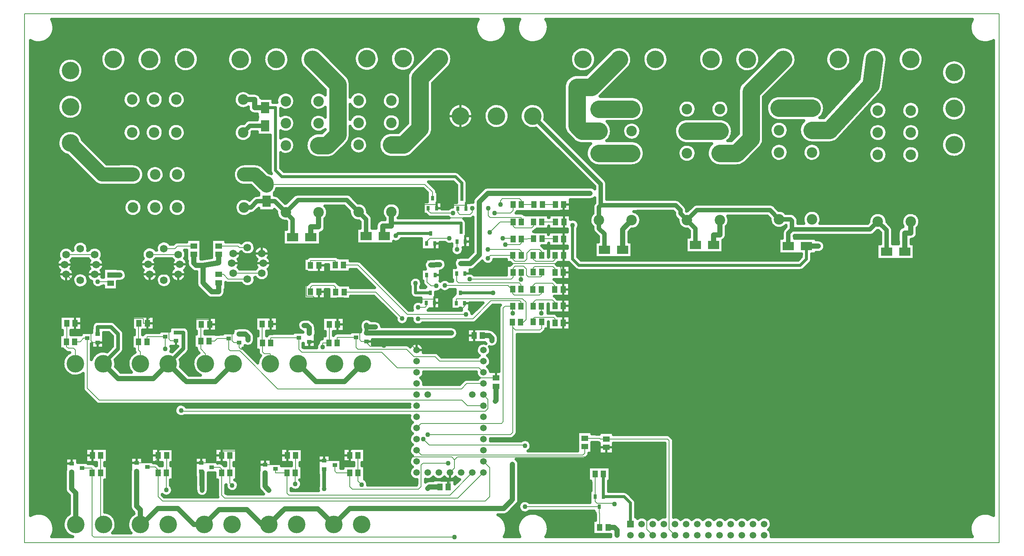
<source format=gbr>
G04 DipTrace 2.2.9.0 beta*
%INTop.gbr*%
%MOIN*%
%ADD11C,0.0055*%
%ADD13C,0.125*%
%ADD15C,0.0256*%
%ADD16C,0.0472*%
%ADD17C,0.0335*%
%ADD18C,0.0433*%
%ADD19C,0.0079*%
%ADD20C,0.1575*%
%ADD21C,0.04*%
%ADD23C,0.025*%
%ADD24C,0.02*%
%ADD25R,0.0591X0.0512*%
%ADD26R,0.0512X0.0591*%
%ADD27R,0.0728X0.1004*%
%ADD28R,0.1004X0.0728*%
%ADD29R,0.0394X0.0335*%
%ADD31R,0.0256X0.0413*%
%ADD33C,0.0689*%
%ADD34C,0.0945*%
%ADD35C,0.0591*%
%ADD36R,0.0591X0.0591*%
%FSLAX44Y44*%
G04*
G70*
G90*
G75*
G01*
%LNTop*%
%LPD*%
X55903Y8048D2*
D15*
X57769D1*
X58340Y7477D1*
Y5596D1*
X55892Y10104D2*
X55903Y8048D1*
X12488Y27957D2*
D16*
X11641D1*
X35407Y23276D2*
X34639D1*
Y23462D1*
D17*
Y22744D1*
X45875Y22061D2*
D16*
Y22292D1*
X45658Y22508D1*
X45035D1*
X57119Y4596D2*
Y5073D1*
X56903Y5289D1*
X56312D1*
X47733Y10950D2*
Y7779D1*
X46946Y6991D1*
X39363D1*
X22662Y20000D2*
X21055Y18392D1*
X18442D1*
X16834Y20000D1*
X8518Y5550D2*
Y8382D1*
X8149Y8750D1*
Y10261D1*
X14310Y5550D2*
Y6889D1*
X14000Y7199D1*
Y10340D1*
X25863Y8635D2*
X25517Y8982D1*
Y10188D1*
X34257Y20000D2*
X32649Y18392D1*
X30083D1*
X28476Y20000D1*
X30831Y8773D2*
D17*
Y10526D1*
X23980Y22126D2*
D16*
Y22425D1*
X23764Y22642D1*
X23193D1*
X19949Y28818D2*
X19333D1*
X19116Y29034D1*
Y29813D1*
X16834Y20000D2*
D17*
X18187Y21353D1*
Y22800D1*
X17508D1*
X29027Y23427D2*
D16*
X29287D1*
X29503Y23211D1*
Y22709D1*
X34639Y22744D2*
X42245D1*
X19949Y28818D2*
X19963Y28832D1*
X21362Y29054D1*
Y29812D1*
X21347Y27263D2*
Y26456D1*
X20736D1*
X19949Y27243D1*
Y28818D1*
X25863Y5550D2*
X25224D1*
X23885Y6889D1*
X21405D1*
X20066Y5550D1*
X31677D2*
X30264Y6964D1*
X27277D1*
X25863Y5550D1*
X39363Y6991D2*
X33118D1*
X31677Y5550D1*
X10992Y20000D2*
D17*
X12331Y21339D1*
Y22651D1*
X11681Y23300D1*
X10498D1*
Y22651D1*
X16834Y20000D2*
D16*
X15495Y18661D1*
X12331D1*
X10992Y20000D1*
X46197Y16624D2*
X46257Y16684D1*
Y17960D1*
X40131Y8792D2*
X40249Y8910D1*
X41224D1*
X14310Y5550D2*
X14448D1*
X15879Y6981D1*
X17690D1*
X19121Y5550D1*
X20066D1*
X19855Y8635D2*
D18*
Y9088D1*
D16*
Y10260D1*
D17*
X19790Y10326D1*
X32000Y21859D2*
D19*
Y22370D1*
X33694D1*
Y21457D1*
X33852Y21299D1*
X38220D1*
X38891Y20628D1*
X40793D1*
X41206Y20215D1*
X45127D1*
X26035Y21861D2*
Y22335D1*
X28558D1*
Y21299D1*
X28821Y21036D1*
X35995D1*
X37403Y19628D1*
X44713D1*
X45127Y19215D1*
Y18215D2*
X43619D1*
X43141Y17737D1*
X26647D1*
X23243Y21142D1*
X22405D1*
X22248Y21299D1*
Y22268D1*
X21221D1*
X20986Y22033D1*
X20493D1*
X17976Y15802D2*
Y15713D1*
X45294D1*
X45540Y15959D1*
Y16802D1*
X45127Y17215D1*
X16563Y21319D2*
Y22426D1*
X14913D1*
Y21948D1*
X9553Y22277D2*
Y17786D1*
X10620Y16719D1*
X43202D1*
X43706Y16215D1*
X45127D1*
X8433Y21965D2*
X8926D1*
X9238Y22277D1*
X9553D1*
X31775Y10900D2*
Y10357D1*
X31933Y10200D1*
X33115D1*
Y8960D1*
X33361Y8714D1*
X39294D1*
X39540Y8960D1*
Y10884D1*
X39698Y11042D1*
X41970D1*
X44127Y10215D2*
X42113Y8202D1*
X27649D1*
X27492Y8359D1*
Y10200D1*
X26461D1*
Y10562D1*
X45127Y10215D2*
X42838Y7926D1*
X21899D1*
X21623Y8202D1*
Y10200D1*
Y10528D1*
X21452Y10700D1*
X20734D1*
X14945Y10714D2*
X15651D1*
X16164Y10200D1*
X15914D1*
Y8044D1*
X16308Y7651D1*
X45304D1*
X45698Y8044D1*
Y10644D1*
X45127Y11215D1*
X9094Y10635D2*
X10004D1*
Y10200D1*
Y4566D1*
X10161Y4408D1*
X42540D1*
X43556Y24422D2*
X38285D1*
X33864Y28843D1*
X32555D1*
X37827Y24053D2*
X35445Y26435D1*
X32607D1*
X40545Y34871D2*
Y35425D1*
X39873Y36097D1*
X25644D1*
Y36208D1*
D13*
Y35977D1*
X24640Y36981D1*
X23635D1*
X81310Y30056D2*
D21*
Y31991D1*
X80540Y32761D1*
X25537Y41368D2*
X24163D1*
X23556Y40761D1*
X63400Y32887D2*
X64156Y32131D1*
Y30657D1*
X63400Y32887D2*
X62809Y33477D1*
Y33792D1*
X62392Y34210D1*
X55644D1*
Y36140D1*
X49550Y42235D1*
X80540Y32761D2*
X79840Y32060D1*
X72833D1*
Y32808D1*
X72676Y32966D1*
X71668D1*
X27375Y33596D2*
X28005Y32966D1*
Y31363D1*
X55644Y34210D2*
X55487Y34052D1*
Y32887D1*
X71668Y32966D2*
X70841Y33792D1*
X64306D1*
X63400Y32887D1*
X72833Y32060D2*
X72504Y31731D1*
Y30548D1*
X33910Y33635D2*
X34599Y32946D1*
Y31443D1*
X27375Y33596D2*
X28477Y34698D1*
X32847D1*
X33910Y33635D1*
X25644Y34574D2*
X26396D1*
X27375Y33596D1*
X23635Y34029D2*
X24254D1*
X24799Y34574D1*
X25644D1*
X55487Y32887D2*
Y32139D1*
X55979Y31647D1*
Y30210D1*
X43437Y25437D2*
D19*
Y25171D1*
X43200Y24934D1*
X43044D1*
X43562Y33912D2*
Y34237D1*
X42470D1*
X42199Y33965D1*
X40919D1*
X56148Y12485D2*
Y11628D1*
Y11475D1*
X59804Y7819D1*
Y5131D1*
X60340Y4596D1*
X32032Y23519D2*
Y24090D1*
X31874Y24247D1*
X30354D1*
X30094Y24507D1*
Y25784D1*
X30348Y26039D1*
Y26458D1*
X26018Y23549D2*
Y23962D1*
X25860Y24120D1*
X24571D1*
X42127Y10215D2*
X42540Y10628D1*
Y11369D1*
X42280Y11628D1*
X37402D1*
X36734Y12296D1*
X36194D1*
X14954Y23638D2*
X14580D1*
Y24052D1*
X9900D1*
X9737Y23889D1*
X9895Y23731D1*
Y22060D1*
X10052Y21902D1*
X10498D1*
X30354Y24247D2*
Y22118D1*
X30196Y21961D1*
X29503D1*
X20554Y23540D2*
Y23954D1*
X17138D1*
X16725Y24367D1*
X15420D1*
X15105Y24052D1*
X14954D1*
Y23638D1*
X40919Y33965D2*
Y34290D1*
X39728D1*
Y33262D1*
X39885Y33105D1*
X43592D1*
X43862Y32836D1*
Y31074D1*
X43747Y30959D1*
X43504D1*
X17720Y28034D2*
X15160D1*
X40734Y25457D2*
Y25782D1*
X38615D1*
X38457Y25939D1*
Y27840D1*
X40773Y30156D1*
X41127Y29802D1*
X41848D1*
Y28131D1*
X52294Y28196D2*
Y26672D1*
X52275D1*
X56148Y11628D2*
X42800D1*
X42540Y11369D1*
X46257Y18708D2*
X43078D1*
X25220Y29896D2*
X22660D1*
X41848Y28131D2*
X41446D1*
X41266Y27951D1*
X40779D1*
X40773Y30156D2*
Y30775D1*
X43044Y24934D2*
X40912D1*
X40734Y25112D1*
Y25457D1*
X43504Y30959D2*
Y29957D1*
X43349Y29802D1*
X41848D1*
X39698Y35598D2*
Y34290D1*
X39728D1*
X30094Y25784D2*
X29834Y26044D1*
X29226D1*
Y28229D1*
X34639Y21996D2*
X34167D1*
X34009Y22153D1*
Y23361D1*
X33852Y23519D1*
X32032D1*
X36175Y21634D2*
X36089Y21548D1*
X34973D1*
X34639Y21882D1*
Y21996D1*
X39127Y21215D2*
X38708Y21634D1*
X36175D1*
X43078Y22508D2*
X41785Y21215D1*
X39127D1*
X44287Y22508D2*
X43078D1*
X29226Y28229D2*
X30197D1*
X30354Y28386D1*
Y28819D1*
X9737Y23889D2*
X9477Y23629D1*
X8457D1*
X17138Y23954D2*
X16878Y23694D1*
Y22210D1*
X17036Y22052D1*
X17508D1*
X23193Y21894D2*
X22720D1*
X22563Y22051D1*
Y23186D1*
X22405Y23344D1*
X21656D1*
X21460Y23540D1*
X20554D1*
X24571Y24120D2*
Y21457D1*
X24413Y21299D1*
X23350D1*
X23193Y21457D1*
Y21894D1*
X10011Y11750D2*
X8307D1*
X8149Y11593D1*
Y11009D1*
X14000Y11088D2*
Y12163D1*
X13842Y12321D1*
X10169D1*
X10011Y12163D1*
Y11750D1*
X15929D2*
Y11480D1*
X15536Y11088D1*
X14000D1*
X19790Y11074D2*
Y12006D1*
X19539Y12257D1*
X16076D1*
X15929Y12110D1*
Y11750D1*
X21608D2*
Y11232D1*
X21450Y11074D1*
X19790D1*
X25517Y10936D2*
Y12006D1*
X25359Y12163D1*
X21608D1*
Y11750D1*
X27524D2*
Y11093D1*
X27366Y10936D1*
X25517D1*
X30831Y11274D2*
Y12006D1*
X30580Y12257D1*
X27651D1*
X27524Y12130D1*
Y11750D1*
X33112D2*
Y11274D1*
X30831D1*
X36194Y12296D2*
X33281D1*
X33112Y12128D1*
Y11750D1*
X8457Y23629D2*
Y27218D1*
X7660Y28014D1*
X15160Y28034D2*
Y24627D1*
X15420Y24367D1*
X44359Y28075D2*
X43724D1*
X43718Y28081D1*
X43472D1*
X52294Y28196D2*
X52077D1*
Y28623D1*
X51711Y28989D1*
X46778D1*
X45863Y28075D1*
X44359D1*
X52322Y29735D2*
X52294D1*
Y28196D1*
X52322Y31188D2*
Y29735D1*
X52345Y32727D2*
Y31188D1*
X52322D1*
X52330Y34306D2*
X52345D1*
Y32727D1*
X52298Y25174D2*
X52289Y23655D1*
X52275Y26672D2*
Y25174D1*
X52298D1*
X42127Y10215D2*
Y9065D1*
X41972Y8910D1*
X42402Y33519D2*
X40378D1*
X40171Y33726D1*
Y33965D1*
X46116Y33519D2*
X47551D1*
X47777Y33744D1*
Y34298D1*
X55155Y8048D2*
Y7625D1*
X55313Y7468D1*
X56824D1*
X56903Y7389D1*
X55144Y10104D2*
X55155Y8048D1*
X39127Y12215D2*
X39556Y11786D1*
X54061D1*
X54219Y11943D1*
Y12550D1*
X29600Y26458D2*
Y26871D1*
X29758Y27029D1*
X31702D1*
X31859Y26871D1*
Y26435D1*
X29606Y28819D2*
Y29257D1*
X31807D1*
Y28843D1*
X23556Y43714D2*
D16*
X24580D1*
Y43001D1*
X25537D1*
D15*
X26452D1*
Y37350D1*
X27022Y36779D1*
X42617D1*
X43188Y36208D1*
Y34817D1*
X44107Y33950D2*
D19*
Y33596D1*
X43910Y33399D1*
X43005D1*
X42814Y33590D1*
Y33912D1*
X45570Y33965D2*
Y33296D1*
X45728Y33138D1*
X48539D1*
Y32725D1*
X30328Y33596D2*
D16*
Y32278D1*
X29639D1*
Y31363D1*
X37267Y31491D2*
D15*
X37457Y31681D1*
X40399D1*
X42060Y31273D2*
D19*
X40328D1*
X40025Y30970D1*
Y30775D1*
X47783Y31203D2*
Y31273D1*
X46863D1*
X16662Y8658D2*
Y10200D1*
X16677D1*
Y11750D1*
X36233Y31443D2*
D16*
X36076D1*
Y32360D1*
X36863D1*
Y32620D1*
D15*
X43130D1*
Y31865D1*
X36863Y32620D2*
D16*
Y33635D1*
X42756Y30959D2*
D19*
Y30249D1*
X42769D1*
X45525D2*
X48359D1*
X48513Y30096D1*
Y29721D1*
X58439Y32887D2*
D16*
X57613Y32060D1*
Y30210D1*
X41188Y28899D2*
X40405Y28857D1*
X48534Y28186D2*
D19*
D3*
X40879Y26981D2*
X40407D1*
X40052Y27336D1*
Y27930D1*
X40031Y27951D1*
X48477Y27572D2*
Y28129D1*
X48534Y28186D1*
X54699Y35302D2*
D16*
X45540D1*
X44753Y34515D1*
Y29773D1*
X43966Y28986D1*
X43098D1*
X66353Y32887D2*
Y31572D1*
X65790D1*
Y30657D1*
X42724Y28081D2*
D19*
Y27408D1*
X42881Y27251D1*
X48349D1*
X48506Y27093D1*
Y26680D1*
X53132Y32429D2*
D15*
Y29403D1*
X53703Y28832D1*
X73567D1*
X74138Y29403D1*
Y30548D1*
X39028Y27213D2*
Y26363D1*
X40360D1*
X74138Y30548D2*
D16*
X75191D1*
X39265Y24029D2*
D19*
X44185D1*
X45799Y25643D1*
X48399D1*
X48490Y25551D1*
Y25161D1*
X39265Y25052D2*
X39895D1*
X39986Y25144D1*
Y25457D1*
X83493Y32761D2*
D16*
Y31737D1*
X82944D1*
Y30056D1*
X43063Y26342D2*
D15*
X45985D1*
X48471Y23739D2*
D19*
X48739D1*
X48950Y23950D1*
Y25518D1*
X48628Y25840D1*
X42689D1*
Y25437D1*
X25270Y23549D2*
Y21861D1*
X25287D1*
Y21063D1*
X25445Y20906D1*
X25976D1*
Y20000D1*
X10759Y11750D2*
Y10208D1*
X10752Y10200D1*
Y5816D1*
X11018Y5550D1*
X19745Y22033D2*
Y21323D1*
X20162Y20906D1*
Y20000D1*
X19806Y23540D2*
X19745D1*
Y22033D1*
X14165Y21948D2*
Y21226D1*
X14334Y21057D1*
Y20000D1*
X14206Y23638D2*
X14165D1*
Y21948D1*
X31284Y23519D2*
Y21859D1*
X31252D1*
X30701D1*
Y21476D1*
X7709Y23629D2*
Y21965D1*
X7685D1*
Y21537D1*
X7842Y21379D1*
X8334D1*
X8492Y21222D1*
Y20000D1*
X34177Y9137D2*
X33863Y9451D1*
Y10200D1*
X33860Y11750D1*
X28240Y9186D2*
Y10200D1*
X28272D1*
Y11750D1*
X22566Y9068D2*
X22372Y9263D1*
Y10200D1*
X22356D1*
Y11750D1*
X10498Y27367D2*
X11641D1*
Y27209D1*
X16440Y30337D2*
X17436D1*
X17660Y30561D1*
X19116D1*
X48850Y7143D2*
X55529D1*
X39717Y13215D2*
X40242Y12690D1*
X48850D1*
Y12628D1*
X55529Y7143D2*
Y6599D1*
X55564Y6564D1*
Y5289D1*
X54219Y13298D2*
X55545D1*
X55610Y13233D1*
X56148D1*
X61647D1*
X61804Y13075D1*
Y5131D1*
X62340Y4596D1*
X23940Y27593D2*
X22205D1*
X21787Y28011D1*
X21347D1*
X23940Y30427D2*
X23229D1*
X23096Y30560D1*
X21362D1*
X51582Y34306D2*
Y34291D1*
X50419D1*
X30328Y39603D2*
D20*
X31091D1*
X32042Y40555D1*
Y45070D1*
X29777Y47336D1*
X36863Y39643D2*
X37960D1*
X39429Y41112D1*
Y45650D1*
X41155Y47375D1*
X58439Y38895D2*
X55487D1*
Y40879D2*
X53991D1*
X53518Y41351D1*
Y44832D1*
X54812D1*
X57316Y47336D1*
X55487Y42863D2*
X58439D1*
X66353Y38895D2*
X67849D1*
X69148Y40194D1*
Y44423D1*
X72060Y47336D1*
X66353Y40879D2*
X63400D1*
X74620Y40958D2*
X76175D1*
X79920Y45040D1*
X80229Y47336D1*
X74620Y42942D2*
X71668D1*
X51597Y32727D2*
D19*
X51203D1*
X51197Y32733D1*
X50373D1*
X51574Y31188D2*
Y31208D1*
X50376D1*
X51573Y29735D2*
Y29369D1*
X51391Y29186D1*
X49816D1*
X49605Y29397D1*
Y29714D1*
X51546Y28196D2*
Y28520D1*
X51351Y28714D1*
X49737D1*
X49601Y28578D1*
Y28209D1*
X51527Y26672D2*
Y27002D1*
X51312Y27218D1*
X49777D1*
X49562Y27003D1*
Y26672D1*
X51541Y23655D2*
Y24036D1*
X51421Y24155D1*
X49707D1*
X49606Y24054D1*
Y23742D1*
X51550Y25174D2*
Y25484D1*
X51312Y25721D1*
X49816D1*
X49583Y25488D1*
Y25161D1*
X13659Y36981D2*
D13*
X10879D1*
X8044Y39816D1*
X49671Y34291D2*
D19*
X49254D1*
X49247Y34298D1*
X48525D1*
Y34651D1*
X48359Y34816D1*
X46824D1*
X46645Y34637D1*
Y34300D1*
X49625Y32733D2*
Y32341D1*
X49462Y32178D1*
X47966D1*
X47791Y32353D1*
Y32725D1*
X46623D1*
X45682Y31784D1*
X48531Y31203D2*
Y30815D1*
X48399Y30682D1*
X47099D1*
X49628Y31208D2*
X48531Y31203D1*
X50353Y29714D2*
Y30067D1*
X50170Y30249D1*
X49344D1*
X49029Y29934D1*
Y29383D1*
X48832Y29186D1*
X47966D1*
X47765Y29387D1*
Y29721D1*
X45772D1*
X45521Y29470D1*
X50349Y28209D2*
Y27869D1*
X50263Y27782D1*
X49172D1*
X48989Y27966D1*
Y28477D1*
X48714Y28753D1*
X47966D1*
X47786Y28573D1*
Y28186D1*
Y27743D1*
X47629Y27586D1*
X43895D1*
X50310Y26672D2*
Y26294D1*
X50170Y26155D1*
X47887D1*
X47758Y26283D1*
Y26680D1*
Y26598D1*
X47336Y27021D1*
X41666D1*
X47742Y25161D2*
X47064D1*
X46906Y25003D1*
Y14786D1*
X46749Y14628D1*
X39540D1*
X39127Y14215D1*
X50328Y24540D2*
X50331D1*
Y25161D2*
Y24543D1*
X47769Y24540D2*
X47729Y24501D1*
Y25148D1*
X47742Y25161D1*
X40127Y13628D2*
X47566D1*
X47769Y13831D1*
Y23739D1*
X47723D1*
X47769D2*
Y23241D1*
X47999Y23011D1*
X50196D1*
X50354Y23169D1*
Y23742D1*
X10220Y29786D2*
X7660D1*
X17720Y29806D2*
X15160D1*
X25220Y28124D2*
X22660D1*
D18*
X40879Y26981D3*
X47769Y24540D3*
X12488Y27957D3*
X42245Y22744D3*
X45875Y22061D3*
X57119Y4596D3*
X25863Y8635D3*
X47733Y10950D3*
X30831Y8773D3*
X35407Y23276D3*
X23980Y22126D3*
X39363Y6991D3*
X40131Y8792D3*
X19855Y8635D3*
X29027Y23427D3*
X19949Y28818D3*
X46197Y16624D3*
X17976Y15802D3*
X16563Y21319D3*
X41970Y11042D3*
X42540Y4408D3*
X43556Y24422D3*
X37827Y24053D3*
X42402Y33519D3*
X46116D3*
X29226Y28229D3*
X24571Y24120D3*
X36175Y21634D3*
X36194Y12296D3*
X43078Y18708D3*
X50328Y24540D3*
X43044Y24934D3*
X44359Y28075D3*
X41848Y28131D3*
X39698Y35598D3*
X43078Y22508D3*
X56903Y7389D3*
X44107Y33950D3*
X45570Y33965D3*
X37267Y31491D3*
X42060Y31273D3*
X46863D3*
X16662Y8658D3*
X42769Y30249D3*
X45525D3*
X41188Y28899D3*
X54699Y35302D3*
X75191Y30548D3*
X39028Y27213D3*
X53132Y32429D3*
X39265Y24029D3*
Y25052D3*
X45985Y26342D3*
X30701Y21476D3*
X34177Y9137D3*
X28240Y9186D3*
X22566Y9068D3*
X10498Y27367D3*
X48850Y7143D3*
Y12628D3*
X39717Y13215D3*
X46645Y34300D3*
X45682Y31784D3*
X47099Y30682D3*
X45521Y29470D3*
X43895Y27586D3*
X41666Y27021D3*
X40127Y13628D3*
X48477Y27572D3*
X51344Y9439D3*
X68698Y30586D3*
X6501Y50676D2*
D23*
X44502D1*
X47126D2*
X48252D1*
X50876D2*
X88877D1*
X6572Y50428D2*
X44436D1*
X47197D2*
X48186D1*
X50947D2*
X88811D1*
X6591Y50179D2*
X44412D1*
X47216D2*
X48162D1*
X50966D2*
X88787D1*
X6568Y49930D2*
X44440D1*
X47193D2*
X48190D1*
X50943D2*
X88815D1*
X6494Y49682D2*
X44510D1*
X47119D2*
X48260D1*
X50869D2*
X88885D1*
X6365Y49433D2*
X44639D1*
X46990D2*
X48389D1*
X50740D2*
X89014D1*
X6154Y49184D2*
X44850D1*
X46779D2*
X48600D1*
X50529D2*
X89225D1*
X5779Y48935D2*
X45225D1*
X46404D2*
X48975D1*
X50154D2*
X89600D1*
X4480Y48687D2*
X90901D1*
X4480Y48438D2*
X11666D1*
X12138D2*
X14916D1*
X15384D2*
X18162D1*
X18634D2*
X23045D1*
X23517D2*
X26295D1*
X26763D2*
X29541D1*
X30013D2*
X34276D1*
X35044D2*
X37522D1*
X38291D2*
X40772D1*
X41541D2*
X53834D1*
X54302D2*
X57080D1*
X57552D2*
X60330D1*
X60798D2*
X65330D1*
X65798D2*
X68576D1*
X69048D2*
X71826D1*
X72294D2*
X76744D1*
X77216D2*
X79994D1*
X80462D2*
X83241D1*
X83712D2*
X90901D1*
X4480Y48189D2*
X11151D1*
X12658D2*
X14397D1*
X15904D2*
X17647D1*
X19154D2*
X22526D1*
X24033D2*
X25776D1*
X27283D2*
X29022D1*
X30529D2*
X33862D1*
X35455D2*
X37108D1*
X38705D2*
X40358D1*
X41951D2*
X53315D1*
X54822D2*
X56561D1*
X58068D2*
X59811D1*
X61318D2*
X64811D1*
X66318D2*
X68057D1*
X69564D2*
X71307D1*
X72814D2*
X76229D1*
X77736D2*
X79475D1*
X80982D2*
X82725D1*
X84232D2*
X90901D1*
X4480Y47941D2*
X10932D1*
X12873D2*
X14182D1*
X16123D2*
X17428D1*
X19369D2*
X22311D1*
X24251D2*
X25557D1*
X27498D2*
X28807D1*
X30783D2*
X33662D1*
X35654D2*
X36912D1*
X38900D2*
X40108D1*
X42150D2*
X53096D1*
X55037D2*
X56311D1*
X58287D2*
X59592D1*
X61533D2*
X64592D1*
X66533D2*
X67842D1*
X69783D2*
X71053D1*
X73029D2*
X76010D1*
X77951D2*
X79260D1*
X81201D2*
X82506D1*
X84447D2*
X90901D1*
X4480Y47692D2*
X10815D1*
X12994D2*
X14061D1*
X16240D2*
X17311D1*
X19490D2*
X22190D1*
X24369D2*
X25440D1*
X27619D2*
X28686D1*
X31033D2*
X33557D1*
X35759D2*
X36803D1*
X39009D2*
X39858D1*
X42255D2*
X52979D1*
X55158D2*
X56061D1*
X58404D2*
X59475D1*
X61654D2*
X64475D1*
X66654D2*
X67721D1*
X69900D2*
X70803D1*
X73150D2*
X75893D1*
X78072D2*
X79139D1*
X81318D2*
X82389D1*
X84568D2*
X90901D1*
X4480Y47443D2*
X10760D1*
X13044D2*
X14010D1*
X16294D2*
X17256D1*
X19541D2*
X22139D1*
X24423D2*
X25385D1*
X27669D2*
X28635D1*
X31283D2*
X33514D1*
X35802D2*
X36760D1*
X39052D2*
X39612D1*
X42298D2*
X52924D1*
X55209D2*
X55811D1*
X58459D2*
X59420D1*
X61705D2*
X64420D1*
X66705D2*
X67670D1*
X69955D2*
X70557D1*
X73201D2*
X75838D1*
X78123D2*
X79088D1*
X81373D2*
X82334D1*
X84619D2*
X90901D1*
X4480Y47195D2*
X7326D1*
X8763D2*
X10764D1*
X13041D2*
X14014D1*
X16291D2*
X17260D1*
X19537D2*
X22143D1*
X24419D2*
X25389D1*
X27666D2*
X28639D1*
X31529D2*
X33526D1*
X35791D2*
X36776D1*
X39041D2*
X39362D1*
X42287D2*
X52928D1*
X55205D2*
X55565D1*
X58455D2*
X59424D1*
X61701D2*
X64424D1*
X66701D2*
X67674D1*
X69951D2*
X70307D1*
X73197D2*
X75842D1*
X78119D2*
X79053D1*
X81369D2*
X82338D1*
X84615D2*
X86928D1*
X87822D2*
X90901D1*
X4480Y46946D2*
X7092D1*
X8994D2*
X10826D1*
X12982D2*
X14073D1*
X16228D2*
X17323D1*
X19478D2*
X22201D1*
X24357D2*
X25451D1*
X27607D2*
X28698D1*
X31779D2*
X33596D1*
X35720D2*
X36846D1*
X38970D2*
X39112D1*
X42216D2*
X52991D1*
X55146D2*
X55315D1*
X58392D2*
X59487D1*
X61642D2*
X64487D1*
X66642D2*
X67733D1*
X69888D2*
X70057D1*
X73138D2*
X75905D1*
X78060D2*
X79018D1*
X81334D2*
X82401D1*
X84556D2*
X86553D1*
X88197D2*
X90901D1*
X4480Y46697D2*
X6967D1*
X9123D2*
X10955D1*
X12849D2*
X14201D1*
X16099D2*
X17451D1*
X19345D2*
X22334D1*
X24228D2*
X25580D1*
X27478D2*
X28830D1*
X32029D2*
X33741D1*
X35580D2*
X36987D1*
X42076D2*
X53119D1*
X58263D2*
X59616D1*
X61513D2*
X64616D1*
X66513D2*
X67866D1*
X73009D2*
X76034D1*
X77931D2*
X78987D1*
X81302D2*
X82530D1*
X84427D2*
X86369D1*
X88380D2*
X90901D1*
X4480Y46449D2*
X6905D1*
X9185D2*
X11190D1*
X12615D2*
X14440D1*
X15865D2*
X17686D1*
X19111D2*
X22569D1*
X23994D2*
X25815D1*
X27240D2*
X29053D1*
X32275D2*
X33998D1*
X35318D2*
X37248D1*
X41841D2*
X53354D1*
X58041D2*
X59850D1*
X61275D2*
X64850D1*
X66275D2*
X68100D1*
X72787D2*
X76268D1*
X77693D2*
X78951D1*
X81267D2*
X82764D1*
X84189D2*
X86268D1*
X88482D2*
X90901D1*
X4480Y46200D2*
X6905D1*
X9185D2*
X29299D1*
X32525D2*
X38428D1*
X41591D2*
X54569D1*
X57791D2*
X69311D1*
X72537D2*
X78920D1*
X81236D2*
X86229D1*
X88521D2*
X90901D1*
X4480Y45951D2*
X6955D1*
X9130D2*
X29549D1*
X32775D2*
X38323D1*
X41341D2*
X53416D1*
X57544D2*
X69065D1*
X72287D2*
X78885D1*
X81201D2*
X86244D1*
X88505D2*
X90901D1*
X4480Y45703D2*
X7076D1*
X9013D2*
X29799D1*
X32994D2*
X38284D1*
X41095D2*
X52784D1*
X57294D2*
X68815D1*
X72041D2*
X78854D1*
X81166D2*
X86323D1*
X88427D2*
X90901D1*
X4480Y45454D2*
X7295D1*
X8794D2*
X30045D1*
X33123D2*
X38284D1*
X40845D2*
X52561D1*
X57044D2*
X68565D1*
X71791D2*
X78752D1*
X81134D2*
X86475D1*
X88275D2*
X90901D1*
X4480Y45205D2*
X7834D1*
X8255D2*
X30295D1*
X33181D2*
X38284D1*
X40595D2*
X52436D1*
X56798D2*
X68319D1*
X71541D2*
X78526D1*
X81099D2*
X86752D1*
X87998D2*
X90901D1*
X4480Y44956D2*
X30545D1*
X33189D2*
X38284D1*
X40576D2*
X52377D1*
X56548D2*
X68135D1*
X71294D2*
X78295D1*
X81068D2*
X90901D1*
X4480Y44708D2*
X30791D1*
X33189D2*
X38284D1*
X40576D2*
X52369D1*
X56298D2*
X68037D1*
X71044D2*
X78069D1*
X81017D2*
X90901D1*
X4480Y44459D2*
X13244D1*
X13916D2*
X15229D1*
X15900D2*
X17213D1*
X17884D2*
X23221D1*
X23892D2*
X30893D1*
X33189D2*
X38284D1*
X40576D2*
X52369D1*
X56052D2*
X68002D1*
X70794D2*
X77838D1*
X80904D2*
X90901D1*
X4480Y44210D2*
X12920D1*
X14240D2*
X14905D1*
X16224D2*
X16885D1*
X18209D2*
X22893D1*
X24888D2*
X26858D1*
X27892D2*
X29807D1*
X33189D2*
X33346D1*
X34478D2*
X36295D1*
X37431D2*
X38284D1*
X40576D2*
X52369D1*
X55802D2*
X68002D1*
X70548D2*
X77612D1*
X80709D2*
X90901D1*
X4480Y43962D2*
X7346D1*
X8744D2*
X12787D1*
X14373D2*
X14772D1*
X16357D2*
X16756D1*
X18341D2*
X22764D1*
X25119D2*
X26643D1*
X28107D2*
X29596D1*
X34662D2*
X36112D1*
X37615D2*
X38284D1*
X40576D2*
X52369D1*
X58693D2*
X68002D1*
X70298D2*
X71174D1*
X75115D2*
X77385D1*
X80478D2*
X86967D1*
X87783D2*
X90901D1*
X4480Y43713D2*
X7104D1*
X8986D2*
X12748D1*
X14412D2*
X14733D1*
X16396D2*
X16717D1*
X18380D2*
X22725D1*
X26259D2*
X26557D1*
X28197D2*
X29506D1*
X34736D2*
X36037D1*
X37689D2*
X38284D1*
X40576D2*
X52369D1*
X59197D2*
X68002D1*
X70294D2*
X70826D1*
X75462D2*
X77155D1*
X80251D2*
X86569D1*
X88181D2*
X90901D1*
X4480Y43464D2*
X6971D1*
X9119D2*
X12787D1*
X14373D2*
X14772D1*
X16357D2*
X16756D1*
X18341D2*
X22764D1*
X26259D2*
X26549D1*
X28201D2*
X29502D1*
X34728D2*
X36045D1*
X37681D2*
X38284D1*
X40576D2*
X52369D1*
X59412D2*
X62834D1*
X63962D2*
X65787D1*
X66916D2*
X68002D1*
X70294D2*
X70651D1*
X75638D2*
X76928D1*
X80021D2*
X80164D1*
X80916D2*
X83119D1*
X83869D2*
X86377D1*
X88373D2*
X90901D1*
X4480Y43216D2*
X6909D1*
X9181D2*
X12920D1*
X14240D2*
X14905D1*
X16224D2*
X16889D1*
X18209D2*
X22897D1*
X28123D2*
X29576D1*
X34638D2*
X36135D1*
X37591D2*
X38284D1*
X40576D2*
X42483D1*
X43623D2*
X45733D1*
X46873D2*
X48979D1*
X50119D2*
X52369D1*
X59529D2*
X62647D1*
X64150D2*
X65600D1*
X67103D2*
X68002D1*
X70294D2*
X70553D1*
X75732D2*
X76698D1*
X81216D2*
X82819D1*
X84169D2*
X86272D1*
X88478D2*
X90901D1*
X4480Y42967D2*
X6901D1*
X9189D2*
X13248D1*
X13912D2*
X15233D1*
X15896D2*
X17217D1*
X17880D2*
X23225D1*
X27935D2*
X29768D1*
X33189D2*
X33401D1*
X34423D2*
X36350D1*
X37376D2*
X38284D1*
X40576D2*
X42178D1*
X43927D2*
X45424D1*
X47177D2*
X48674D1*
X50423D2*
X52369D1*
X59584D2*
X62573D1*
X64224D2*
X65526D1*
X67177D2*
X68002D1*
X70294D2*
X70522D1*
X75767D2*
X76471D1*
X79568D2*
X79741D1*
X81337D2*
X82694D1*
X84291D2*
X86229D1*
X88521D2*
X90901D1*
X4480Y42718D2*
X6951D1*
X9138D2*
X24057D1*
X26939D2*
X30893D1*
X33189D2*
X38284D1*
X40576D2*
X42014D1*
X44091D2*
X45264D1*
X47337D2*
X48510D1*
X50587D2*
X52369D1*
X59576D2*
X62580D1*
X64220D2*
X65534D1*
X67173D2*
X68002D1*
X70294D2*
X70541D1*
X75744D2*
X76241D1*
X79337D2*
X79709D1*
X81373D2*
X82662D1*
X84326D2*
X86244D1*
X88505D2*
X90901D1*
X4480Y42470D2*
X7069D1*
X9021D2*
X24346D1*
X26939D2*
X30893D1*
X33189D2*
X38284D1*
X40576D2*
X41932D1*
X44177D2*
X45178D1*
X47423D2*
X48428D1*
X50673D2*
X52369D1*
X59517D2*
X62670D1*
X64130D2*
X65623D1*
X67084D2*
X68002D1*
X70294D2*
X70623D1*
X75662D2*
X76014D1*
X79111D2*
X79752D1*
X81326D2*
X82705D1*
X84279D2*
X86315D1*
X88435D2*
X90901D1*
X4480Y42221D2*
X7280D1*
X8810D2*
X24815D1*
X27900D2*
X29803D1*
X33189D2*
X33338D1*
X34482D2*
X36291D1*
X37435D2*
X38284D1*
X40576D2*
X41905D1*
X44201D2*
X45155D1*
X47451D2*
X48401D1*
X50697D2*
X52369D1*
X59384D2*
X62885D1*
X63916D2*
X65838D1*
X66869D2*
X68002D1*
X70294D2*
X70784D1*
X75505D2*
X75787D1*
X78880D2*
X79893D1*
X81185D2*
X82846D1*
X84138D2*
X86463D1*
X88287D2*
X90901D1*
X4480Y41972D2*
X7760D1*
X8330D2*
X24815D1*
X28111D2*
X29592D1*
X34666D2*
X36108D1*
X37619D2*
X38284D1*
X40576D2*
X41936D1*
X44169D2*
X45186D1*
X47419D2*
X48432D1*
X50666D2*
X52369D1*
X59146D2*
X63123D1*
X66630D2*
X68002D1*
X70294D2*
X71076D1*
X78654D2*
X80256D1*
X80822D2*
X83209D1*
X83775D2*
X86729D1*
X88021D2*
X90901D1*
X4480Y41724D2*
X23737D1*
X28197D2*
X29506D1*
X34736D2*
X36037D1*
X37689D2*
X38284D1*
X40576D2*
X42030D1*
X44076D2*
X45276D1*
X47326D2*
X48526D1*
X50841D2*
X52369D1*
X56251D2*
X62635D1*
X67119D2*
X68002D1*
X70294D2*
X71389D1*
X71947D2*
X73776D1*
X78427D2*
X90901D1*
X4480Y41475D2*
X13178D1*
X13982D2*
X15162D1*
X15966D2*
X17147D1*
X17951D2*
X23155D1*
X28201D2*
X29502D1*
X34728D2*
X36045D1*
X37681D2*
X38178D1*
X40576D2*
X42201D1*
X43904D2*
X45451D1*
X47154D2*
X48698D1*
X51091D2*
X52369D1*
X56462D2*
X57869D1*
X59009D2*
X62424D1*
X67330D2*
X68002D1*
X70294D2*
X71022D1*
X72314D2*
X73600D1*
X78197D2*
X80155D1*
X80927D2*
X83108D1*
X83880D2*
X90901D1*
X4480Y41226D2*
X12897D1*
X14263D2*
X14881D1*
X16248D2*
X16862D1*
X18232D2*
X22873D1*
X28123D2*
X29580D1*
X34634D2*
X36139D1*
X37587D2*
X37932D1*
X40576D2*
X42537D1*
X43572D2*
X45784D1*
X46818D2*
X49034D1*
X51341D2*
X52377D1*
X56580D2*
X57686D1*
X59193D2*
X62307D1*
X67447D2*
X68002D1*
X70294D2*
X70881D1*
X72455D2*
X73506D1*
X77970D2*
X79862D1*
X81220D2*
X82815D1*
X84173D2*
X90901D1*
X4480Y40977D2*
X12776D1*
X14384D2*
X14760D1*
X16365D2*
X16744D1*
X18349D2*
X22752D1*
X27927D2*
X29776D1*
X33189D2*
X33405D1*
X34416D2*
X36358D1*
X37369D2*
X37682D1*
X40568D2*
X50026D1*
X51587D2*
X52436D1*
X56630D2*
X57612D1*
X59267D2*
X62256D1*
X67498D2*
X68002D1*
X70294D2*
X70834D1*
X72501D2*
X73475D1*
X77740D2*
X79741D1*
X81341D2*
X82694D1*
X84294D2*
X90901D1*
X4480Y40729D2*
X7366D1*
X8724D2*
X12748D1*
X14412D2*
X14733D1*
X16396D2*
X16717D1*
X18380D2*
X22725D1*
X24388D2*
X24815D1*
X26939D2*
X30604D1*
X33189D2*
X36557D1*
X40509D2*
X50276D1*
X51837D2*
X52561D1*
X56623D2*
X57619D1*
X59259D2*
X62264D1*
X67490D2*
X68002D1*
X70294D2*
X70869D1*
X72466D2*
X73498D1*
X77513D2*
X79709D1*
X81373D2*
X82662D1*
X84326D2*
X87014D1*
X87736D2*
X90901D1*
X4480Y40480D2*
X7116D1*
X8974D2*
X12799D1*
X14361D2*
X14784D1*
X16345D2*
X16768D1*
X18330D2*
X22776D1*
X24337D2*
X25963D1*
X26939D2*
X29604D1*
X33185D2*
X36092D1*
X40380D2*
X50522D1*
X52087D2*
X52776D1*
X56560D2*
X57713D1*
X59166D2*
X62326D1*
X67427D2*
X67823D1*
X70294D2*
X70991D1*
X72345D2*
X73580D1*
X77287D2*
X79756D1*
X81326D2*
X82709D1*
X84279D2*
X86584D1*
X88166D2*
X90901D1*
X4480Y40231D2*
X6975D1*
X9111D2*
X12944D1*
X14212D2*
X14928D1*
X16197D2*
X16912D1*
X18181D2*
X22920D1*
X24189D2*
X25963D1*
X27908D2*
X29373D1*
X33142D2*
X33334D1*
X34490D2*
X35881D1*
X40162D2*
X50772D1*
X52334D2*
X53026D1*
X56427D2*
X57932D1*
X58947D2*
X62459D1*
X67294D2*
X67573D1*
X70294D2*
X71291D1*
X72044D2*
X73741D1*
X77056D2*
X79901D1*
X81181D2*
X82850D1*
X84134D2*
X86385D1*
X88365D2*
X90901D1*
X4480Y39983D2*
X6909D1*
X9259D2*
X13338D1*
X13822D2*
X15323D1*
X15802D2*
X17307D1*
X17787D2*
X23315D1*
X23794D2*
X25963D1*
X28111D2*
X29248D1*
X34669D2*
X35768D1*
X39912D2*
X51022D1*
X52584D2*
X53291D1*
X58740D2*
X62701D1*
X70275D2*
X74041D1*
X76755D2*
X80272D1*
X80806D2*
X83225D1*
X83759D2*
X86276D1*
X88474D2*
X90901D1*
X4480Y39734D2*
X6901D1*
X9509D2*
X25963D1*
X28197D2*
X29190D1*
X32834D2*
X33084D1*
X34736D2*
X35721D1*
X39662D2*
X51268D1*
X52834D2*
X54717D1*
X59209D2*
X65584D1*
X70197D2*
X71373D1*
X71962D2*
X74326D1*
X74916D2*
X86229D1*
X88521D2*
X90901D1*
X4480Y39485D2*
X6948D1*
X9759D2*
X25963D1*
X28197D2*
X29186D1*
X32584D2*
X33092D1*
X34728D2*
X35729D1*
X39416D2*
X51518D1*
X53080D2*
X54506D1*
X59419D2*
X62826D1*
X63974D2*
X65373D1*
X70044D2*
X71018D1*
X72318D2*
X73971D1*
X75271D2*
X80143D1*
X80935D2*
X83096D1*
X83888D2*
X86241D1*
X88509D2*
X90901D1*
X4480Y39237D2*
X7057D1*
X10005D2*
X25963D1*
X28119D2*
X29241D1*
X32337D2*
X33186D1*
X34634D2*
X35791D1*
X39166D2*
X51768D1*
X53330D2*
X54393D1*
X59533D2*
X62643D1*
X64158D2*
X65260D1*
X69802D2*
X70881D1*
X72455D2*
X73830D1*
X75408D2*
X79858D1*
X81224D2*
X82811D1*
X84177D2*
X86311D1*
X88439D2*
X90901D1*
X4480Y38988D2*
X7260D1*
X10255D2*
X25963D1*
X27923D2*
X29366D1*
X32087D2*
X33412D1*
X34408D2*
X35928D1*
X38916D2*
X52014D1*
X53580D2*
X54342D1*
X59584D2*
X62573D1*
X64228D2*
X65209D1*
X69556D2*
X70834D1*
X72501D2*
X73787D1*
X75455D2*
X79737D1*
X81341D2*
X82690D1*
X84294D2*
X86451D1*
X88298D2*
X90901D1*
X4480Y38739D2*
X7701D1*
X10505D2*
X25963D1*
X26939D2*
X29588D1*
X31834D2*
X36174D1*
X38650D2*
X52264D1*
X53826D2*
X54350D1*
X59576D2*
X62584D1*
X64216D2*
X65217D1*
X69306D2*
X70869D1*
X72466D2*
X73823D1*
X75419D2*
X79709D1*
X81373D2*
X82662D1*
X84326D2*
X86705D1*
X88044D2*
X90901D1*
X4480Y38491D2*
X7987D1*
X10751D2*
X25963D1*
X26939D2*
X30159D1*
X31263D2*
X52514D1*
X54076D2*
X54416D1*
X59513D2*
X62678D1*
X64123D2*
X65280D1*
X69056D2*
X70994D1*
X72341D2*
X73948D1*
X75291D2*
X79756D1*
X81322D2*
X82709D1*
X84275D2*
X90901D1*
X4480Y38242D2*
X8237D1*
X11001D2*
X25963D1*
X26939D2*
X52760D1*
X54326D2*
X54549D1*
X59376D2*
X62901D1*
X63900D2*
X65416D1*
X68810D2*
X71303D1*
X72033D2*
X74252D1*
X74986D2*
X79905D1*
X81177D2*
X82858D1*
X84130D2*
X90901D1*
X4480Y37993D2*
X8483D1*
X11251D2*
X25963D1*
X26939D2*
X53010D1*
X54572D2*
X54791D1*
X59134D2*
X65659D1*
X68541D2*
X80291D1*
X80791D2*
X83244D1*
X83744D2*
X90901D1*
X4480Y37745D2*
X8733D1*
X14267D2*
X15354D1*
X15931D2*
X17338D1*
X17916D2*
X23030D1*
X25248D2*
X25963D1*
X26939D2*
X53260D1*
X54822D2*
X90901D1*
X4480Y37496D2*
X8983D1*
X14494D2*
X14994D1*
X16291D2*
X16979D1*
X18275D2*
X22799D1*
X25509D2*
X25963D1*
X26986D2*
X53506D1*
X55072D2*
X90901D1*
X4480Y37247D2*
X9229D1*
X14607D2*
X14854D1*
X16431D2*
X16838D1*
X18416D2*
X22686D1*
X25755D2*
X25975D1*
X27232D2*
X53756D1*
X55318D2*
X90901D1*
X4480Y36998D2*
X9479D1*
X14642D2*
X14811D1*
X16474D2*
X16795D1*
X18459D2*
X22651D1*
X43076D2*
X54006D1*
X55568D2*
X90901D1*
X4480Y36750D2*
X9729D1*
X14615D2*
X14846D1*
X16443D2*
X16830D1*
X18427D2*
X22678D1*
X43326D2*
X54252D1*
X55818D2*
X90901D1*
X4480Y36501D2*
X9975D1*
X14513D2*
X14967D1*
X16318D2*
X16951D1*
X18302D2*
X22780D1*
X43572D2*
X54502D1*
X56064D2*
X90901D1*
X4480Y36252D2*
X10229D1*
X14306D2*
X15272D1*
X16013D2*
X17256D1*
X17998D2*
X22987D1*
X40271D2*
X42463D1*
X43673D2*
X54752D1*
X56193D2*
X90901D1*
X4480Y36004D2*
X24237D1*
X40521D2*
X42701D1*
X43677D2*
X54998D1*
X56205D2*
X90901D1*
X4480Y35755D2*
X24483D1*
X40767D2*
X42701D1*
X43677D2*
X45166D1*
X56205D2*
X90901D1*
X4480Y35506D2*
X24733D1*
X26505D2*
X39909D1*
X40935D2*
X42701D1*
X43677D2*
X44912D1*
X56205D2*
X90901D1*
X4480Y35258D2*
X24920D1*
X26369D2*
X40057D1*
X41033D2*
X42701D1*
X43677D2*
X44662D1*
X56205D2*
X90901D1*
X4480Y35009D2*
X24463D1*
X26732D2*
X28006D1*
X33318D2*
X40057D1*
X41033D2*
X42701D1*
X43677D2*
X44416D1*
X56205D2*
X90901D1*
X4480Y34760D2*
X13291D1*
X14025D2*
X15276D1*
X16009D2*
X17260D1*
X17994D2*
X23268D1*
X24001D2*
X24205D1*
X26990D2*
X27760D1*
X33568D2*
X40057D1*
X41033D2*
X42701D1*
X43677D2*
X44213D1*
X54904D2*
X55084D1*
X56205D2*
X90901D1*
X4480Y34512D2*
X12987D1*
X14330D2*
X14971D1*
X16314D2*
X16955D1*
X18298D2*
X22963D1*
X27240D2*
X27510D1*
X33814D2*
X40057D1*
X41033D2*
X42701D1*
X43677D2*
X44159D1*
X52947D2*
X55084D1*
X62873D2*
X90901D1*
X4480Y34263D2*
X12862D1*
X14455D2*
X14846D1*
X16439D2*
X16830D1*
X18423D2*
X22838D1*
X34443D2*
X36330D1*
X37396D2*
X39682D1*
X41408D2*
X42326D1*
X52947D2*
X54971D1*
X63119D2*
X64026D1*
X71119D2*
X90901D1*
X4480Y34014D2*
X12826D1*
X14490D2*
X14811D1*
X16474D2*
X16795D1*
X18459D2*
X22803D1*
X31044D2*
X32748D1*
X34650D2*
X36127D1*
X37599D2*
X39682D1*
X41408D2*
X42135D1*
X52947D2*
X54928D1*
X63322D2*
X63744D1*
X71400D2*
X90901D1*
X4480Y33766D2*
X12869D1*
X14447D2*
X14854D1*
X16431D2*
X16838D1*
X18416D2*
X22846D1*
X24771D2*
X24920D1*
X31142D2*
X32998D1*
X34732D2*
X36041D1*
X37685D2*
X39682D1*
X52947D2*
X54928D1*
X63369D2*
X63500D1*
X71802D2*
X74487D1*
X74755D2*
X90901D1*
X4480Y33517D2*
X13010D1*
X14306D2*
X14994D1*
X16291D2*
X16979D1*
X18275D2*
X22987D1*
X24435D2*
X26545D1*
X31158D2*
X33088D1*
X34810D2*
X36041D1*
X37685D2*
X39682D1*
X48099D2*
X54928D1*
X58970D2*
X62248D1*
X72283D2*
X74006D1*
X75236D2*
X80233D1*
X80849D2*
X83186D1*
X83802D2*
X90901D1*
X4480Y33268D2*
X13362D1*
X13955D2*
X15346D1*
X15939D2*
X17330D1*
X17923D2*
X23338D1*
X23931D2*
X26612D1*
X31091D2*
X33166D1*
X35052D2*
X36119D1*
X37607D2*
X40073D1*
X52962D2*
X54748D1*
X59177D2*
X62291D1*
X73154D2*
X73846D1*
X75392D2*
X79889D1*
X81193D2*
X82842D1*
X84146D2*
X90901D1*
X4480Y33019D2*
X26784D1*
X30923D2*
X33362D1*
X35154D2*
X36268D1*
X43388D2*
X44159D1*
X52962D2*
X54666D1*
X59259D2*
X62487D1*
X67173D2*
X70834D1*
X73349D2*
X73791D1*
X75451D2*
X79752D1*
X81330D2*
X82701D1*
X84283D2*
X90901D1*
X4480Y32771D2*
X27420D1*
X30923D2*
X33994D1*
X35158D2*
X35655D1*
X43591D2*
X44159D1*
X53591D2*
X54662D1*
X59263D2*
X62576D1*
X67177D2*
X70858D1*
X73392D2*
X73811D1*
X75427D2*
X79709D1*
X81373D2*
X82662D1*
X84326D2*
X90901D1*
X4480Y32522D2*
X27444D1*
X30923D2*
X34037D1*
X35158D2*
X35502D1*
X43619D2*
X44159D1*
X53701D2*
X54741D1*
X59185D2*
X62655D1*
X67099D2*
X70967D1*
X81560D2*
X82698D1*
X84291D2*
X90901D1*
X4480Y32273D2*
X27444D1*
X30923D2*
X34037D1*
X35158D2*
X35479D1*
X43619D2*
X44159D1*
X53685D2*
X54928D1*
X58990D2*
X62850D1*
X66951D2*
X71229D1*
X72107D2*
X72262D1*
X81791D2*
X82721D1*
X84162D2*
X90901D1*
X4480Y32025D2*
X27143D1*
X30865D2*
X33737D1*
X43619D2*
X44159D1*
X49861D2*
X52643D1*
X53619D2*
X54940D1*
X58412D2*
X63479D1*
X66951D2*
X72034D1*
X81869D2*
X82424D1*
X84087D2*
X90901D1*
X4480Y31776D2*
X27143D1*
X30626D2*
X33737D1*
X43619D2*
X44159D1*
X53619D2*
X55069D1*
X58209D2*
X63596D1*
X66951D2*
X71948D1*
X80337D2*
X80744D1*
X81869D2*
X82350D1*
X84087D2*
X90901D1*
X4480Y31527D2*
X27143D1*
X30501D2*
X33737D1*
X43619D2*
X44159D1*
X53619D2*
X55315D1*
X58209D2*
X63596D1*
X66947D2*
X71944D1*
X79912D2*
X80748D1*
X81869D2*
X82346D1*
X84048D2*
X90901D1*
X4480Y31279D2*
X27143D1*
X30501D2*
X33737D1*
X43990D2*
X44154D1*
X53619D2*
X55420D1*
X58209D2*
X63295D1*
X66869D2*
X71944D1*
X73064D2*
X80748D1*
X81869D2*
X82346D1*
X83857D2*
X90901D1*
X4480Y31030D2*
X18459D1*
X19771D2*
X20705D1*
X22017D2*
X23600D1*
X24279D2*
X27143D1*
X30501D2*
X33737D1*
X37595D2*
X39537D1*
X43990D2*
X44154D1*
X53619D2*
X55420D1*
X58209D2*
X63295D1*
X66650D2*
X71643D1*
X75521D2*
X80748D1*
X81869D2*
X82346D1*
X83541D2*
X90901D1*
X4480Y30781D2*
X8420D1*
X9462D2*
X15901D1*
X16978D2*
X17326D1*
X19771D2*
X20705D1*
X24544D2*
X27143D1*
X30501D2*
X33737D1*
X37095D2*
X39537D1*
X41259D2*
X41784D1*
X43990D2*
X44154D1*
X53619D2*
X55116D1*
X58474D2*
X63295D1*
X66650D2*
X71643D1*
X75736D2*
X80748D1*
X81869D2*
X82346D1*
X83541D2*
X90901D1*
X4480Y30533D2*
X8272D1*
X9611D2*
X15764D1*
X19771D2*
X20705D1*
X24634D2*
X24959D1*
X25482D2*
X39537D1*
X41259D2*
X42268D1*
X43990D2*
X44154D1*
X50439D2*
X52643D1*
X53619D2*
X55116D1*
X58474D2*
X63295D1*
X66650D2*
X71643D1*
X75787D2*
X80448D1*
X83806D2*
X90901D1*
X4480Y30284D2*
X7174D1*
X10705D2*
X14655D1*
X19771D2*
X20705D1*
X25802D2*
X39537D1*
X41259D2*
X42194D1*
X43345D2*
X44159D1*
X53619D2*
X55116D1*
X58474D2*
X63295D1*
X66650D2*
X71643D1*
X75724D2*
X80448D1*
X83806D2*
X90901D1*
X4480Y30035D2*
X7002D1*
X10876D2*
X14494D1*
X19771D2*
X20705D1*
X25908D2*
X42237D1*
X43302D2*
X44159D1*
X53619D2*
X55116D1*
X58474D2*
X63295D1*
X66650D2*
X71643D1*
X75466D2*
X80448D1*
X83806D2*
X90901D1*
X4480Y29787D2*
X6955D1*
X10923D2*
X14455D1*
X19771D2*
X20705D1*
X23357D2*
X23690D1*
X24189D2*
X24526D1*
X25916D2*
X42444D1*
X43095D2*
X43932D1*
X53619D2*
X55116D1*
X58474D2*
X73651D1*
X74626D2*
X80448D1*
X83806D2*
X90901D1*
X4480Y29538D2*
X7002D1*
X10876D2*
X14510D1*
X19771D2*
X20705D1*
X23263D2*
X24616D1*
X25822D2*
X29334D1*
X32080D2*
X42924D1*
X53677D2*
X55116D1*
X58474D2*
X73592D1*
X74626D2*
X80448D1*
X83806D2*
X90901D1*
X4480Y29289D2*
X6940D1*
X8150D2*
X9733D1*
X10939D2*
X14428D1*
X15626D2*
X17252D1*
X23166D2*
X24713D1*
X26001D2*
X28991D1*
X33169D2*
X39916D1*
X41630D2*
X42588D1*
X46068D2*
X47147D1*
X74611D2*
X90901D1*
X4480Y29040D2*
X6834D1*
X8212D2*
X9666D1*
X11048D2*
X14330D1*
X15716D2*
X17162D1*
X23228D2*
X24655D1*
X26060D2*
X28991D1*
X34220D2*
X39838D1*
X41767D2*
X42506D1*
X44853D2*
X45151D1*
X45892D2*
X47557D1*
X51798D2*
X52815D1*
X74455D2*
X90901D1*
X4480Y28792D2*
X6826D1*
X8220D2*
X9662D1*
X11052D2*
X14330D1*
X15716D2*
X17166D1*
X23193D2*
X24690D1*
X26025D2*
X28991D1*
X30970D2*
X31190D1*
X34470D2*
X39811D1*
X41775D2*
X42537D1*
X44603D2*
X47170D1*
X52908D2*
X53065D1*
X74209D2*
X90901D1*
X4480Y28543D2*
X6920D1*
X8126D2*
X9756D1*
X12294D2*
X14432D1*
X15634D2*
X17244D1*
X18447D2*
X18776D1*
X23220D2*
X24659D1*
X25876D2*
X28991D1*
X30970D2*
X31190D1*
X34716D2*
X39901D1*
X41662D2*
X42237D1*
X44353D2*
X47170D1*
X52908D2*
X53311D1*
X73959D2*
X90901D1*
X4480Y28294D2*
X7018D1*
X8306D2*
X9576D1*
X12974D2*
X14506D1*
X15814D2*
X17069D1*
X18373D2*
X19080D1*
X25904D2*
X28991D1*
X30970D2*
X31190D1*
X33169D2*
X33858D1*
X34966D2*
X39541D1*
X41267D2*
X42237D1*
X43959D2*
X47170D1*
X52908D2*
X90901D1*
X4480Y28046D2*
X6955D1*
X8365D2*
X8536D1*
X9345D2*
X9514D1*
X13076D2*
X14455D1*
X15865D2*
X16006D1*
X16873D2*
X17015D1*
X18423D2*
X19354D1*
X25919D2*
X34108D1*
X35216D2*
X39541D1*
X41267D2*
X42237D1*
X44224D2*
X47170D1*
X52908D2*
X90901D1*
X4480Y27797D2*
X6991D1*
X13060D2*
X14498D1*
X18380D2*
X19354D1*
X25841D2*
X34354D1*
X35462D2*
X39541D1*
X41267D2*
X42237D1*
X52908D2*
X90901D1*
X4480Y27548D2*
X7143D1*
X12912D2*
X14662D1*
X18220D2*
X19354D1*
X24642D2*
X24834D1*
X25607D2*
X34604D1*
X35712D2*
X38565D1*
X41267D2*
X41483D1*
X41853D2*
X42237D1*
X51513D2*
X90901D1*
X4480Y27300D2*
X8260D1*
X9619D2*
X9924D1*
X12294D2*
X15768D1*
X17115D2*
X19354D1*
X24580D2*
X29475D1*
X31986D2*
X34854D1*
X35962D2*
X38459D1*
X52892D2*
X90901D1*
X4480Y27051D2*
X8389D1*
X9490D2*
X10022D1*
X12294D2*
X15909D1*
X16974D2*
X19385D1*
X22001D2*
X23506D1*
X24376D2*
X28983D1*
X33224D2*
X35100D1*
X36209D2*
X38475D1*
X39580D2*
X39784D1*
X52892D2*
X90901D1*
X4480Y26802D2*
X10987D1*
X12294D2*
X19557D1*
X22001D2*
X28983D1*
X36459D2*
X38541D1*
X52892D2*
X90901D1*
X4480Y26554D2*
X19807D1*
X21943D2*
X28983D1*
X30962D2*
X31244D1*
X36709D2*
X38541D1*
X41986D2*
X42576D1*
X52892D2*
X90901D1*
X4480Y26305D2*
X20053D1*
X21923D2*
X28983D1*
X30962D2*
X31244D1*
X36955D2*
X38545D1*
X40849D2*
X42576D1*
X52892D2*
X90901D1*
X4480Y26056D2*
X20303D1*
X21779D2*
X28983D1*
X30962D2*
X31244D1*
X33224D2*
X35268D1*
X37205D2*
X38655D1*
X40849D2*
X42358D1*
X52892D2*
X90901D1*
X4480Y25808D2*
X31244D1*
X33224D2*
X35518D1*
X37455D2*
X39498D1*
X41220D2*
X42201D1*
X51779D2*
X90901D1*
X4480Y25559D2*
X35768D1*
X37701D2*
X39022D1*
X41220D2*
X42201D1*
X52916D2*
X90901D1*
X4480Y25310D2*
X36014D1*
X37951D2*
X38752D1*
X41220D2*
X42201D1*
X43923D2*
X44912D1*
X52916D2*
X90901D1*
X4480Y25061D2*
X36264D1*
X38201D2*
X38690D1*
X41220D2*
X42201D1*
X43923D2*
X44662D1*
X45771D2*
X46510D1*
X52916D2*
X90901D1*
X4480Y24813D2*
X36514D1*
X38447D2*
X38744D1*
X40209D2*
X43143D1*
X43970D2*
X44416D1*
X45525D2*
X46506D1*
X52916D2*
X90901D1*
X4480Y24564D2*
X36760D1*
X45275D2*
X46506D1*
X52916D2*
X90901D1*
X4480Y24315D2*
X37010D1*
X45025D2*
X46506D1*
X51814D2*
X90901D1*
X4480Y24067D2*
X7092D1*
X9072D2*
X13592D1*
X15572D2*
X19190D1*
X21169D2*
X24655D1*
X26634D2*
X30666D1*
X32646D2*
X37252D1*
X44779D2*
X46506D1*
X52904D2*
X90901D1*
X4480Y23818D2*
X7092D1*
X9072D2*
X13592D1*
X15572D2*
X19190D1*
X21169D2*
X24655D1*
X26634D2*
X28584D1*
X29728D2*
X30666D1*
X32646D2*
X34166D1*
X35611D2*
X37303D1*
X38349D2*
X38729D1*
X44529D2*
X46506D1*
X52904D2*
X90901D1*
X4480Y23569D2*
X7092D1*
X9072D2*
X10049D1*
X12146D2*
X13592D1*
X15572D2*
X19190D1*
X21169D2*
X24655D1*
X26634D2*
X28448D1*
X29974D2*
X30666D1*
X32646D2*
X34053D1*
X35923D2*
X37537D1*
X38119D2*
X38936D1*
X39595D2*
X46506D1*
X52904D2*
X90901D1*
X4480Y23321D2*
X7092D1*
X9072D2*
X9971D1*
X12396D2*
X13592D1*
X15572D2*
X19190D1*
X21169D2*
X24655D1*
X26634D2*
X28440D1*
X30087D2*
X30666D1*
X32646D2*
X34041D1*
X36001D2*
X46506D1*
X52904D2*
X90901D1*
X4480Y23072D2*
X7092D1*
X9072D2*
X9940D1*
X12646D2*
X13592D1*
X15572D2*
X16951D1*
X18634D2*
X19190D1*
X21169D2*
X22635D1*
X24166D2*
X24655D1*
X26634D2*
X28553D1*
X30099D2*
X30666D1*
X32646D2*
X34080D1*
X42736D2*
X43670D1*
X45775D2*
X46506D1*
X50740D2*
X50926D1*
X52904D2*
X90901D1*
X4480Y22823D2*
X7311D1*
X8107D2*
X9940D1*
X12826D2*
X13764D1*
X14564D2*
X16006D1*
X18712D2*
X19346D1*
X20146D2*
X22627D1*
X24416D2*
X24869D1*
X25669D2*
X28002D1*
X30099D2*
X30885D1*
X31681D2*
X33139D1*
X42837D2*
X43670D1*
X46177D2*
X46506D1*
X50564D2*
X90901D1*
X4480Y22575D2*
X7069D1*
X11056D2*
X11670D1*
X12857D2*
X13549D1*
X18716D2*
X19131D1*
X24556D2*
X24869D1*
X30084D2*
X30885D1*
X42814D2*
X43670D1*
X48169D2*
X90901D1*
X4480Y22326D2*
X7069D1*
X11056D2*
X11803D1*
X12857D2*
X13549D1*
X18716D2*
X19131D1*
X30060D2*
X30635D1*
X42658D2*
X43670D1*
X48169D2*
X90901D1*
X4480Y22077D2*
X7069D1*
X11056D2*
X11803D1*
X12857D2*
X13549D1*
X18716D2*
X19131D1*
X30060D2*
X30373D1*
X35197D2*
X43670D1*
X48169D2*
X90901D1*
X4480Y21829D2*
X7069D1*
X11056D2*
X11803D1*
X12857D2*
X13549D1*
X18716D2*
X19131D1*
X24494D2*
X24669D1*
X30060D2*
X30252D1*
X35197D2*
X38959D1*
X39294D2*
X44959D1*
X48169D2*
X90901D1*
X4480Y21580D2*
X7069D1*
X11056D2*
X11803D1*
X12857D2*
X13549D1*
X18716D2*
X19131D1*
X24173D2*
X24670D1*
X39666D2*
X44588D1*
X46209D2*
X46506D1*
X48169D2*
X90901D1*
X4480Y21331D2*
X7346D1*
X9951D2*
X11588D1*
X12857D2*
X13549D1*
X17138D2*
X17428D1*
X18712D2*
X19346D1*
X23607D2*
X24670D1*
X39771D2*
X44483D1*
X45771D2*
X46506D1*
X48169D2*
X90901D1*
X4480Y21082D2*
X7588D1*
X9951D2*
X10670D1*
X12787D2*
X13795D1*
X18634D2*
X19432D1*
X23857D2*
X24889D1*
X39767D2*
X44487D1*
X45767D2*
X46506D1*
X48169D2*
X90901D1*
X4480Y20834D2*
X7717D1*
X9951D2*
X10217D1*
X12560D2*
X13557D1*
X18404D2*
X19385D1*
X24103D2*
X24967D1*
X41142D2*
X44600D1*
X45654D2*
X46506D1*
X48169D2*
X90901D1*
X4480Y20585D2*
X7510D1*
X12314D2*
X13350D1*
X18154D2*
X19178D1*
X24353D2*
X24994D1*
X45662D2*
X46506D1*
X48169D2*
X90901D1*
X4480Y20336D2*
X7397D1*
X12087D2*
X13237D1*
X17931D2*
X19065D1*
X24603D2*
X24881D1*
X45771D2*
X46506D1*
X48169D2*
X90901D1*
X4480Y20088D2*
X7350D1*
X12134D2*
X13190D1*
X17978D2*
X19018D1*
X45767D2*
X46506D1*
X48169D2*
X90901D1*
X4480Y19839D2*
X7358D1*
X12126D2*
X13198D1*
X17970D2*
X19026D1*
X45658D2*
X46506D1*
X48169D2*
X90901D1*
X4480Y19590D2*
X7420D1*
X12236D2*
X13264D1*
X18076D2*
X19092D1*
X45658D2*
X46506D1*
X48169D2*
X90901D1*
X4480Y19342D2*
X7557D1*
X12482D2*
X13401D1*
X18326D2*
X19229D1*
X45767D2*
X46506D1*
X48169D2*
X90901D1*
X4480Y19093D2*
X7807D1*
X18572D2*
X19475D1*
X39771D2*
X44483D1*
X48169D2*
X90901D1*
X4480Y18844D2*
X9155D1*
X39662D2*
X44592D1*
X48169D2*
X90901D1*
X4480Y18596D2*
X9155D1*
X39654D2*
X44600D1*
X48169D2*
X90901D1*
X4480Y18347D2*
X9155D1*
X39767D2*
X43198D1*
X48169D2*
X90901D1*
X4480Y18098D2*
X9155D1*
X48169D2*
X90901D1*
X4480Y17850D2*
X9155D1*
X48169D2*
X90901D1*
X4480Y17601D2*
X9201D1*
X48169D2*
X90901D1*
X4480Y17352D2*
X9432D1*
X48169D2*
X90901D1*
X4480Y17103D2*
X9682D1*
X48169D2*
X90901D1*
X4480Y16855D2*
X9928D1*
X48169D2*
X90901D1*
X4480Y16606D2*
X10178D1*
X48169D2*
X90901D1*
X4480Y16357D2*
X10498D1*
X48169D2*
X90901D1*
X4480Y16109D2*
X17494D1*
X18459D2*
X38479D1*
X48169D2*
X90901D1*
X4480Y15860D2*
X17401D1*
X48169D2*
X90901D1*
X4480Y15611D2*
X17432D1*
X48169D2*
X90901D1*
X4480Y15363D2*
X17616D1*
X48169D2*
X90901D1*
X4480Y15114D2*
X38479D1*
X48169D2*
X90901D1*
X4480Y14865D2*
X38576D1*
X48169D2*
X90901D1*
X4480Y14617D2*
X38616D1*
X48169D2*
X90901D1*
X4480Y14368D2*
X38491D1*
X48169D2*
X90901D1*
X4480Y14119D2*
X38479D1*
X48169D2*
X90901D1*
X4480Y13871D2*
X38573D1*
X48169D2*
X53565D1*
X54873D2*
X90901D1*
X4480Y13622D2*
X38619D1*
X48103D2*
X53565D1*
X56802D2*
X90901D1*
X4480Y13373D2*
X38491D1*
X47865D2*
X53565D1*
X62060D2*
X90901D1*
X4480Y13124D2*
X38479D1*
X45775D2*
X48584D1*
X49115D2*
X53565D1*
X62201D2*
X90901D1*
X4480Y12876D2*
X38573D1*
X49369D2*
X53565D1*
X54873D2*
X55471D1*
X62205D2*
X90901D1*
X4480Y12627D2*
X38623D1*
X49427D2*
X53565D1*
X54873D2*
X55494D1*
X56802D2*
X61405D1*
X62205D2*
X90901D1*
X4480Y12378D2*
X9397D1*
X11376D2*
X15311D1*
X17291D2*
X20991D1*
X22970D2*
X26909D1*
X28888D2*
X32494D1*
X34474D2*
X38494D1*
X49365D2*
X53565D1*
X54873D2*
X55494D1*
X56802D2*
X61405D1*
X62205D2*
X90901D1*
X4480Y12130D2*
X9397D1*
X11376D2*
X15311D1*
X17291D2*
X20991D1*
X22970D2*
X26909D1*
X28888D2*
X32494D1*
X34474D2*
X38479D1*
X54873D2*
X55494D1*
X56802D2*
X61405D1*
X62205D2*
X90901D1*
X4480Y11881D2*
X9397D1*
X11376D2*
X15311D1*
X17291D2*
X20991D1*
X22970D2*
X26909D1*
X28888D2*
X32494D1*
X34474D2*
X38569D1*
X54611D2*
X61405D1*
X62205D2*
X90901D1*
X4480Y11632D2*
X9397D1*
X11376D2*
X15311D1*
X17291D2*
X20991D1*
X22970D2*
X26909D1*
X28888D2*
X30276D1*
X31388D2*
X32494D1*
X34474D2*
X38631D1*
X54462D2*
X61405D1*
X62205D2*
X90901D1*
X4480Y11384D2*
X7592D1*
X8705D2*
X9397D1*
X11376D2*
X13444D1*
X14556D2*
X15311D1*
X17291D2*
X19233D1*
X20345D2*
X20991D1*
X22970D2*
X24959D1*
X26072D2*
X26909D1*
X28888D2*
X30276D1*
X32334D2*
X32494D1*
X34474D2*
X38494D1*
X48130D2*
X61405D1*
X62205D2*
X90901D1*
X4480Y11135D2*
X7592D1*
X11376D2*
X13444D1*
X17291D2*
X19233D1*
X22970D2*
X24959D1*
X26072D2*
X26909D1*
X28888D2*
X30276D1*
X32334D2*
X32494D1*
X34474D2*
X38475D1*
X48298D2*
X61405D1*
X62205D2*
X90901D1*
X4480Y10886D2*
X7592D1*
X11158D2*
X13444D1*
X16033D2*
X16276D1*
X17076D2*
X19233D1*
X21818D2*
X21955D1*
X22755D2*
X24959D1*
X27017D2*
X27873D1*
X28669D2*
X30276D1*
X32334D2*
X33463D1*
X34259D2*
X38565D1*
X48330D2*
X61405D1*
X62205D2*
X90901D1*
X4480Y10638D2*
X7592D1*
X11369D2*
X13444D1*
X17279D2*
X19233D1*
X22986D2*
X24959D1*
X28857D2*
X30276D1*
X32334D2*
X32498D1*
X34478D2*
X38635D1*
X48330D2*
X54530D1*
X56509D2*
X61405D1*
X62205D2*
X90901D1*
X4480Y10389D2*
X7569D1*
X11369D2*
X13405D1*
X17279D2*
X19233D1*
X22986D2*
X24955D1*
X28857D2*
X30276D1*
X34478D2*
X38494D1*
X48330D2*
X54530D1*
X56509D2*
X61405D1*
X62205D2*
X90901D1*
X4480Y10140D2*
X7553D1*
X11369D2*
X13405D1*
X17279D2*
X19233D1*
X20451D2*
X21006D1*
X22986D2*
X24920D1*
X28857D2*
X30276D1*
X34478D2*
X38475D1*
X48330D2*
X54530D1*
X56509D2*
X61405D1*
X62205D2*
X90901D1*
X4480Y9892D2*
X7553D1*
X11369D2*
X13405D1*
X17279D2*
X19233D1*
X20451D2*
X21006D1*
X22986D2*
X24920D1*
X28857D2*
X30303D1*
X34478D2*
X38561D1*
X48330D2*
X54530D1*
X56509D2*
X61405D1*
X62205D2*
X90901D1*
X4480Y9643D2*
X7553D1*
X11369D2*
X13405D1*
X17279D2*
X19260D1*
X20451D2*
X21006D1*
X22986D2*
X24920D1*
X28857D2*
X30303D1*
X34478D2*
X38838D1*
X40416D2*
X40838D1*
X41416D2*
X41838D1*
X42416D2*
X42838D1*
X48330D2*
X54530D1*
X56509D2*
X61405D1*
X62205D2*
X90901D1*
X4480Y9394D2*
X7553D1*
X11150D2*
X13405D1*
X17060D2*
X19260D1*
X20451D2*
X21225D1*
X23037D2*
X24920D1*
X28775D2*
X30303D1*
X34689D2*
X39139D1*
X42587D2*
X42752D1*
X48330D2*
X54748D1*
X56384D2*
X61405D1*
X62205D2*
X90901D1*
X4480Y9145D2*
X7553D1*
X11150D2*
X13405D1*
X17060D2*
X19260D1*
X20451D2*
X21225D1*
X23138D2*
X24920D1*
X28814D2*
X30303D1*
X34755D2*
X39139D1*
X48330D2*
X54748D1*
X56384D2*
X61405D1*
X62205D2*
X90901D1*
X4480Y8897D2*
X7553D1*
X11150D2*
X13405D1*
X17185D2*
X19280D1*
X20431D2*
X21225D1*
X23115D2*
X24928D1*
X28736D2*
X30268D1*
X48330D2*
X54752D1*
X56388D2*
X61405D1*
X62205D2*
X90901D1*
X4480Y8648D2*
X7561D1*
X11150D2*
X13405D1*
X17240D2*
X19280D1*
X20431D2*
X21225D1*
X22021D2*
X22182D1*
X22951D2*
X25030D1*
X27892D2*
X28092D1*
X28384D2*
X30268D1*
X48330D2*
X54752D1*
X56388D2*
X61405D1*
X62205D2*
X90901D1*
X4480Y8399D2*
X7674D1*
X11150D2*
X13405D1*
X17173D2*
X19330D1*
X20380D2*
X21225D1*
X22021D2*
X25268D1*
X48330D2*
X54666D1*
X58095D2*
X61405D1*
X62205D2*
X90901D1*
X4480Y8151D2*
X7916D1*
X11150D2*
X13405D1*
X16904D2*
X19565D1*
X20146D2*
X21229D1*
X48330D2*
X54666D1*
X58345D2*
X61405D1*
X62205D2*
X90901D1*
X4480Y7902D2*
X7920D1*
X11150D2*
X13405D1*
X48330D2*
X54666D1*
X58595D2*
X61405D1*
X62205D2*
X90901D1*
X4480Y7653D2*
X7920D1*
X11150D2*
X13405D1*
X48314D2*
X48616D1*
X49084D2*
X54666D1*
X58794D2*
X61405D1*
X62205D2*
X90901D1*
X4480Y7405D2*
X7920D1*
X11150D2*
X13405D1*
X48189D2*
X48338D1*
X58826D2*
X61405D1*
X62205D2*
X90901D1*
X4480Y7156D2*
X7920D1*
X11150D2*
X13405D1*
X47943D2*
X48272D1*
X58826D2*
X61405D1*
X62205D2*
X90901D1*
X4480Y6907D2*
X7920D1*
X11150D2*
X13483D1*
X47693D2*
X48326D1*
X58826D2*
X61405D1*
X62205D2*
X90901D1*
X4480Y6659D2*
X7920D1*
X11216D2*
X13709D1*
X47447D2*
X48561D1*
X49138D2*
X55041D1*
X58826D2*
X61405D1*
X62205D2*
X90901D1*
X5853Y6410D2*
X7772D1*
X11763D2*
X13565D1*
X46478D2*
X48905D1*
X50228D2*
X55166D1*
X58826D2*
X61405D1*
X62205D2*
X89530D1*
X6189Y6161D2*
X7553D1*
X11986D2*
X13342D1*
X46814D2*
X48565D1*
X50564D2*
X55166D1*
X59642D2*
X60037D1*
X60642D2*
X61037D1*
X62642D2*
X63037D1*
X63642D2*
X64037D1*
X64642D2*
X65037D1*
X65642D2*
X66037D1*
X66642D2*
X67037D1*
X67642D2*
X68037D1*
X68642D2*
X69037D1*
X69642D2*
X70037D1*
X70642D2*
X89190D1*
X6384Y5913D2*
X7432D1*
X12107D2*
X13225D1*
X47009D2*
X48369D1*
X50759D2*
X54948D1*
X70908D2*
X88994D1*
X6505Y5664D2*
X7377D1*
X12158D2*
X13170D1*
X47130D2*
X48248D1*
X50880D2*
X54948D1*
X70990D2*
X88873D1*
X6572Y5415D2*
X7377D1*
X12158D2*
X13170D1*
X47197D2*
X48182D1*
X50947D2*
X54948D1*
X70970D2*
X88807D1*
X6591Y5166D2*
X7440D1*
X12099D2*
X13229D1*
X47216D2*
X48162D1*
X50966D2*
X54948D1*
X70826D2*
X88787D1*
X6564Y4918D2*
X7565D1*
X11970D2*
X13358D1*
X47189D2*
X48190D1*
X50939D2*
X54948D1*
X70908D2*
X88815D1*
X6490Y4669D2*
X7799D1*
X47115D2*
X48268D1*
X50865D2*
X54948D1*
X70990D2*
X88893D1*
X45776Y19299D2*
X46532D1*
Y25003D1*
X46552Y25126D1*
X46608Y25230D1*
X46644Y25271D1*
X45957Y25268D1*
X44450Y23764D1*
X44349Y23692D1*
X44236Y23658D1*
X43685Y23654D1*
X39666D1*
X39605Y23594D1*
X39499Y23529D1*
X39380Y23489D1*
X39256Y23477D1*
X39132Y23493D1*
X39016Y23537D1*
X38911Y23605D1*
X38825Y23695D1*
X38762Y23803D1*
X38724Y23922D1*
X38714Y24050D1*
X38380Y24048D1*
X38365Y23929D1*
X38323Y23811D1*
X38256Y23706D1*
X38167Y23619D1*
X38061Y23553D1*
X37943Y23514D1*
X37819Y23502D1*
X37695Y23518D1*
X37578Y23561D1*
X37474Y23630D1*
X37388Y23720D1*
X37324Y23827D1*
X37286Y23946D1*
X37276Y24074D1*
X35289Y26062D1*
X33199Y26061D1*
X33198Y25805D1*
X32016Y25809D1*
X32075Y25805D1*
X31268D1*
Y26652D1*
X30940Y26654D1*
X30939Y25827D1*
X29009D1*
Y27088D1*
X29294D1*
X29493Y27293D1*
X29594Y27365D1*
X29707Y27399D1*
X30258Y27403D1*
X31702D1*
X31824Y27382D1*
X31928Y27327D1*
X32121Y27138D1*
X32266Y27065D1*
X33198D1*
Y26811D1*
X35368Y26809D1*
X33708Y28469D1*
X33149D1*
X33146Y28213D1*
X31964Y28217D1*
X32023Y28213D1*
X31216D1*
Y28881D1*
X30944Y28882D1*
X30945Y28189D1*
X29015D1*
Y29450D1*
X29285D1*
X29312Y29489D1*
X29404Y29572D1*
X29523Y29621D1*
X29606Y29631D1*
X31807D1*
X31930Y29610D1*
X32042Y29548D1*
X32069Y29523D1*
X32214Y29474D1*
X33146D1*
Y29220D1*
X33864Y29218D1*
X33986Y29197D1*
X34090Y29142D1*
X34482Y28754D1*
X38440Y24796D1*
X38773Y24797D1*
X38724Y24945D1*
X38714Y25070D1*
X38732Y25193D1*
X38777Y25309D1*
X38847Y25412D1*
X38939Y25497D1*
X39047Y25559D1*
X39166Y25595D1*
X39291Y25603D1*
X39414Y25583D1*
X39523Y25540D1*
Y25904D1*
X39110Y25900D1*
X39028D1*
X38904Y25916D1*
X38790Y25966D1*
X38693Y26043D1*
X38620Y26144D1*
X38572Y26284D1*
X38565Y26488D1*
Y26913D1*
X38525Y26987D1*
X38487Y27106D1*
X38477Y27230D1*
X38495Y27354D1*
X38540Y27470D1*
X38610Y27573D1*
X38702Y27658D1*
X38810Y27720D1*
X38929Y27756D1*
X39054Y27764D1*
X39177Y27744D1*
X39293Y27697D1*
X39395Y27625D1*
X39478Y27532D1*
X39538Y27423D1*
X39572Y27303D1*
X39579Y27213D1*
X39565Y27089D1*
X39524Y26972D1*
X39492Y26922D1*
X39491Y26826D1*
X39899D1*
X39897Y26904D1*
X39956D1*
X39787Y27071D1*
X39715Y27172D1*
X39681Y27285D1*
X39678Y27410D1*
X39568D1*
Y28493D1*
X39939D1*
X39861Y28682D1*
X39836Y28804D1*
X39838Y28929D1*
X39867Y29050D1*
X39944Y29190D1*
X39942Y29399D1*
X40227D1*
X40374Y29427D1*
X41158Y29469D1*
X41282Y29462D1*
X41402Y29428D1*
X41512Y29369D1*
X41607Y29288D1*
X41681Y29188D1*
X41732Y29074D1*
X41757Y28952D1*
X41755Y28827D1*
X41726Y28706D1*
X41671Y28594D1*
X41593Y28496D1*
X41496Y28418D1*
X41384Y28362D1*
X41242Y28331D1*
Y27410D1*
X41227D1*
X41253Y27385D1*
X41340Y27465D1*
X41448Y27527D1*
X41568Y27563D1*
X41692Y27572D1*
X41815Y27552D1*
X41931Y27505D1*
X42033Y27433D1*
X42067Y27395D1*
X42350D1*
X42349Y27537D1*
X42261Y27539D1*
Y28622D1*
X42632D1*
X42545Y28840D1*
X42527Y28964D1*
X42536Y29088D1*
X42571Y29208D1*
X42635Y29320D1*
Y29528D1*
X42931Y29532D1*
X43098Y29557D1*
X43727D1*
X44183Y30011D1*
X44182Y33145D1*
X44080Y33065D1*
X43961Y33028D1*
X43352Y33024D1*
X43465Y32939D1*
X43538Y32838D1*
X43586Y32699D1*
X43593Y32495D1*
Y31504D1*
X43841Y31501D1*
X43967D1*
Y30417D1*
X43294D1*
X43313Y30339D1*
X43320Y30249D1*
X43306Y30125D1*
X43265Y30008D1*
X43198Y29902D1*
X43109Y29815D1*
X43002Y29749D1*
X42884Y29710D1*
X42760Y29698D1*
X42636Y29714D1*
X42519Y29757D1*
X42415Y29826D1*
X42329Y29916D1*
X42266Y30023D1*
X42228Y30142D1*
X42217Y30266D1*
X42235Y30390D1*
X42292Y30522D1*
X42293Y30773D1*
X42176Y30733D1*
X42051Y30721D1*
X41928Y30737D1*
X41811Y30781D1*
X41707Y30849D1*
X41661Y30897D1*
X41236Y30898D1*
Y30234D1*
X39562D1*
Y31222D1*
X39149Y31218D1*
X37747D1*
X37695Y31144D1*
X37607Y31057D1*
X37500Y30991D1*
X37382Y30952D1*
X37258Y30939D1*
X37134Y30955D1*
X37072Y30978D1*
X37070Y30743D1*
X35396Y30747D1*
X35311Y30743D1*
X33762D1*
Y32142D1*
X34063D1*
X34064Y32728D1*
X33958Y32830D1*
X33804Y32834D1*
X33682Y32860D1*
X33565Y32905D1*
X33457Y32967D1*
X33359Y33045D1*
X33275Y33137D1*
X33206Y33241D1*
X33153Y33354D1*
X33119Y33474D1*
X33104Y33598D1*
X33106Y33680D1*
X32623Y34165D1*
X31597Y34163D1*
X30898D1*
X30940Y34122D1*
X31014Y34021D1*
X31071Y33910D1*
X31111Y33792D1*
X31135Y33596D1*
X31126Y33471D1*
X31097Y33349D1*
X31050Y33234D1*
X30985Y33127D1*
X30896Y33023D1*
X30899Y32278D1*
X30885Y32154D1*
X30845Y32036D1*
X30780Y31930D1*
X30694Y31840D1*
X30609Y31781D1*
X30491Y31731D1*
X30475Y31687D1*
Y30664D1*
X28802Y30668D1*
X28717Y30664D1*
X27168D1*
Y32062D1*
X27468D1*
X27470Y32742D1*
X27425Y32789D1*
X27269Y32795D1*
X27147Y32821D1*
X27030Y32866D1*
X26921Y32928D1*
X26824Y33005D1*
X26739Y33098D1*
X26670Y33201D1*
X26618Y33315D1*
X26584Y33435D1*
X26568Y33559D1*
X26571Y33641D1*
X26342Y33872D1*
X26344Y33737D1*
X24945D1*
Y33968D1*
X24632Y33650D1*
X24534Y33573D1*
X24421Y33520D1*
X24309Y33496D1*
X24242Y33494D1*
X24118Y33382D1*
X24013Y33315D1*
X23898Y33265D1*
X23777Y33234D1*
X23653Y33221D1*
X23529Y33228D1*
X23406Y33254D1*
X23290Y33299D1*
X23181Y33361D1*
X23084Y33439D1*
X22999Y33531D1*
X22930Y33635D1*
X22878Y33748D1*
X22844Y33868D1*
X22828Y33992D1*
X22832Y34117D1*
X22855Y34239D1*
X22897Y34357D1*
X22957Y34467D1*
X23032Y34566D1*
X23123Y34653D1*
X23225Y34724D1*
X23337Y34779D1*
X23456Y34816D1*
X23580Y34834D1*
X23705Y34833D1*
X23828Y34813D1*
X23947Y34773D1*
X24058Y34716D1*
X24130Y34664D1*
X24421Y34953D1*
X24519Y35030D1*
X24632Y35082D1*
X24744Y35106D1*
X24945Y35112D1*
Y35319D1*
X24245Y36019D1*
X23635Y36021D1*
X23510Y36029D1*
X23388Y36054D1*
X23269Y36094D1*
X23157Y36149D1*
X23053Y36218D1*
X22959Y36300D1*
X22876Y36393D1*
X22806Y36497D1*
X22750Y36608D1*
X22709Y36726D1*
X22684Y36849D1*
X22675Y36973D1*
X22682Y37098D1*
X22705Y37221D1*
X22744Y37340D1*
X22798Y37452D1*
X22866Y37557D1*
X22948Y37652D1*
X23041Y37735D1*
X23143Y37806D1*
X23255Y37863D1*
X23372Y37905D1*
X23494Y37931D1*
X23760Y37941D1*
X24640D1*
X24765Y37933D1*
X24888Y37909D1*
X25006Y37869D1*
X25118Y37814D1*
X25222Y37745D1*
X25408Y37572D1*
X25830Y37149D1*
X26003Y37099D1*
X26098Y37053D1*
X26049Y37122D1*
X25995Y37271D1*
X25989Y37475D1*
X25986Y40531D1*
X24838D1*
Y40831D1*
X24385Y40833D1*
X24362Y40810D1*
X24354Y40636D1*
X24325Y40515D1*
X24278Y40399D1*
X24214Y40292D1*
X24134Y40196D1*
X24040Y40114D1*
X23934Y40047D1*
X23820Y39998D1*
X23699Y39966D1*
X23574Y39954D1*
X23450Y39960D1*
X23328Y39986D1*
X23211Y40031D1*
X23103Y40093D1*
X23005Y40171D1*
X22921Y40263D1*
X22851Y40367D1*
X22799Y40480D1*
X22765Y40600D1*
X22750Y40724D1*
X22754Y40849D1*
X22777Y40972D1*
X22819Y41089D1*
X22878Y41199D1*
X22954Y41299D1*
X23044Y41385D1*
X23146Y41456D1*
X23258Y41511D1*
X23378Y41548D1*
X23501Y41566D1*
X23607Y41565D1*
X23785Y41746D1*
X23882Y41823D1*
X23995Y41876D1*
X24107Y41900D1*
X24839Y41903D1*
X24842Y42205D1*
X24838Y42289D1*
Y42434D1*
X24580Y42430D1*
X24456Y42444D1*
X24338Y42484D1*
X24231Y42549D1*
X24141Y42635D1*
X24072Y42739D1*
X24027Y42856D1*
X24009Y43001D1*
Y43044D1*
X23934Y43000D1*
X23820Y42950D1*
X23699Y42919D1*
X23574Y42906D1*
X23450Y42913D1*
X23328Y42939D1*
X23211Y42984D1*
X23103Y43046D1*
X23005Y43124D1*
X22921Y43216D1*
X22851Y43320D1*
X22799Y43433D1*
X22765Y43553D1*
X22750Y43677D1*
X22754Y43802D1*
X22777Y43925D1*
X22819Y44042D1*
X22878Y44152D1*
X22954Y44251D1*
X23044Y44338D1*
X23146Y44409D1*
X23258Y44464D1*
X23378Y44501D1*
X23501Y44519D1*
X23626Y44518D1*
X23749Y44498D1*
X23868Y44458D1*
X23979Y44401D1*
X24121Y44287D1*
X24580Y44285D1*
X24704Y44271D1*
X24822Y44231D1*
X24928Y44166D1*
X25018Y44080D1*
X25087Y43976D1*
X25127Y43877D1*
X25213Y43838D1*
X26236D1*
Y43467D1*
X26452Y43464D1*
X26579Y43446D1*
X26568Y43535D1*
X26572Y43660D1*
X26596Y43783D1*
X26637Y43900D1*
X26697Y44010D1*
X26773Y44110D1*
X26863Y44196D1*
X26965Y44268D1*
X27077Y44322D1*
X27197Y44359D1*
X27320Y44377D1*
X27445Y44376D1*
X27568Y44356D1*
X27687Y44317D1*
X27798Y44260D1*
X27899Y44186D1*
X27987Y44098D1*
X28061Y43998D1*
X28119Y43887D1*
X28158Y43768D1*
X28182Y43572D1*
X28173Y43447D1*
X28144Y43326D1*
X28097Y43210D1*
X28033Y43103D1*
X27952Y43007D1*
X27858Y42925D1*
X27753Y42858D1*
X27638Y42809D1*
X27518Y42777D1*
X27393Y42765D1*
X27269Y42771D1*
X27147Y42797D1*
X27030Y42842D1*
X26912Y42911D1*
X26914Y42248D1*
X26965Y42283D1*
X27077Y42338D1*
X27197Y42375D1*
X27320Y42393D1*
X27445Y42392D1*
X27568Y42372D1*
X27687Y42332D1*
X27798Y42276D1*
X27899Y42202D1*
X27987Y42114D1*
X28061Y42013D1*
X28119Y41902D1*
X28158Y41784D1*
X28182Y41588D1*
X28173Y41463D1*
X28144Y41342D1*
X28097Y41226D1*
X28033Y41119D1*
X27952Y41023D1*
X27858Y40941D1*
X27753Y40874D1*
X27638Y40824D1*
X27518Y40793D1*
X27393Y40780D1*
X27269Y40787D1*
X27147Y40813D1*
X27030Y40858D1*
X26912Y40927D1*
X26914Y40263D1*
X26965Y40299D1*
X27077Y40354D1*
X27197Y40391D1*
X27320Y40409D1*
X27445Y40408D1*
X27568Y40387D1*
X27687Y40348D1*
X27798Y40291D1*
X27899Y40218D1*
X27987Y40130D1*
X28061Y40029D1*
X28119Y39918D1*
X28158Y39800D1*
X28182Y39603D1*
X28173Y39479D1*
X28144Y39357D1*
X28097Y39242D1*
X28033Y39135D1*
X27952Y39039D1*
X27858Y38957D1*
X27753Y38890D1*
X27638Y38840D1*
X27518Y38809D1*
X27393Y38796D1*
X27269Y38803D1*
X27147Y38829D1*
X27030Y38873D1*
X26912Y38943D1*
X26914Y37544D1*
X27213Y37244D1*
X33147Y37242D1*
X42617D1*
X42741Y37225D1*
X42884Y37157D1*
X43033Y37018D1*
X43515Y36535D1*
X43591Y36436D1*
X43644Y36287D1*
X43651Y36083D1*
Y34457D1*
X43883Y34453D1*
X44009Y34493D1*
X44133Y34501D1*
X44183Y34493D1*
X44195Y34639D1*
X44236Y34757D1*
X44319Y34886D1*
X45137Y35706D1*
X45234Y35784D1*
X45346Y35839D1*
X45496Y35871D1*
X49540Y35873D1*
X54699D1*
X54823Y35860D1*
X54941Y35819D1*
X55048Y35754D1*
X55107Y35698D1*
X55109Y35917D1*
X49871Y41156D1*
X49687Y41121D1*
X49563Y41112D1*
X49438Y41118D1*
X49314Y41137D1*
X49194Y41170D1*
X49078Y41216D1*
X48968Y41275D1*
X48864Y41346D1*
X48770Y41427D1*
X48685Y41519D1*
X48611Y41620D1*
X48548Y41728D1*
X48498Y41842D1*
X48461Y41961D1*
X48437Y42084D1*
X48428Y42209D1*
X48432Y42334D1*
X48449Y42457D1*
X48481Y42578D1*
X48526Y42695D1*
X48583Y42806D1*
X48653Y42910D1*
X48733Y43005D1*
X48824Y43091D1*
X48924Y43166D1*
X49031Y43230D1*
X49145Y43282D1*
X49264Y43320D1*
X49386Y43345D1*
X49510Y43356D1*
X49635Y43354D1*
X49759Y43337D1*
X49880Y43307D1*
X49998Y43264D1*
X50109Y43208D1*
X50214Y43140D1*
X50310Y43060D1*
X50397Y42970D1*
X50474Y42872D1*
X50539Y42765D1*
X50592Y42652D1*
X50632Y42533D1*
X50658Y42411D1*
X50672Y42235D1*
X50665Y42110D1*
X50624Y41916D1*
X56022Y36519D1*
X56100Y36421D1*
X56152Y36308D1*
X56176Y36196D1*
X56179Y35265D1*
Y34746D1*
X62392Y34745D1*
X62516Y34730D1*
X62633Y34687D1*
X62729Y34625D1*
X63188Y34171D1*
X63265Y34073D1*
X63318Y33960D1*
X63342Y33848D1*
X63344Y33703D1*
X63464Y33707D1*
X63927Y34171D1*
X64025Y34248D1*
X64138Y34301D1*
X64250Y34324D1*
X65181Y34327D1*
X70841D1*
X70965Y34313D1*
X71082Y34270D1*
X71178Y34208D1*
X71620Y33770D1*
X71738D1*
X71861Y33750D1*
X71979Y33710D1*
X72091Y33653D1*
X72192Y33580D1*
X72272Y33500D1*
X72676Y33501D1*
X72800Y33486D1*
X72917Y33443D1*
X73013Y33381D1*
X73211Y33186D1*
X73289Y33089D1*
X73341Y32975D1*
X73365Y32864D1*
X73368Y32593D1*
X73900Y32595D1*
X73829Y32805D1*
X73814Y32929D1*
X73818Y33054D1*
X73841Y33176D1*
X73883Y33294D1*
X73942Y33404D1*
X74018Y33503D1*
X74108Y33590D1*
X74211Y33661D1*
X74323Y33716D1*
X74442Y33753D1*
X74566Y33771D1*
X74690Y33770D1*
X74814Y33750D1*
X74932Y33710D1*
X75043Y33653D1*
X75144Y33580D1*
X75233Y33492D1*
X75307Y33391D1*
X75364Y33280D1*
X75404Y33162D1*
X75428Y32966D1*
X75418Y32841D1*
X75390Y32720D1*
X75336Y32594D1*
X79618Y32595D1*
X79735Y32712D1*
X79738Y32849D1*
X79761Y32972D1*
X79803Y33089D1*
X79862Y33199D1*
X79938Y33298D1*
X80028Y33385D1*
X80130Y33456D1*
X80243Y33511D1*
X80362Y33548D1*
X80485Y33566D1*
X80610Y33565D1*
X80733Y33545D1*
X80852Y33506D1*
X80963Y33449D1*
X81064Y33375D1*
X81153Y33287D1*
X81226Y33186D1*
X81284Y33075D1*
X81324Y32957D1*
X81348Y32761D1*
X81344Y32710D1*
X81688Y32370D1*
X81765Y32272D1*
X81818Y32159D1*
X81842Y32047D1*
X81845Y31116D1*
X81848Y30755D1*
X82147Y30751D1*
X82232Y30755D1*
X82376D1*
X82372Y31306D1*
Y31737D1*
X82386Y31861D1*
X82426Y31979D1*
X82491Y32086D1*
X82578Y32176D1*
X82682Y32245D1*
X82780Y32284D1*
X82788Y32367D1*
X82736Y32480D1*
X82702Y32600D1*
X82686Y32724D1*
X82690Y32849D1*
X82714Y32972D1*
X82755Y33089D1*
X82815Y33199D1*
X82891Y33298D1*
X82981Y33385D1*
X83083Y33456D1*
X83195Y33511D1*
X83315Y33548D1*
X83438Y33566D1*
X83563Y33565D1*
X83686Y33545D1*
X83805Y33506D1*
X83916Y33449D1*
X84017Y33375D1*
X84105Y33287D1*
X84179Y33186D1*
X84237Y33075D1*
X84276Y32957D1*
X84301Y32761D1*
X84291Y32636D1*
X84262Y32515D1*
X84215Y32399D1*
X84151Y32292D1*
X84062Y32189D1*
X84064Y31737D1*
X84051Y31613D1*
X84010Y31495D1*
X83946Y31388D1*
X83859Y31299D1*
X83755Y31230D1*
X83639Y31185D1*
X83533Y31167D1*
X83515Y31112D1*
Y30757D1*
X83781Y30755D1*
Y29357D1*
X82107Y29361D1*
X82022Y29357D1*
X80473D1*
Y30755D1*
X80774D1*
X80775Y31771D1*
X80592Y31953D1*
X80492Y31957D1*
X80218Y31682D1*
X80120Y31604D1*
X80007Y31552D1*
X79895Y31528D1*
X78965Y31525D1*
X73055D1*
X73039Y31481D1*
X73042Y31247D1*
X73341Y31243D1*
X73426Y31247D1*
X74975D1*
Y31118D1*
X75191Y31119D1*
X75315Y31106D1*
X75433Y31066D1*
X75540Y31001D1*
X75630Y30914D1*
X75699Y30810D1*
X75743Y30694D1*
X75762Y30570D1*
X75753Y30446D1*
X75718Y30326D1*
X75657Y30217D1*
X75574Y30124D1*
X75473Y30051D1*
X75358Y30002D1*
X75191Y29977D1*
X74976D1*
X74975Y29849D1*
X74604D1*
X74601Y29403D1*
X74584Y29279D1*
X74516Y29136D1*
X74377Y28987D1*
X73894Y28504D1*
X73795Y28429D1*
X73646Y28376D1*
X73442Y28369D1*
X53703D1*
X53580Y28386D1*
X53437Y28453D1*
X53287Y28593D1*
X52780Y29104D1*
X51838D1*
X51664Y28930D1*
X51768Y28826D1*
X52884D1*
Y27566D1*
X51453D1*
X51538Y27516D1*
X51760Y27302D1*
X52866D1*
Y26041D1*
X51505D1*
X51577Y25986D1*
X51759Y25804D1*
X52889D1*
Y24543D1*
X50959D1*
Y25344D1*
X50925Y25347D1*
X50922Y24791D1*
Y24530D1*
X51421D1*
X51544Y24509D1*
X51651Y24451D1*
X51803Y24302D1*
X51823Y24286D1*
X52880D1*
Y23025D1*
X50950D1*
X50945Y23747D1*
Y23112D1*
X50722D1*
X50710Y23053D1*
X50652Y22942D1*
X50461Y22746D1*
X50360Y22674D1*
X50247Y22640D1*
X49696Y22637D1*
X48145D1*
X48143Y21489D1*
Y13831D1*
X48122Y13709D1*
X48067Y13605D1*
X47830Y13364D1*
X47729Y13292D1*
X47617Y13258D1*
X47066Y13254D1*
X45757D1*
X45745Y13091D1*
X45742Y13064D1*
X48512D1*
X48632Y13135D1*
X48751Y13171D1*
X48876Y13179D1*
X48999Y13159D1*
X49114Y13112D1*
X49216Y13041D1*
X49300Y12948D1*
X49360Y12838D1*
X49394Y12718D1*
X49401Y12628D1*
X49387Y12504D1*
X49346Y12387D1*
X49279Y12282D1*
X49190Y12194D1*
X49133Y12159D1*
X53591Y12160D1*
X53588Y13141D1*
Y13889D1*
X54849D1*
Y13674D1*
X55519Y13673D1*
X55518Y13824D1*
X56779D1*
Y13609D1*
X61647Y13607D1*
X61769Y13586D1*
X61873Y13531D1*
X62069Y13340D1*
X62141Y13239D1*
X62175Y13126D1*
X62179Y12575D1*
Y6204D1*
X62245Y6219D1*
X62369Y6225D1*
X62493Y6207D1*
X62610Y6165D1*
X62717Y6100D1*
X62809Y6016D1*
X62839Y5975D1*
X62912Y6058D1*
X63011Y6134D1*
X63124Y6188D1*
X63245Y6219D1*
X63369Y6225D1*
X63493Y6207D1*
X63610Y6165D1*
X63717Y6100D1*
X63809Y6016D1*
X63839Y5975D1*
X63912Y6058D1*
X64011Y6134D1*
X64124Y6188D1*
X64245Y6219D1*
X64369Y6225D1*
X64493Y6207D1*
X64610Y6165D1*
X64717Y6100D1*
X64809Y6016D1*
X64839Y5975D1*
X64912Y6058D1*
X65011Y6134D1*
X65124Y6188D1*
X65245Y6219D1*
X65369Y6225D1*
X65493Y6207D1*
X65610Y6165D1*
X65717Y6100D1*
X65809Y6016D1*
X65839Y5975D1*
X65912Y6058D1*
X66011Y6134D1*
X66124Y6188D1*
X66245Y6219D1*
X66369Y6225D1*
X66493Y6207D1*
X66610Y6165D1*
X66717Y6100D1*
X66809Y6016D1*
X66839Y5975D1*
X66912Y6058D1*
X67011Y6134D1*
X67124Y6188D1*
X67245Y6219D1*
X67369Y6225D1*
X67493Y6207D1*
X67610Y6165D1*
X67717Y6100D1*
X67809Y6016D1*
X67839Y5975D1*
X67912Y6058D1*
X68011Y6134D1*
X68124Y6188D1*
X68245Y6219D1*
X68369Y6225D1*
X68493Y6207D1*
X68610Y6165D1*
X68717Y6100D1*
X68809Y6016D1*
X68839Y5975D1*
X68912Y6058D1*
X69011Y6134D1*
X69124Y6188D1*
X69245Y6219D1*
X69369Y6225D1*
X69493Y6207D1*
X69610Y6165D1*
X69717Y6100D1*
X69809Y6016D1*
X69839Y5975D1*
X69912Y6058D1*
X70011Y6134D1*
X70124Y6188D1*
X70245Y6219D1*
X70369Y6225D1*
X70493Y6207D1*
X70610Y6165D1*
X70717Y6100D1*
X70809Y6016D1*
X70883Y5915D1*
X70935Y5802D1*
X70964Y5680D1*
X70970Y5596D1*
X70958Y5471D1*
X70921Y5352D1*
X70862Y5242D1*
X70782Y5146D1*
X70718Y5095D1*
X70809Y5016D1*
X70883Y4915D1*
X70935Y4802D1*
X70964Y4680D1*
X70970Y4596D1*
X70952Y4453D1*
X71955Y4455D1*
X89029D1*
X88932Y4633D1*
X88852Y4869D1*
X88816Y5116D1*
X88825Y5366D1*
X88879Y5609D1*
X88976Y5839D1*
X89114Y6048D1*
X89286Y6228D1*
X89489Y6374D1*
X89714Y6481D1*
X89955Y6546D1*
X90204Y6566D1*
X90453Y6541D1*
X90692Y6471D1*
X90916Y6360D1*
X90925Y6353D1*
Y49029D1*
X90827Y48970D1*
X90596Y48875D1*
X90352Y48823D1*
X90102Y48817D1*
X89855Y48855D1*
X89620Y48937D1*
X89403Y49061D1*
X89212Y49222D1*
X89053Y49415D1*
X88932Y49633D1*
X88852Y49869D1*
X88816Y50116D1*
X88825Y50366D1*
X88879Y50609D1*
X88976Y50839D1*
X89026Y50923D1*
X83675Y50925D1*
X50730Y50923D1*
X50843Y50700D1*
X50914Y50461D1*
X50941Y50213D1*
X50936Y50065D1*
X50891Y49820D1*
X50802Y49586D1*
X50672Y49373D1*
X50507Y49186D1*
X50310Y49033D1*
X50088Y48917D1*
X49850Y48843D1*
X49602Y48814D1*
X49353Y48830D1*
X49111Y48891D1*
X48883Y48994D1*
X48679Y49137D1*
X48503Y49315D1*
X48362Y49521D1*
X48261Y49749D1*
X48203Y49992D1*
X48190Y50241D1*
X48222Y50489D1*
X48298Y50727D1*
X48401Y50923D1*
X46980D1*
X47093Y50700D1*
X47164Y50461D1*
X47191Y50213D1*
X47186Y50065D1*
X47141Y49820D1*
X47052Y49586D1*
X46922Y49373D1*
X46757Y49186D1*
X46560Y49033D1*
X46338Y48917D1*
X46100Y48843D1*
X45852Y48814D1*
X45603Y48830D1*
X45361Y48891D1*
X45133Y48994D1*
X44929Y49137D1*
X44753Y49315D1*
X44612Y49521D1*
X44511Y49749D1*
X44453Y49992D1*
X44440Y50241D1*
X44472Y50489D1*
X44548Y50727D1*
X44651Y50923D1*
X39300Y50925D1*
X6355Y50923D1*
X6468Y50700D1*
X6539Y50461D1*
X6566Y50213D1*
X6561Y50065D1*
X6516Y49820D1*
X6427Y49586D1*
X6297Y49373D1*
X6132Y49186D1*
X5935Y49033D1*
X5713Y48917D1*
X5475Y48843D1*
X5227Y48814D1*
X4978Y48830D1*
X4736Y48891D1*
X4508Y48994D1*
X4452Y49030D1*
X4455Y47425D1*
Y6351D1*
X4599Y6433D1*
X4833Y6519D1*
X5079Y6562D1*
X5329Y6559D1*
X5574Y6512D1*
X5807Y6420D1*
X6019Y6289D1*
X6204Y6121D1*
X6355Y5923D1*
X6468Y5700D1*
X6539Y5461D1*
X6566Y5213D1*
X6561Y5065D1*
X6516Y4820D1*
X6427Y4586D1*
X6352Y4454D1*
X8271Y4455D1*
X8162Y4485D1*
X8046Y4532D1*
X7936Y4590D1*
X7833Y4661D1*
X7738Y4743D1*
X7653Y4834D1*
X7579Y4935D1*
X7517Y5043D1*
X7466Y5157D1*
X7429Y5277D1*
X7406Y5399D1*
X7396Y5524D1*
X7400Y5649D1*
X7418Y5772D1*
X7449Y5893D1*
X7494Y6010D1*
X7552Y6121D1*
X7621Y6225D1*
X7702Y6320D1*
X7792Y6406D1*
X7949Y6515D1*
X7947Y8148D1*
X7745Y8347D1*
X7667Y8444D1*
X7612Y8556D1*
X7580Y8706D1*
X7578Y10261D1*
X7592Y10385D1*
X7618Y10463D1*
Y11512D1*
X8681D1*
X8687Y11138D1*
X9418D1*
X9421Y11320D1*
Y12380D1*
X11350D1*
Y11120D1*
X11136D1*
X11134Y10832D1*
X11343Y10830D1*
Y9570D1*
X11128D1*
X11126Y6665D1*
X11228Y6653D1*
X11349Y6623D1*
X11466Y6579D1*
X11578Y6523D1*
X11682Y6455D1*
X11779Y6375D1*
X11866Y6286D1*
X11942Y6187D1*
X12007Y6080D1*
X12060Y5967D1*
X12100Y5849D1*
X12126Y5727D1*
X12140Y5550D1*
X12133Y5425D1*
X12113Y5302D1*
X12078Y5182D1*
X12031Y5066D1*
X11971Y4957D1*
X11834Y4781D1*
X13493Y4783D1*
X13371Y4935D1*
X13309Y5043D1*
X13259Y5157D1*
X13222Y5277D1*
X13198Y5399D1*
X13188Y5524D1*
X13192Y5649D1*
X13210Y5772D1*
X13242Y5893D1*
X13286Y6010D1*
X13344Y6121D1*
X13413Y6225D1*
X13494Y6320D1*
X13584Y6406D1*
X13741Y6515D1*
X13739Y6655D1*
X13596Y6795D1*
X13518Y6892D1*
X13463Y7004D1*
X13430Y7154D1*
X13429Y10340D1*
X13442Y10464D1*
X13469Y10541D1*
X13468Y11590D1*
X14532D1*
X14538Y11216D1*
X15338Y11220D1*
Y12380D1*
X17267D1*
Y11120D1*
X17053D1*
X17051Y10832D1*
X17253Y10830D1*
Y9570D1*
X17038D1*
X17037Y9063D1*
X17112Y8977D1*
X17172Y8868D1*
X17206Y8748D1*
X17214Y8658D1*
X17200Y8534D1*
X17158Y8416D1*
X17091Y8311D1*
X17002Y8224D1*
X16896Y8158D1*
X16778Y8119D1*
X16654Y8106D1*
X16530Y8122D1*
X16413Y8166D1*
X16290Y8254D1*
X16289Y8196D1*
X16463Y8025D1*
X21296D1*
X21253Y8151D1*
X21249Y8702D1*
Y9573D1*
X21033Y9570D1*
Y10199D1*
X20426Y10198D1*
X20427Y9088D1*
X20407Y8945D1*
Y8635D1*
X20393Y8511D1*
X20351Y8393D1*
X20284Y8288D1*
X20195Y8201D1*
X20089Y8135D1*
X19971Y8096D1*
X19847Y8083D1*
X19723Y8099D1*
X19606Y8143D1*
X19502Y8211D1*
X19416Y8302D1*
X19352Y8409D1*
X19314Y8528D1*
X19304Y8760D1*
Y8936D1*
X19284Y9088D1*
Y9826D1*
X19258Y9824D1*
X19262Y10828D1*
X19258Y10847D1*
Y11576D1*
X20321D1*
X20328Y11202D1*
X21019D1*
X21017Y11570D1*
Y12380D1*
X22946D1*
Y11120D1*
X22732D1*
X22730Y10832D1*
X22962Y10830D1*
Y9570D1*
X22794D1*
X22933Y9480D1*
X23016Y9387D1*
X23076Y9278D1*
X23110Y9158D1*
X23118Y9068D1*
X23104Y8944D1*
X23062Y8826D1*
X22995Y8721D1*
X22906Y8634D1*
X22800Y8568D1*
X22682Y8529D1*
X22558Y8516D1*
X22434Y8532D1*
X22317Y8576D1*
X22213Y8644D1*
X22127Y8735D1*
X22063Y8842D1*
X22025Y8961D1*
X22015Y9085D1*
X22021Y9128D1*
X21998Y9075D1*
Y8360D1*
X22149Y8301D1*
X25387D1*
X25113Y8578D1*
X25035Y8675D1*
X24980Y8787D1*
X24947Y8937D1*
X24945Y10188D1*
X24959Y10312D1*
X24985Y10389D1*
Y11438D1*
X26048D1*
X26055Y11064D1*
X26993D1*
Y10834D1*
X27526Y10830D1*
X27897D1*
Y11118D1*
X27165Y11120D1*
X26933D1*
Y12380D1*
X28863D1*
Y11120D1*
X28648D1*
X28649Y10830D1*
X28831D1*
Y9570D1*
X28639D1*
X28690Y9505D1*
X28750Y9396D1*
X28784Y9276D1*
X28791Y9186D1*
X28777Y9062D1*
X28736Y8944D1*
X28669Y8839D1*
X28580Y8752D1*
X28474Y8686D1*
X28355Y8647D1*
X28231Y8635D1*
X28107Y8651D1*
X27991Y8694D1*
X27868Y8782D1*
X27866Y8579D1*
X28774Y8576D1*
X30317D1*
X30290Y8666D1*
X30279Y8790D1*
X30297Y8913D1*
X30327Y8990D1*
X30328Y10027D1*
X30299Y10024D1*
X30303Y11029D1*
X30299Y11047D1*
Y11777D1*
X31362D1*
X31369Y11403D1*
X32307D1*
X32308Y10574D1*
X32523D1*
X32524Y10830D1*
X33487D1*
Y11117D1*
X33253Y11120D1*
X32521D1*
Y12380D1*
X34451D1*
Y11120D1*
X34236D1*
Y10833D1*
X34454Y10830D1*
Y9615D1*
X34544Y9549D1*
X34627Y9456D1*
X34687Y9347D1*
X34721Y9227D1*
X34729Y9137D1*
X34723Y9087D1*
X39139Y9088D1*
X39166Y9210D1*
Y9589D1*
X39117Y9585D1*
X38993Y9599D1*
X38874Y9638D1*
X38765Y9699D1*
X38671Y9780D1*
X38594Y9878D1*
X38538Y9990D1*
X38505Y10110D1*
X38497Y10235D1*
X38513Y10359D1*
X38553Y10477D1*
X38616Y10585D1*
X38699Y10678D1*
X38746Y10713D1*
X38671Y10780D1*
X38594Y10878D1*
X38538Y10990D1*
X38505Y11110D1*
X38497Y11235D1*
X38513Y11359D1*
X38553Y11477D1*
X38616Y11585D1*
X38699Y11678D1*
X38746Y11713D1*
X38671Y11780D1*
X38594Y11878D1*
X38538Y11990D1*
X38505Y12110D1*
X38497Y12235D1*
X38513Y12359D1*
X38553Y12477D1*
X38616Y12585D1*
X38699Y12678D1*
X38746Y12713D1*
X38671Y12780D1*
X38594Y12878D1*
X38538Y12990D1*
X38505Y13110D1*
X38497Y13235D1*
X38513Y13359D1*
X38553Y13477D1*
X38616Y13585D1*
X38699Y13678D1*
X38746Y13713D1*
X38671Y13780D1*
X38594Y13878D1*
X38538Y13990D1*
X38505Y14110D1*
X38497Y14235D1*
X38513Y14359D1*
X38553Y14477D1*
X38616Y14585D1*
X38699Y14678D1*
X38746Y14713D1*
X38671Y14780D1*
X38594Y14878D1*
X38538Y14990D1*
X38505Y15110D1*
X38497Y15235D1*
X38510Y15339D1*
X18274D1*
X18209Y15302D1*
X18091Y15262D1*
X17967Y15250D1*
X17843Y15266D1*
X17726Y15310D1*
X17622Y15378D1*
X17536Y15469D1*
X17473Y15576D1*
X17435Y15695D1*
X17424Y15819D1*
X17442Y15942D1*
X17488Y16059D1*
X17558Y16162D1*
X17650Y16246D1*
X17758Y16308D1*
X17881Y16345D1*
X10620D1*
X10497Y16365D1*
X10393Y16421D1*
X10001Y16808D1*
X9288Y17521D1*
X9216Y17623D1*
X9182Y17735D1*
X9178Y18286D1*
Y19110D1*
X8987Y18993D1*
X8872Y18944D1*
X8753Y18908D1*
X8630Y18886D1*
X8505Y18878D1*
X8380Y18883D1*
X8257Y18903D1*
X8136Y18935D1*
X8020Y18982D1*
X7910Y19040D1*
X7807Y19111D1*
X7712Y19193D1*
X7627Y19284D1*
X7553Y19385D1*
X7491Y19493D1*
X7440Y19607D1*
X7403Y19727D1*
X7380Y19849D1*
X7370Y19974D1*
X7374Y20099D1*
X7392Y20222D1*
X7423Y20343D1*
X7468Y20460D1*
X7526Y20571D1*
X7595Y20675D1*
X7676Y20770D1*
X7766Y20856D1*
X7866Y20932D1*
X7991Y21003D1*
X7842Y21005D1*
X7720Y21025D1*
X7616Y21081D1*
X7423Y21270D1*
X7276Y21335D1*
X7094D1*
Y22595D1*
X7332D1*
X7335Y23000D1*
X7118Y22998D1*
Y24259D1*
X8300Y24255D1*
X8316Y24259D1*
X9048D1*
Y22998D1*
X8085D1*
X8083Y22594D1*
X9022Y22595D1*
X9021Y22779D1*
X9962D1*
X9966Y23153D1*
X9993D1*
X9995Y23300D1*
X10011Y23424D1*
X10056Y23540D1*
X10129Y23641D1*
X10224Y23722D1*
X10337Y23776D1*
X10498Y23802D1*
X11681D1*
X11805Y23787D1*
X11921Y23742D1*
X12036Y23655D1*
X12686Y23006D1*
X12762Y22907D1*
X12812Y22793D1*
X12833Y22651D1*
Y21339D1*
X12817Y21215D1*
X12772Y21099D1*
X12686Y20983D1*
X12059Y20356D1*
X12100Y20177D1*
X12114Y20000D1*
X12107Y19875D1*
X12077Y19718D1*
X12457Y19343D1*
X12570Y19230D1*
X13331Y19233D1*
X13514D1*
X13395Y19385D1*
X13333Y19493D1*
X13282Y19607D1*
X13245Y19727D1*
X13222Y19849D1*
X13212Y19974D1*
X13216Y20099D1*
X13234Y20222D1*
X13265Y20343D1*
X13310Y20460D1*
X13368Y20571D1*
X13437Y20675D1*
X13518Y20770D1*
X13608Y20856D1*
X13708Y20932D1*
X13854Y21013D1*
X13831Y21057D1*
X13794Y21175D1*
X13791Y21316D1*
X13574Y21318D1*
Y22579D1*
X13789D1*
X13791Y23007D1*
X13615Y23008D1*
Y24269D1*
X14797Y24265D1*
X14813Y24269D1*
X15545D1*
Y23008D1*
X14535D1*
X14539Y22580D1*
X14573Y22583D1*
X14643Y22686D1*
X14743Y22760D1*
X14862Y22797D1*
X15413Y22801D1*
X16034D1*
X16031Y22929D1*
X16973D1*
X16976Y23303D1*
X18040Y23299D1*
X18133Y23303D1*
X18311Y23287D1*
X18427Y23242D1*
X18528Y23169D1*
X18609Y23074D1*
X18663Y22962D1*
X18690Y22800D1*
Y21353D1*
X18674Y21230D1*
X18629Y21113D1*
X18542Y20998D1*
X17899Y20354D1*
X17942Y20177D1*
X17956Y20000D1*
X17949Y19875D1*
X17919Y19718D1*
X18299Y19343D1*
X18677Y18965D1*
X19735Y18963D1*
X19580Y19040D1*
X19477Y19111D1*
X19383Y19193D1*
X19298Y19284D1*
X19224Y19385D1*
X19161Y19493D1*
X19111Y19607D1*
X19074Y19727D1*
X19050Y19849D1*
X19040Y19974D1*
X19044Y20099D1*
X19062Y20222D1*
X19094Y20343D1*
X19139Y20460D1*
X19196Y20571D1*
X19265Y20675D1*
X19346Y20770D1*
X19437Y20856D1*
X19580Y20957D1*
X19480Y21058D1*
X19408Y21159D1*
X19374Y21272D1*
X19371Y21405D1*
X19154Y21403D1*
Y22663D1*
X19369D1*
X19371Y22912D1*
X19215Y22910D1*
Y24171D1*
X20397Y24167D1*
X20413Y24171D1*
X21145D1*
Y22910D1*
X20120D1*
Y22661D1*
X21084Y22663D1*
Y22612D1*
X21170Y22638D1*
X21717Y22642D1*
X21716Y22770D1*
X22634D1*
X22661Y22889D1*
Y23144D1*
X22923D1*
X23026Y23188D1*
X23193Y23213D1*
X23764D1*
X23888Y23199D1*
X24006Y23159D1*
X24135Y23076D1*
X24384Y22829D1*
X24462Y22732D1*
X24517Y22620D1*
X24550Y22470D1*
X24551Y22126D1*
X24538Y22002D1*
X24498Y21884D1*
X24433Y21777D1*
X24346Y21687D1*
X24242Y21618D1*
X24126Y21574D1*
X24003Y21555D1*
X23878Y21564D1*
X23728Y21617D1*
X23725Y21391D1*
X23522D1*
X24852Y20061D1*
X24875Y20222D1*
X24907Y20343D1*
X24952Y20460D1*
X25009Y20571D1*
X25111Y20714D1*
X25023Y20798D1*
X24950Y20900D1*
X24916Y21012D1*
X24913Y21231D1*
X24696D1*
Y22492D1*
X24896D1*
X24895Y22920D1*
X24679Y22919D1*
Y24179D1*
X25860Y24175D1*
X25877Y24179D1*
X26609D1*
Y22919D1*
X25646D1*
X25644Y22490D1*
X25695Y22492D1*
X25766Y22594D1*
X25866Y22668D1*
X25984Y22706D1*
X26535Y22709D1*
X28024D1*
X28027Y22837D1*
X28929D1*
X28903Y22870D1*
X28785Y22910D1*
X28678Y22975D1*
X28588Y23061D1*
X28519Y23165D1*
X28474Y23282D1*
X28456Y23405D1*
X28465Y23529D1*
X28500Y23649D1*
X28561Y23758D1*
X28644Y23851D1*
X28745Y23924D1*
X28860Y23973D1*
X29027Y23998D1*
X29287D1*
X29411Y23985D1*
X29529Y23945D1*
X29658Y23861D1*
X29907Y23615D1*
X29985Y23517D1*
X30040Y23405D1*
X30073Y23255D1*
X30075Y22709D1*
X30061Y22585D1*
X30035Y22507D1*
Y21458D1*
X28971D1*
X28965Y21832D1*
X28930D1*
X28933Y21456D1*
X29071Y21411D1*
X30153D1*
X30149Y21494D1*
X30167Y21617D1*
X30213Y21733D1*
X30283Y21836D1*
X30326Y21876D1*
X30361Y22016D1*
X30431Y22118D1*
X30531Y22192D1*
X30651Y22230D1*
X30617Y22223D1*
X30661Y22353D1*
Y22489D1*
X30907D1*
X30909Y22886D1*
X30693Y22889D1*
Y24149D1*
X31875Y24145D1*
X31891Y24149D1*
X32623D1*
Y22889D1*
X31660D1*
Y22527D1*
X31730Y22630D1*
X31830Y22704D1*
X31949Y22741D1*
X32500Y22744D1*
X33160D1*
X33163Y22872D1*
X34081D1*
X34108Y22992D1*
Y23066D1*
X34071Y23223D1*
X34068Y23462D1*
X34082Y23586D1*
X34121Y23703D1*
X34186Y23810D1*
X34271Y23899D1*
X34375Y23969D1*
X34490Y24014D1*
X34613Y24033D1*
X34737Y24025D1*
X34856Y23991D1*
X34965Y23932D1*
X35061Y23847D1*
X35407D1*
X35531Y23834D1*
X35649Y23793D1*
X35756Y23728D1*
X35846Y23642D1*
X35915Y23538D1*
X35959Y23422D1*
X35975Y23317D1*
X37514Y23315D1*
X42245D1*
X42369Y23302D1*
X42487Y23261D1*
X42594Y23196D1*
X42683Y23110D1*
X42752Y23006D1*
X42797Y22890D1*
X42816Y22766D1*
X42807Y22642D1*
X42771Y22522D1*
X42711Y22413D1*
X42628Y22320D1*
X42527Y22247D1*
X42412Y22198D1*
X42245Y22173D1*
X35171D1*
Y21674D1*
X38220D1*
X38343Y21653D1*
X38447Y21598D1*
X38560Y21489D1*
X38616Y21585D1*
X38699Y21678D1*
X38799Y21753D1*
X38911Y21807D1*
X39032Y21838D1*
X39157Y21845D1*
X39280Y21826D1*
X39397Y21784D1*
X39504Y21720D1*
X39596Y21635D1*
X39670Y21535D1*
X39722Y21421D1*
X39751Y21300D1*
X39755Y21165D1*
X39733Y21042D1*
X39720Y21003D1*
X40793D1*
X40916Y20982D1*
X41019Y20927D1*
X41364Y20587D1*
X42706Y20589D1*
X44617D1*
X44699Y20678D1*
X44746Y20713D1*
X44671Y20780D1*
X44594Y20878D1*
X44538Y20990D1*
X44505Y21110D1*
X44497Y21235D1*
X44513Y21359D1*
X44553Y21477D1*
X44616Y21585D1*
X44699Y21678D1*
X44799Y21753D1*
X44911Y21807D1*
X45032Y21838D1*
X45157Y21845D1*
X45280Y21826D1*
X45372Y21793D1*
X45251Y21878D1*
X44444Y21882D1*
X44428Y21878D1*
X43696D1*
Y23138D1*
X45626D1*
Y23080D1*
X45782Y23066D1*
X45900Y23026D1*
X46029Y22942D1*
X46279Y22696D1*
X46357Y22598D1*
X46412Y22486D1*
X46444Y22336D1*
X46446Y22061D1*
X46432Y21937D1*
X46392Y21819D1*
X46327Y21713D1*
X46241Y21623D1*
X46137Y21554D1*
X46020Y21509D1*
X45897Y21491D1*
X45773Y21499D1*
X45672Y21530D1*
X45722Y21421D1*
X45751Y21300D1*
X45757Y21215D1*
X45745Y21091D1*
X45708Y20972D1*
X45649Y20862D1*
X45569Y20766D1*
X45505Y20714D1*
X45596Y20635D1*
X45670Y20535D1*
X45722Y20421D1*
X45751Y20300D1*
X45757Y20215D1*
X45745Y20091D1*
X45708Y19972D1*
X45649Y19862D1*
X45569Y19766D1*
X45505Y19714D1*
X45596Y19635D1*
X45670Y19535D1*
X45722Y19421D1*
X45751Y19299D1*
X45776D1*
X40758Y9541D2*
X41815Y9537D1*
X41831Y9541D1*
X42563D1*
Y9181D1*
X42984Y9602D1*
X42874Y9638D1*
X42765Y9699D1*
X42671Y9780D1*
X42630Y9832D1*
X42532Y9732D1*
X42429Y9662D1*
X42314Y9613D1*
X42192Y9588D1*
X42067D1*
X41944Y9612D1*
X41829Y9659D1*
X41725Y9729D1*
X41638Y9818D1*
X41626Y9832D1*
X41569Y9766D1*
X41472Y9688D1*
X41361Y9630D1*
X41241Y9595D1*
X41117Y9585D1*
X40993Y9599D1*
X40874Y9638D1*
X40765Y9699D1*
X40671Y9780D1*
X40630Y9832D1*
X40569Y9766D1*
X40472Y9688D1*
X40361Y9630D1*
X40241Y9595D1*
X40117Y9585D1*
X39993Y9599D1*
X39915Y9624D1*
X39914Y9373D1*
X40029Y9438D1*
X40135Y9470D1*
X40249Y9482D1*
X40635D1*
X40633Y9541D1*
X40758D1*
X26344Y35321D2*
Y35110D1*
X26510Y35097D1*
X26628Y35057D1*
X26733Y34990D1*
X27324Y34403D1*
X27439Y34416D1*
X28099Y35076D1*
X28197Y35153D1*
X28310Y35206D1*
X28422Y35230D1*
X29352Y35233D1*
X32847D1*
X32971Y35218D1*
X33088Y35176D1*
X33184Y35113D1*
X33864Y34438D1*
X33980Y34439D1*
X34104Y34419D1*
X34222Y34380D1*
X34333Y34323D1*
X34434Y34249D1*
X34523Y34161D1*
X34597Y34060D1*
X34654Y33950D1*
X34694Y33831D1*
X34718Y33635D1*
X34714Y33584D1*
X34978Y33324D1*
X35055Y33227D1*
X35107Y33113D1*
X35131Y33002D1*
X35134Y32145D1*
X35436Y32142D1*
X35502D1*
X35505Y32360D1*
X35518Y32484D1*
X35558Y32602D1*
X35623Y32709D1*
X35710Y32799D1*
X35814Y32868D1*
X35930Y32912D1*
X36076Y32931D1*
X36291D1*
X36292Y33061D1*
X36228Y33137D1*
X36158Y33241D1*
X36106Y33354D1*
X36072Y33474D1*
X36057Y33598D1*
X36061Y33723D1*
X36084Y33846D1*
X36126Y33963D1*
X36185Y34073D1*
X36261Y34173D1*
X36351Y34259D1*
X36453Y34331D1*
X36565Y34385D1*
X36685Y34422D1*
X36808Y34440D1*
X36933Y34439D1*
X37056Y34419D1*
X37175Y34380D1*
X37286Y34323D1*
X37387Y34249D1*
X37476Y34161D1*
X37549Y34060D1*
X37607Y33950D1*
X37646Y33831D1*
X37671Y33635D1*
X37661Y33510D1*
X37632Y33389D1*
X37585Y33273D1*
X37521Y33166D1*
X37453Y33085D1*
X38488Y33083D1*
X42062D1*
X42003Y33144D1*
X40378Y33145D1*
X40255Y33166D1*
X40151Y33221D1*
X39944Y33423D1*
X39708D1*
Y34507D1*
X40079D1*
X40082Y35358D1*
X39719Y35721D1*
X35498Y35723D1*
X26572D1*
X26534Y35615D1*
X26479Y35503D1*
X26406Y35393D1*
X58186Y30909D2*
X58450D1*
Y29511D1*
X56776Y29514D1*
X56691Y29511D1*
X55142D1*
Y30909D1*
X55443D1*
X55444Y31425D1*
X55108Y31761D1*
X55031Y31858D1*
X54978Y31971D1*
X54955Y32083D1*
X54952Y32283D1*
X54851Y32389D1*
X54782Y32493D1*
X54730Y32606D1*
X54695Y32726D1*
X54680Y32850D1*
X54684Y32975D1*
X54707Y33098D1*
X54749Y33215D1*
X54809Y33325D1*
X54884Y33425D1*
X54949Y33487D1*
X54952Y34052D1*
X54966Y34176D1*
X55009Y34293D1*
X55071Y34389D1*
X55111Y34433D1*
X55109Y34901D1*
X54981Y34805D1*
X54866Y34756D1*
X54699Y34731D1*
X52922D1*
X52921Y33676D1*
X51010Y33672D1*
Y33661D1*
X49828Y33665D1*
X49887Y33661D1*
X48991Y33668D1*
X48143D1*
X48133Y33628D1*
X48068Y33510D1*
X48539Y33513D1*
X48662Y33492D1*
X48774Y33429D1*
X48801Y33405D1*
X48948Y33355D1*
X49030D1*
X49034Y33363D1*
X50216Y33359D1*
X50157Y33363D1*
X50964D1*
Y33109D1*
X51009Y33107D1*
X51006Y33358D1*
X52188Y33354D1*
X52204Y33358D1*
X52936D1*
Y32944D1*
X53034Y32972D1*
X53158Y32980D1*
X53281Y32960D1*
X53397Y32913D1*
X53499Y32841D1*
X53582Y32748D1*
X53642Y32639D1*
X53676Y32519D1*
X53684Y32429D1*
X53670Y32305D1*
X53628Y32187D1*
X53597Y32138D1*
X53595Y29597D1*
X53893Y29296D1*
X59828Y29295D1*
X73379D1*
X73673Y29593D1*
X73675Y29852D1*
X73301Y29849D1*
X71667D1*
Y31247D1*
X71968D1*
X71969Y31731D1*
X71984Y31855D1*
X72026Y31972D1*
X72089Y32068D1*
X72300Y32283D1*
X72298Y32431D1*
X72245Y32401D1*
X72151Y32319D1*
X72046Y32252D1*
X71931Y32202D1*
X71810Y32171D1*
X71686Y32158D1*
X71561Y32165D1*
X71439Y32191D1*
X71323Y32236D1*
X71214Y32298D1*
X71117Y32376D1*
X71032Y32468D1*
X70963Y32572D1*
X70911Y32685D1*
X70876Y32805D1*
X70861Y32929D1*
X70864Y33011D1*
X70618Y33258D1*
X67071Y33257D1*
X67136Y33083D1*
X67160Y32887D1*
X67151Y32762D1*
X67122Y32641D1*
X67075Y32525D1*
X67010Y32418D1*
X66921Y32315D1*
X66924Y31572D1*
X66910Y31448D1*
X66870Y31330D1*
X66805Y31224D1*
X66736Y31148D1*
X66631Y31074D1*
X66627Y30481D1*
Y29958D1*
X64953Y29962D1*
X64868Y29958D1*
X63319D1*
Y31356D1*
X63620D1*
X63621Y31911D1*
X63449Y32082D1*
X63294Y32086D1*
X63172Y32112D1*
X63055Y32157D1*
X62946Y32219D1*
X62849Y32297D1*
X62764Y32389D1*
X62695Y32493D1*
X62643Y32606D1*
X62609Y32726D1*
X62593Y32850D1*
X62596Y32932D1*
X62431Y33099D1*
X62354Y33197D1*
X62301Y33310D1*
X62277Y33422D1*
X62274Y33567D1*
X62169Y33676D1*
X59142Y33675D1*
X58633Y33671D1*
X58751Y33632D1*
X58862Y33575D1*
X58963Y33501D1*
X59052Y33413D1*
X59126Y33312D1*
X59183Y33202D1*
X59223Y33083D1*
X59247Y32887D1*
X59237Y32762D1*
X59208Y32641D1*
X59161Y32525D1*
X59097Y32418D1*
X59017Y32322D1*
X58923Y32240D1*
X58817Y32173D1*
X58703Y32124D1*
X58582Y32092D1*
X58438Y32081D1*
X58183Y31823D1*
X58184Y30908D1*
X17674Y21550D2*
X17064D1*
X17107Y21409D1*
X17115Y21319D1*
X17101Y21195D1*
X17066Y21096D1*
X17190Y21063D1*
X17675Y21551D1*
X11029Y22405D2*
X11030Y21400D1*
X9966D1*
X9960Y21774D1*
X9925D1*
X9927Y20359D1*
X10026Y20571D1*
X10095Y20675D1*
X10176Y20770D1*
X10266Y20856D1*
X10366Y20932D1*
X10473Y20995D1*
X10587Y21047D1*
X10706Y21085D1*
X10828Y21110D1*
X10953Y21122D1*
X11078Y21119D1*
X11201Y21103D1*
X11348Y21063D1*
X11827Y21546D1*
X11828Y22444D1*
X11475Y22795D1*
X11029Y22798D1*
X11026Y22148D1*
X21266Y11120D2*
Y11073D1*
X21273Y11120D1*
X21359Y11074D1*
X21452D1*
X21574Y11054D1*
X21678Y10998D1*
X21849Y10832D1*
X21982Y10830D1*
X21981Y11118D1*
X21273Y11120D1*
X15477Y11118D2*
Y11087D1*
X15494Y11120D1*
X15476D1*
X15570Y11088D1*
X15651D1*
X15773Y11067D1*
X15877Y11012D1*
X16062Y10832D1*
X16304Y10830D1*
X16302Y11118D1*
X15569Y11120D1*
X15494D1*
X9626Y11118D2*
Y11009D1*
X10004Y11010D1*
X10126Y10989D1*
X10236Y10929D1*
X10321Y10833D1*
X10385D1*
Y11118D1*
X9777Y11120D1*
X9627D1*
X52669Y32097D2*
X51006D1*
Y32359D1*
X50964Y32238D1*
Y32102D1*
X49913D1*
X49726Y31913D1*
X49628Y31843D1*
X49787Y31838D1*
X50219Y31834D1*
X50160Y31838D1*
X50967D1*
Y31584D1*
X50983Y31682D1*
Y31818D1*
X52165Y31814D1*
X52181Y31818D1*
X52669D1*
Y32094D1*
X52670Y30557D2*
X50983D1*
Y30835D1*
X50967Y30713D1*
Y30577D1*
X50354D1*
X50435Y30514D1*
X50604Y30345D1*
X50944D1*
Y29560D1*
X50983Y29604D1*
Y30365D1*
X52164Y30361D1*
X52181Y30365D1*
X52669D1*
Y30555D1*
X52165Y30558D2*
X51790Y30557D1*
X51756Y30365D1*
X52156D1*
X7775Y38728D2*
X7573Y38798D1*
X7462Y38856D1*
X7359Y38927D1*
X7265Y39009D1*
X7180Y39100D1*
X7106Y39201D1*
X7043Y39309D1*
X6993Y39423D1*
X6956Y39543D1*
X6932Y39665D1*
X6922Y39790D1*
X6926Y39915D1*
X6944Y40038D1*
X6976Y40159D1*
X7020Y40276D1*
X7078Y40387D1*
X7147Y40491D1*
X7228Y40586D1*
X7319Y40672D1*
X7418Y40748D1*
X7526Y40811D1*
X7639Y40863D1*
X7758Y40901D1*
X7881Y40926D1*
X8005Y40938D1*
X8130Y40935D1*
X8254Y40919D1*
X8375Y40889D1*
X8492Y40845D1*
X8604Y40789D1*
X8709Y40721D1*
X8805Y40641D1*
X8892Y40552D1*
X8969Y40453D1*
X9034Y40346D1*
X9086Y40233D1*
X9132Y40088D1*
X11278Y37940D1*
X13659Y37941D1*
X13783Y37933D1*
X13906Y37909D1*
X14024Y37869D1*
X14136Y37814D1*
X14240Y37745D1*
X14335Y37663D1*
X14417Y37569D1*
X14487Y37466D1*
X14543Y37354D1*
X14584Y37236D1*
X14609Y37114D1*
X14618Y36989D1*
X14611Y36865D1*
X14588Y36742D1*
X14549Y36623D1*
X14495Y36511D1*
X14427Y36406D1*
X14346Y36311D1*
X14253Y36227D1*
X14150Y36157D1*
X14039Y36100D1*
X13921Y36058D1*
X13799Y36032D1*
X13534Y36021D1*
X10879D1*
X10754Y36029D1*
X10632Y36054D1*
X10513Y36094D1*
X10401Y36149D1*
X10297Y36218D1*
X10112Y36391D1*
X7778Y38725D1*
X9160Y42939D2*
X9139Y42816D1*
X9105Y42696D1*
X9057Y42580D1*
X8997Y42471D1*
X8925Y42369D1*
X8843Y42275D1*
X8750Y42191D1*
X8649Y42118D1*
X8540Y42057D1*
X8425Y42008D1*
X8305Y41972D1*
X8182Y41950D1*
X8057Y41942D1*
X7933Y41947D1*
X7809Y41967D1*
X7689Y41999D1*
X7573Y42046D1*
X7462Y42104D1*
X7359Y42175D1*
X7265Y42257D1*
X7180Y42348D1*
X7106Y42449D1*
X7043Y42557D1*
X6993Y42671D1*
X6956Y42791D1*
X6932Y42913D1*
X6922Y43038D1*
X6926Y43163D1*
X6944Y43286D1*
X6976Y43407D1*
X7020Y43524D1*
X7078Y43635D1*
X7147Y43739D1*
X7228Y43834D1*
X7319Y43920D1*
X7418Y43996D1*
X7526Y44059D1*
X7639Y44111D1*
X7758Y44149D1*
X7881Y44174D1*
X8005Y44186D1*
X8130Y44183D1*
X8254Y44167D1*
X8375Y44137D1*
X8492Y44093D1*
X8604Y44037D1*
X8709Y43969D1*
X8805Y43889D1*
X8892Y43800D1*
X8969Y43701D1*
X9034Y43594D1*
X9086Y43481D1*
X9126Y43363D1*
X9153Y43241D1*
X9167Y43064D1*
X9160Y42939D1*
Y46187D2*
X9139Y46064D1*
X9105Y45944D1*
X9057Y45828D1*
X8997Y45719D1*
X8925Y45617D1*
X8843Y45523D1*
X8750Y45439D1*
X8649Y45366D1*
X8540Y45305D1*
X8425Y45256D1*
X8305Y45220D1*
X8182Y45198D1*
X8057Y45190D1*
X7933Y45195D1*
X7809Y45215D1*
X7689Y45247D1*
X7573Y45294D1*
X7462Y45352D1*
X7359Y45423D1*
X7265Y45505D1*
X7180Y45596D1*
X7106Y45697D1*
X7043Y45805D1*
X6993Y45919D1*
X6956Y46039D1*
X6932Y46161D1*
X6922Y46286D1*
X6926Y46411D1*
X6944Y46534D1*
X6976Y46655D1*
X7020Y46772D1*
X7078Y46883D1*
X7147Y46987D1*
X7228Y47082D1*
X7319Y47168D1*
X7418Y47244D1*
X7526Y47307D1*
X7639Y47359D1*
X7758Y47397D1*
X7881Y47422D1*
X8005Y47434D1*
X8130Y47431D1*
X8254Y47415D1*
X8375Y47385D1*
X8492Y47341D1*
X8604Y47285D1*
X8709Y47217D1*
X8805Y47137D1*
X8892Y47048D1*
X8969Y46949D1*
X9034Y46842D1*
X9086Y46729D1*
X9126Y46611D1*
X9153Y46489D1*
X9167Y46312D1*
X9160Y46187D1*
X47417Y42110D2*
X47396Y41987D1*
X47362Y41867D1*
X47314Y41751D1*
X47254Y41642D1*
X47183Y41539D1*
X47100Y41446D1*
X47007Y41362D1*
X46906Y41289D1*
X46797Y41228D1*
X46682Y41179D1*
X46562Y41143D1*
X46439Y41121D1*
X46315Y41112D1*
X46190Y41118D1*
X46066Y41137D1*
X45946Y41170D1*
X45830Y41216D1*
X45720Y41275D1*
X45616Y41346D1*
X45522Y41427D1*
X45437Y41519D1*
X45363Y41620D1*
X45300Y41728D1*
X45250Y41842D1*
X45213Y41961D1*
X45189Y42084D1*
X45179Y42209D1*
X45184Y42334D1*
X45201Y42457D1*
X45233Y42578D1*
X45278Y42695D1*
X45335Y42806D1*
X45405Y42910D1*
X45485Y43005D1*
X45576Y43091D1*
X45675Y43166D1*
X45783Y43230D1*
X45897Y43282D1*
X46016Y43320D1*
X46138Y43345D1*
X46262Y43356D1*
X46387Y43354D1*
X46511Y43337D1*
X46632Y43307D1*
X46750Y43264D1*
X46861Y43208D1*
X46966Y43140D1*
X47062Y43060D1*
X47149Y42970D1*
X47226Y42872D1*
X47291Y42765D1*
X47344Y42652D1*
X47384Y42533D1*
X47410Y42411D1*
X47424Y42235D1*
X47417Y42110D1*
X44176Y42210D2*
X44158Y42036D1*
X44114Y41867D1*
X44044Y41707D1*
X43950Y41559D1*
X43834Y41428D1*
X43699Y41317D1*
X43549Y41228D1*
X43387Y41163D1*
X43216Y41124D1*
X43042Y41112D1*
X42867Y41128D1*
X42698Y41170D1*
X42537Y41238D1*
X42388Y41331D1*
X42256Y41445D1*
X42143Y41578D1*
X42052Y41728D1*
X41986Y41889D1*
X41945Y42059D1*
X41931Y42234D1*
X41945Y42408D1*
X41985Y42578D1*
X42051Y42740D1*
X42142Y42889D1*
X42254Y43023D1*
X42387Y43138D1*
X42535Y43230D1*
X42696Y43299D1*
X42865Y43341D1*
X43039Y43357D1*
X43214Y43346D1*
X43384Y43307D1*
X43547Y43243D1*
X43697Y43154D1*
X43832Y43043D1*
X43948Y42912D1*
X44043Y42765D1*
X44113Y42605D1*
X44158Y42436D1*
X44176Y42262D1*
Y42210D1*
X41008Y34507D2*
X41382D1*
Y33893D1*
X41999Y33894D1*
X42076Y33964D1*
X42184Y34026D1*
X42304Y34062D1*
X42354Y34065D1*
X42351Y34453D1*
X42722D1*
X42725Y35359D1*
Y36016D1*
X42427Y36314D1*
X40184Y36316D1*
X40810Y35689D1*
X40882Y35588D1*
X40916Y35476D1*
X40919Y35413D1*
X41008Y35412D1*
Y34510D1*
X43935Y28415D2*
Y28136D1*
X44044Y28117D1*
X44160Y28069D1*
X44262Y27998D1*
X44295Y27960D1*
X47196D1*
X47195Y28816D1*
X47504D1*
X47651Y28968D1*
X47532Y29090D1*
X47174Y29091D1*
Y29344D1*
X46058Y29346D1*
X46017Y29228D1*
X45950Y29123D1*
X45861Y29035D1*
X45755Y28970D1*
X45636Y28930D1*
X45512Y28918D1*
X45388Y28934D1*
X45272Y28978D1*
X45167Y29046D1*
X45081Y29137D1*
X45024Y29234D1*
X44370Y28582D1*
X44272Y28504D1*
X44160Y28449D1*
X44010Y28417D1*
X43938Y28415D1*
X40449Y24918D2*
X40281Y24915D1*
X40277Y24909D1*
X40297Y24915D1*
X40282D1*
X40168Y24796D1*
X43148Y24797D1*
X43150Y24895D1*
X42226D1*
Y25978D1*
X42339D1*
X42419Y26099D1*
X42523Y26174D1*
X42490Y26156D1*
X42600Y26300D1*
Y26648D1*
X42074Y26646D1*
X42006Y26586D1*
X41900Y26521D1*
X41782Y26481D1*
X41658Y26469D1*
X41534Y26485D1*
X41417Y26529D1*
X41294Y26617D1*
X41219Y26547D1*
X41113Y26482D1*
X40994Y26442D1*
X40870Y26430D1*
X40820Y26436D1*
X40823Y26002D1*
X41071Y25999D1*
X41197D1*
Y24915D1*
X40297D1*
X43900Y25465D2*
Y24895D1*
X43841D1*
X43923Y24834D1*
X44006Y24741D1*
X44066Y24632D1*
X44103Y24476D1*
X45094Y25467D1*
X43898Y25465D1*
X11136Y28548D2*
X12271D1*
Y28529D1*
X12488Y28528D1*
X12612Y28515D1*
X12730Y28475D1*
X12836Y28410D1*
X12926Y28323D1*
X12995Y28219D1*
X13040Y28103D1*
X13058Y27979D1*
X13050Y27855D1*
X13014Y27735D1*
X12953Y27626D1*
X12870Y27533D1*
X12769Y27460D1*
X12655Y27411D1*
X12488Y27386D1*
X12273D1*
X12268Y27366D1*
X12271Y26800D1*
Y26618D1*
X11011D1*
Y26989D1*
X10838Y26932D1*
X10731Y26867D1*
X10613Y26827D1*
X10489Y26815D1*
X10365Y26831D1*
X10248Y26875D1*
X10144Y26943D1*
X10058Y27033D1*
X9995Y27141D1*
X9957Y27260D1*
X9945Y27393D1*
X9836Y27453D1*
X9740Y27533D1*
X9660Y27629D1*
X9599Y27738D1*
X9559Y27856D1*
X9541Y27980D1*
X9546Y28104D1*
X9574Y28226D1*
X9624Y28340D1*
X9693Y28444D1*
X9784Y28536D1*
X9727Y28647D1*
X9691Y28766D1*
X9678Y28890D1*
X9688Y29015D1*
X9720Y29135D1*
X9774Y29248D1*
X9784Y29265D1*
X9722Y29323D1*
X9653Y29412D1*
X8231Y29411D1*
X8164Y29330D1*
X8092Y29264D1*
X8128Y29208D1*
X8175Y29092D1*
X8199Y28969D1*
X8200Y28850D1*
X8180Y28727D1*
X8137Y28610D1*
X8096Y28536D1*
X8184Y28447D1*
X8255Y28344D1*
X8305Y28230D1*
X8333Y28108D1*
X8340Y27989D1*
X8323Y27865D1*
X8285Y27747D1*
X8226Y27637D1*
X8147Y27540D1*
X8052Y27459D1*
X7944Y27397D1*
X7826Y27355D1*
X7703Y27336D1*
X7578Y27340D1*
X7456Y27366D1*
X7341Y27415D1*
X7237Y27483D1*
X7147Y27570D1*
X7074Y27671D1*
X7021Y27784D1*
X6990Y27905D1*
X6981Y28030D1*
X6995Y28154D1*
X7032Y28273D1*
X7087Y28379D1*
X6993Y28475D1*
X6924Y28579D1*
X6875Y28694D1*
X6848Y28816D1*
X6844Y28940D1*
X6863Y29064D1*
X6904Y29182D1*
X6966Y29290D1*
X7047Y29385D1*
X7087Y29421D1*
X7030Y29532D1*
X6994Y29652D1*
X6981Y29776D1*
X6991Y29901D1*
X7023Y30021D1*
X7077Y30134D1*
X7150Y30235D1*
X7241Y30320D1*
X7346Y30388D1*
X7461Y30436D1*
X7584Y30461D1*
X7708Y30464D1*
X7832Y30443D1*
X7949Y30401D1*
X8057Y30338D1*
X8151Y30256D1*
X8226Y30161D1*
X8274Y30184D1*
X8261Y30308D1*
X8270Y30432D1*
X8303Y30553D1*
X8356Y30665D1*
X8430Y30766D1*
X8521Y30852D1*
X8625Y30920D1*
X8741Y30967D1*
X8863Y30992D1*
X8988Y30995D1*
X9111Y30975D1*
X9229Y30933D1*
X9336Y30869D1*
X9430Y30788D1*
X9508Y30690D1*
X9567Y30580D1*
X9604Y30461D1*
X9619Y30317D1*
X9598Y30159D1*
X9709Y30235D1*
X9800Y30320D1*
X9905Y30388D1*
X10020Y30436D1*
X10143Y30461D1*
X10267Y30464D1*
X10391Y30443D1*
X10508Y30401D1*
X10616Y30338D1*
X10710Y30256D1*
X10788Y30158D1*
X10846Y30048D1*
X10884Y29929D1*
X10899Y29786D1*
X10888Y29662D1*
X10854Y29541D1*
X10793Y29421D1*
X10881Y29333D1*
X10951Y29230D1*
X11002Y29116D1*
X11030Y28994D1*
X11036Y28875D1*
X11020Y28751D1*
X10982Y28632D1*
X10922Y28523D1*
X10844Y28426D1*
X10793Y28379D1*
X10846Y28277D1*
X10884Y28157D1*
X10899Y28034D1*
X10892Y27915D1*
X10859Y27784D1*
X10898Y27741D1*
X11011D1*
Y28548D1*
X11136D1*
X19746Y30404D2*
X19747Y29392D1*
X19873Y29396D1*
X20733Y29533D1*
X20732Y30403D1*
Y31151D1*
X21992D1*
Y30936D1*
X23096Y30934D1*
X23219Y30913D1*
X23321Y30859D1*
X23375Y30811D1*
X23521Y30962D1*
X23625Y31030D1*
X23741Y31077D1*
X23863Y31102D1*
X23988Y31105D1*
X24111Y31085D1*
X24229Y31043D1*
X24336Y30979D1*
X24430Y30898D1*
X24508Y30800D1*
X24567Y30690D1*
X24604Y30571D1*
X24619Y30427D1*
X24608Y30303D1*
X24574Y30183D1*
X24519Y30071D1*
X24444Y29971D1*
X24352Y29887D1*
X24246Y29821D1*
X24130Y29775D1*
X24007Y29751D1*
X23882Y29750D1*
X23760Y29772D1*
X23643Y29816D1*
X23536Y29881D1*
X23443Y29964D1*
X23374Y30054D1*
X23325Y30039D1*
X23340Y29915D1*
X23333Y29796D1*
X23303Y29675D1*
X23252Y29561D1*
X23181Y29459D1*
X23096Y29374D1*
X23149Y29272D1*
X23187Y29153D1*
X23202Y29029D1*
X23195Y28910D1*
X23165Y28789D1*
X23114Y28675D1*
X23096Y28645D1*
X23151Y28594D1*
X23226Y28500D1*
X24649Y28499D1*
X24709Y28573D1*
X24784Y28646D1*
X24727Y28757D1*
X24691Y28876D1*
X24678Y29000D1*
X24688Y29125D1*
X24720Y29245D1*
X24774Y29358D1*
X24784Y29375D1*
X24690Y29470D1*
X24621Y29575D1*
X24572Y29689D1*
X24545Y29811D1*
X24541Y29936D1*
X24560Y30060D1*
X24601Y30177D1*
X24663Y30286D1*
X24744Y30381D1*
X24841Y30460D1*
X24950Y30520D1*
X25069Y30558D1*
X25193Y30575D1*
X25317Y30568D1*
X25439Y30539D1*
X25553Y30488D1*
X25655Y30417D1*
X25743Y30329D1*
X25814Y30226D1*
X25864Y30111D1*
X25892Y29990D1*
X25899Y29871D1*
X25883Y29747D1*
X25844Y29628D1*
X25793Y29531D1*
X25881Y29443D1*
X25951Y29340D1*
X26002Y29226D1*
X26030Y29104D1*
X26036Y28985D1*
X26020Y28861D1*
X25982Y28742D1*
X25922Y28633D1*
X25844Y28536D1*
X25793Y28489D1*
X25846Y28387D1*
X25884Y28267D1*
X25899Y28124D1*
X25888Y28000D1*
X25854Y27880D1*
X25798Y27768D1*
X25723Y27668D1*
X25631Y27584D1*
X25525Y27517D1*
X25409Y27472D1*
X25287Y27448D1*
X25162Y27447D1*
X25039Y27469D1*
X24922Y27513D1*
X24816Y27578D1*
X24722Y27661D1*
X24653Y27750D1*
X24604Y27736D1*
X24619Y27593D1*
X24608Y27468D1*
X24574Y27348D1*
X24519Y27236D1*
X24444Y27137D1*
X24352Y27052D1*
X24246Y26986D1*
X24130Y26940D1*
X24007Y26917D1*
X23882Y26916D1*
X23760Y26938D1*
X23643Y26982D1*
X23536Y27046D1*
X23443Y27129D1*
X23374Y27219D1*
X22205Y27218D1*
X22090Y27237D1*
X21978Y27295D1*
X21977Y26672D1*
X21918D1*
Y26456D1*
X21904Y26332D1*
X21864Y26214D1*
X21799Y26107D1*
X21713Y26017D1*
X21609Y25948D1*
X21492Y25903D1*
X21347Y25884D1*
X20736D1*
X20612Y25898D1*
X20494Y25938D1*
X20365Y26022D1*
X19545Y26839D1*
X19467Y26936D1*
X19412Y27048D1*
X19380Y27199D1*
X19378Y28247D1*
X19209Y28260D1*
X19091Y28301D1*
X18962Y28384D1*
X18712Y28631D1*
X18634Y28728D1*
X18579Y28840D1*
X18550Y28965D1*
X18535Y28964D1*
X18533Y28845D1*
X18508Y28723D1*
X18461Y28607D1*
X18393Y28502D1*
X18308Y28411D1*
X18293Y28399D1*
X18346Y28297D1*
X18384Y28177D1*
X18399Y28054D1*
X18392Y27935D1*
X18362Y27813D1*
X18311Y27699D1*
X18240Y27597D1*
X18151Y27509D1*
X18048Y27439D1*
X17933Y27389D1*
X17812Y27361D1*
X17687Y27355D1*
X17563Y27373D1*
X17445Y27413D1*
X17336Y27473D1*
X17240Y27553D1*
X17160Y27649D1*
X17099Y27758D1*
X17059Y27876D1*
X17041Y28000D1*
X17046Y28124D1*
X17074Y28246D1*
X17124Y28360D1*
X17193Y28464D1*
X17284Y28556D1*
X17227Y28667D1*
X17191Y28786D1*
X17178Y28910D1*
X17188Y29035D1*
X17220Y29155D1*
X17274Y29268D1*
X17284Y29285D1*
X17222Y29343D1*
X17153Y29432D1*
X15731Y29431D1*
X15664Y29350D1*
X15592Y29284D1*
X15628Y29228D1*
X15675Y29112D1*
X15699Y28989D1*
X15700Y28870D1*
X15680Y28747D1*
X15637Y28630D1*
X15596Y28556D1*
X15684Y28467D1*
X15755Y28364D1*
X15805Y28250D1*
X15833Y28128D1*
X15840Y28009D1*
X15823Y27885D1*
X15785Y27767D1*
X15726Y27657D1*
X15647Y27560D1*
X15552Y27479D1*
X15444Y27417D1*
X15326Y27375D1*
X15203Y27356D1*
X15078Y27360D1*
X14956Y27386D1*
X14841Y27435D1*
X14737Y27503D1*
X14647Y27590D1*
X14574Y27691D1*
X14521Y27804D1*
X14490Y27925D1*
X14481Y28050D1*
X14495Y28174D1*
X14532Y28293D1*
X14587Y28399D1*
X14493Y28495D1*
X14424Y28599D1*
X14375Y28714D1*
X14348Y28836D1*
X14344Y28960D1*
X14363Y29084D1*
X14404Y29202D1*
X14466Y29310D1*
X14547Y29405D1*
X14587Y29441D1*
X14530Y29552D1*
X14494Y29672D1*
X14481Y29796D1*
X14491Y29921D1*
X14523Y30041D1*
X14577Y30154D1*
X14650Y30255D1*
X14741Y30340D1*
X14846Y30408D1*
X14961Y30456D1*
X15084Y30481D1*
X15208Y30484D1*
X15332Y30463D1*
X15449Y30421D1*
X15557Y30358D1*
X15651Y30276D1*
X15726Y30181D1*
X15774Y30204D1*
X15761Y30328D1*
X15770Y30452D1*
X15803Y30573D1*
X15856Y30685D1*
X15930Y30786D1*
X16021Y30872D1*
X16125Y30940D1*
X16241Y30987D1*
X16363Y31012D1*
X16488Y31015D1*
X16611Y30995D1*
X16729Y30953D1*
X16836Y30889D1*
X16930Y30808D1*
X17006Y30713D1*
X17280Y30712D1*
X17395Y30826D1*
X17496Y30898D1*
X17609Y30932D1*
X18160Y30935D1*
X18484D1*
X18486Y31152D1*
X19747D1*
X19743Y29970D1*
X18547Y29222D2*
X18486D1*
Y30185D1*
X18284Y30187D1*
X18346Y30068D1*
X18384Y29949D1*
X18399Y29806D1*
X18388Y29682D1*
X18354Y29561D1*
X18293Y29441D1*
X18381Y29353D1*
X18451Y29250D1*
X18502Y29136D1*
X18530Y29014D1*
X18535Y28964D1*
X18545Y29226D1*
X56155Y4659D2*
X54973D1*
Y5920D1*
X55188D1*
X55190Y6442D1*
X55161Y6535D1*
X55152Y6601D1*
X55066D1*
Y6769D1*
X49252Y6768D1*
X49190Y6708D1*
X49084Y6643D1*
X48965Y6603D1*
X48841Y6591D1*
X48717Y6607D1*
X48601Y6651D1*
X48496Y6719D1*
X48410Y6810D1*
X48347Y6917D1*
X48309Y7036D1*
X48299Y7160D1*
X48317Y7283D1*
X48362Y7400D1*
X48432Y7503D1*
X48524Y7587D1*
X48632Y7649D1*
X48751Y7685D1*
X48876Y7694D1*
X48999Y7674D1*
X49114Y7627D1*
X49216Y7555D1*
X49250Y7517D1*
X54692Y7518D1*
Y8590D1*
X54774D1*
Y9296D1*
X54773Y9472D1*
X54554Y9473D1*
Y10734D1*
X55735Y10730D1*
X55677Y10734D1*
X56483D1*
Y9473D1*
X56362D1*
X56363Y8587D1*
X56366Y8508D1*
X56903Y8511D1*
X57769D1*
X57892Y8494D1*
X58035Y8427D1*
X58184Y8287D1*
X58667Y7805D1*
X58742Y7706D1*
X58796Y7556D1*
X58803Y7352D1*
Y6223D1*
X58970Y6226D1*
Y6105D1*
X59124Y6188D1*
X59245Y6219D1*
X59369Y6225D1*
X59493Y6207D1*
X59610Y6165D1*
X59717Y6100D1*
X59809Y6016D1*
X59839Y5975D1*
X59912Y6058D1*
X60011Y6134D1*
X60124Y6188D1*
X60245Y6219D1*
X60369Y6225D1*
X60493Y6207D1*
X60610Y6165D1*
X60717Y6100D1*
X60809Y6016D1*
X60839Y5975D1*
X60912Y6058D1*
X61011Y6134D1*
X61124Y6188D1*
X61245Y6219D1*
X61369Y6225D1*
X61427Y6217D1*
X61430Y7506D1*
Y12861D1*
X60772Y12858D1*
X56776D1*
X56779Y12726D1*
Y11894D1*
X55518D1*
Y12870D1*
X55484Y12881D1*
X55518Y12767D1*
Y12872D1*
X55400Y12924D1*
X54849D1*
X54845Y12707D1*
X54849Y12891D1*
Y11959D1*
X54595D1*
X54575Y11827D1*
X54517Y11717D1*
X54326Y11521D1*
X54224Y11449D1*
X54112Y11415D1*
X53561Y11412D1*
X48073D1*
X48157Y11333D1*
X48230Y11232D1*
X48279Y11117D1*
X48304Y10950D1*
Y7779D1*
X48291Y7655D1*
X48250Y7536D1*
X48167Y7407D1*
X47349Y6587D1*
X47252Y6509D1*
X47140Y6454D1*
X46990Y6422D1*
X46434Y6420D1*
X46644Y6289D1*
X46829Y6121D1*
X46980Y5923D1*
X47093Y5700D1*
X47164Y5461D1*
X47191Y5213D1*
X47186Y5065D1*
X47141Y4820D1*
X47052Y4586D1*
X46977Y4454D1*
X48404Y4455D1*
X48307Y4633D1*
X48227Y4869D1*
X48191Y5116D1*
X48200Y5366D1*
X48254Y5609D1*
X48351Y5839D1*
X48489Y6048D1*
X48661Y6228D1*
X48864Y6374D1*
X49089Y6481D1*
X49330Y6546D1*
X49579Y6566D1*
X49828Y6541D1*
X50067Y6471D1*
X50291Y6360D1*
X50490Y6209D1*
X50659Y6025D1*
X50792Y5814D1*
X50884Y5582D1*
X50933Y5337D1*
X50941Y5190D1*
X50919Y4941D1*
X50851Y4701D1*
X50742Y4477D1*
X50727Y4454D1*
X56568Y4455D1*
X56548Y4596D1*
Y4659D1*
X55721Y4663D1*
X9608Y27358D2*
X9574Y27238D1*
X9519Y27126D1*
X9444Y27027D1*
X9352Y26942D1*
X9246Y26876D1*
X9130Y26830D1*
X9007Y26807D1*
X8882Y26806D1*
X8760Y26828D1*
X8643Y26872D1*
X8536Y26936D1*
X8443Y27019D1*
X8367Y27118D1*
X8310Y27229D1*
X8274Y27349D1*
X8261Y27473D1*
X8270Y27597D1*
X8303Y27718D1*
X8356Y27831D1*
X8430Y27932D1*
X8521Y28017D1*
X8625Y28085D1*
X8741Y28132D1*
X8863Y28158D1*
X8988Y28160D1*
X9111Y28140D1*
X9229Y28098D1*
X9336Y28035D1*
X9430Y27953D1*
X9508Y27855D1*
X9567Y27745D1*
X9604Y27626D1*
X9619Y27483D1*
X9608Y27358D1*
X17108Y27378D2*
X17074Y27258D1*
X17019Y27146D1*
X16944Y27047D1*
X16852Y26962D1*
X16746Y26896D1*
X16630Y26850D1*
X16507Y26827D1*
X16382Y26826D1*
X16260Y26848D1*
X16143Y26892D1*
X16036Y26956D1*
X15943Y27039D1*
X15867Y27138D1*
X15810Y27249D1*
X15774Y27369D1*
X15761Y27493D1*
X15770Y27617D1*
X15803Y27738D1*
X15856Y27851D1*
X15930Y27952D1*
X16021Y28037D1*
X16125Y28105D1*
X16241Y28152D1*
X16363Y28178D1*
X16488Y28180D1*
X16611Y28160D1*
X16729Y28118D1*
X16836Y28055D1*
X16930Y27973D1*
X17008Y27875D1*
X17067Y27765D1*
X17104Y27646D1*
X17119Y27503D1*
X17108Y27378D1*
X18425Y33904D2*
X18396Y33783D1*
X18349Y33667D1*
X18285Y33560D1*
X18204Y33464D1*
X18110Y33382D1*
X18005Y33315D1*
X17890Y33265D1*
X17770Y33234D1*
X17645Y33221D1*
X17521Y33228D1*
X17399Y33254D1*
X17282Y33299D1*
X17173Y33361D1*
X17076Y33439D1*
X16991Y33531D1*
X16922Y33635D1*
X16870Y33748D1*
X16836Y33868D1*
X16820Y33992D1*
X16824Y34117D1*
X16848Y34239D1*
X16889Y34357D1*
X16949Y34467D1*
X17025Y34566D1*
X17115Y34653D1*
X17217Y34724D1*
X17329Y34779D1*
X17449Y34816D1*
X17572Y34834D1*
X17697Y34833D1*
X17820Y34813D1*
X17939Y34773D1*
X18050Y34716D1*
X18151Y34643D1*
X18239Y34555D1*
X18313Y34454D1*
X18371Y34343D1*
X18410Y34225D1*
X18434Y34029D1*
X18425Y33904D1*
X16441D2*
X16412Y33783D1*
X16365Y33667D1*
X16300Y33560D1*
X16220Y33464D1*
X16126Y33382D1*
X16021Y33315D1*
X15906Y33265D1*
X15785Y33234D1*
X15661Y33221D1*
X15536Y33228D1*
X15414Y33254D1*
X15298Y33299D1*
X15189Y33361D1*
X15092Y33439D1*
X15007Y33531D1*
X14938Y33635D1*
X14886Y33748D1*
X14851Y33868D1*
X14836Y33992D1*
X14840Y34117D1*
X14863Y34239D1*
X14905Y34357D1*
X14965Y34467D1*
X15040Y34566D1*
X15130Y34653D1*
X15233Y34724D1*
X15345Y34779D1*
X15464Y34816D1*
X15588Y34834D1*
X15713Y34833D1*
X15836Y34813D1*
X15954Y34773D1*
X16066Y34716D1*
X16167Y34643D1*
X16255Y34555D1*
X16329Y34454D1*
X16386Y34343D1*
X16426Y34225D1*
X16450Y34029D1*
X16441Y33904D1*
X14456D2*
X14428Y33783D1*
X14380Y33667D1*
X14316Y33560D1*
X14236Y33464D1*
X14142Y33382D1*
X14036Y33315D1*
X13922Y33265D1*
X13801Y33234D1*
X13677Y33221D1*
X13552Y33228D1*
X13430Y33254D1*
X13313Y33299D1*
X13205Y33361D1*
X13107Y33439D1*
X13023Y33531D1*
X12954Y33635D1*
X12901Y33748D1*
X12867Y33868D1*
X12852Y33992D1*
X12856Y34117D1*
X12879Y34239D1*
X12921Y34357D1*
X12980Y34467D1*
X13056Y34566D1*
X13146Y34653D1*
X13249Y34724D1*
X13361Y34779D1*
X13480Y34816D1*
X13604Y34834D1*
X13728Y34833D1*
X13852Y34813D1*
X13970Y34773D1*
X14081Y34716D1*
X14182Y34643D1*
X14271Y34555D1*
X14345Y34454D1*
X14402Y34343D1*
X14442Y34225D1*
X14466Y34029D1*
X14456Y33904D1*
X18425Y36857D2*
X18396Y36735D1*
X18349Y36620D1*
X18285Y36513D1*
X18204Y36417D1*
X18110Y36335D1*
X18005Y36268D1*
X17890Y36218D1*
X17770Y36187D1*
X17645Y36174D1*
X17521Y36181D1*
X17399Y36207D1*
X17282Y36251D1*
X17173Y36313D1*
X17076Y36391D1*
X16991Y36483D1*
X16922Y36587D1*
X16870Y36701D1*
X16836Y36821D1*
X16820Y36945D1*
X16824Y37070D1*
X16848Y37192D1*
X16889Y37310D1*
X16949Y37420D1*
X17025Y37519D1*
X17115Y37605D1*
X17217Y37677D1*
X17329Y37732D1*
X17449Y37769D1*
X17572Y37787D1*
X17697Y37786D1*
X17820Y37765D1*
X17939Y37726D1*
X18050Y37669D1*
X18151Y37596D1*
X18239Y37508D1*
X18313Y37407D1*
X18371Y37296D1*
X18410Y37178D1*
X18434Y36981D1*
X18425Y36857D1*
X16441D2*
X16412Y36735D1*
X16365Y36620D1*
X16300Y36513D1*
X16220Y36417D1*
X16126Y36335D1*
X16021Y36268D1*
X15906Y36218D1*
X15785Y36187D1*
X15661Y36174D1*
X15536Y36181D1*
X15414Y36207D1*
X15298Y36251D1*
X15189Y36313D1*
X15092Y36391D1*
X15007Y36483D1*
X14938Y36587D1*
X14886Y36701D1*
X14851Y36821D1*
X14836Y36945D1*
X14840Y37070D1*
X14863Y37192D1*
X14905Y37310D1*
X14965Y37420D1*
X15040Y37519D1*
X15130Y37605D1*
X15233Y37677D1*
X15345Y37732D1*
X15464Y37769D1*
X15588Y37787D1*
X15713Y37786D1*
X15836Y37765D1*
X15954Y37726D1*
X16066Y37669D1*
X16167Y37596D1*
X16255Y37508D1*
X16329Y37407D1*
X16386Y37296D1*
X16426Y37178D1*
X16450Y36981D1*
X16441Y36857D1*
X39745Y19091D2*
X39708Y18972D1*
X39649Y18862D1*
X39569Y18766D1*
X39505Y18714D1*
X39596Y18635D1*
X39670Y18535D1*
X39722Y18421D1*
X39751Y18300D1*
X39757Y18215D1*
X39747Y18110D1*
X42987Y18112D1*
X43354Y18480D1*
X43456Y18552D1*
X43568Y18586D1*
X44119Y18589D1*
X44623D1*
X44699Y18678D1*
X44746Y18713D1*
X44671Y18780D1*
X44594Y18878D1*
X44538Y18990D1*
X44505Y19110D1*
X44499Y19254D1*
X39756D1*
X39745Y19091D1*
X38512Y16084D2*
X38497Y16235D1*
X38511Y16347D1*
X37077Y16345D1*
X18073D1*
X18240Y16286D1*
X18342Y16214D1*
X18442Y16090D1*
X19351Y16087D1*
X38511D1*
X18346Y40636D2*
X18317Y40515D1*
X18270Y40399D1*
X18206Y40292D1*
X18126Y40196D1*
X18032Y40114D1*
X17926Y40047D1*
X17812Y39998D1*
X17691Y39966D1*
X17567Y39954D1*
X17442Y39960D1*
X17320Y39986D1*
X17203Y40031D1*
X17095Y40093D1*
X16997Y40171D1*
X16913Y40263D1*
X16844Y40367D1*
X16791Y40480D1*
X16757Y40600D1*
X16742Y40724D1*
X16746Y40849D1*
X16769Y40972D1*
X16811Y41089D1*
X16870Y41199D1*
X16946Y41299D1*
X17036Y41385D1*
X17138Y41456D1*
X17250Y41511D1*
X17370Y41548D1*
X17493Y41566D1*
X17618Y41565D1*
X17741Y41545D1*
X17860Y41506D1*
X17971Y41449D1*
X18072Y41375D1*
X18161Y41287D1*
X18234Y41186D1*
X18292Y41076D1*
X18331Y40957D1*
X18356Y40761D1*
X18346Y40636D1*
X16362D2*
X16333Y40515D1*
X16286Y40399D1*
X16222Y40292D1*
X16141Y40196D1*
X16047Y40114D1*
X15942Y40047D1*
X15827Y39998D1*
X15707Y39966D1*
X15582Y39954D1*
X15458Y39960D1*
X15336Y39986D1*
X15219Y40031D1*
X15110Y40093D1*
X15013Y40171D1*
X14928Y40263D1*
X14859Y40367D1*
X14807Y40480D1*
X14773Y40600D1*
X14757Y40724D1*
X14761Y40849D1*
X14785Y40972D1*
X14826Y41089D1*
X14886Y41199D1*
X14962Y41299D1*
X15052Y41385D1*
X15154Y41456D1*
X15266Y41511D1*
X15386Y41548D1*
X15509Y41566D1*
X15634Y41565D1*
X15757Y41545D1*
X15876Y41506D1*
X15987Y41449D1*
X16088Y41375D1*
X16176Y41287D1*
X16250Y41186D1*
X16308Y41076D1*
X16347Y40957D1*
X16371Y40761D1*
X16362Y40636D1*
X14378D2*
X14349Y40515D1*
X14302Y40399D1*
X14237Y40292D1*
X14157Y40196D1*
X14063Y40114D1*
X13958Y40047D1*
X13843Y39998D1*
X13722Y39966D1*
X13598Y39954D1*
X13473Y39960D1*
X13351Y39986D1*
X13235Y40031D1*
X13126Y40093D1*
X13029Y40171D1*
X12944Y40263D1*
X12875Y40367D1*
X12823Y40480D1*
X12788Y40600D1*
X12773Y40724D1*
X12777Y40849D1*
X12800Y40972D1*
X12842Y41089D1*
X12902Y41199D1*
X12977Y41299D1*
X13067Y41385D1*
X13170Y41456D1*
X13282Y41511D1*
X13401Y41548D1*
X13525Y41566D1*
X13650Y41565D1*
X13773Y41545D1*
X13891Y41506D1*
X14003Y41449D1*
X14104Y41375D1*
X14192Y41287D1*
X14266Y41186D1*
X14323Y41076D1*
X14363Y40957D1*
X14387Y40761D1*
X14378Y40636D1*
X18346Y43589D2*
X18317Y43468D1*
X18270Y43352D1*
X18206Y43245D1*
X18126Y43149D1*
X18032Y43067D1*
X17926Y43000D1*
X17812Y42950D1*
X17691Y42919D1*
X17567Y42906D1*
X17442Y42913D1*
X17320Y42939D1*
X17203Y42984D1*
X17095Y43046D1*
X16997Y43124D1*
X16913Y43216D1*
X16844Y43320D1*
X16791Y43433D1*
X16757Y43553D1*
X16742Y43677D1*
X16746Y43802D1*
X16769Y43925D1*
X16811Y44042D1*
X16870Y44152D1*
X16946Y44251D1*
X17036Y44338D1*
X17138Y44409D1*
X17250Y44464D1*
X17370Y44501D1*
X17493Y44519D1*
X17618Y44518D1*
X17741Y44498D1*
X17860Y44458D1*
X17971Y44401D1*
X18072Y44328D1*
X18161Y44240D1*
X18234Y44139D1*
X18292Y44028D1*
X18331Y43910D1*
X18356Y43714D1*
X18346Y43589D1*
X16362D2*
X16333Y43468D1*
X16286Y43352D1*
X16222Y43245D1*
X16141Y43149D1*
X16047Y43067D1*
X15942Y43000D1*
X15827Y42950D1*
X15707Y42919D1*
X15582Y42906D1*
X15458Y42913D1*
X15336Y42939D1*
X15219Y42984D1*
X15110Y43046D1*
X15013Y43124D1*
X14928Y43216D1*
X14859Y43320D1*
X14807Y43433D1*
X14773Y43553D1*
X14757Y43677D1*
X14761Y43802D1*
X14785Y43925D1*
X14826Y44042D1*
X14886Y44152D1*
X14962Y44251D1*
X15052Y44338D1*
X15154Y44409D1*
X15266Y44464D1*
X15386Y44501D1*
X15509Y44519D1*
X15634Y44518D1*
X15757Y44498D1*
X15876Y44458D1*
X15987Y44401D1*
X16088Y44328D1*
X16176Y44240D1*
X16250Y44139D1*
X16308Y44028D1*
X16347Y43910D1*
X16371Y43714D1*
X16362Y43589D1*
X14378D2*
X14349Y43468D1*
X14302Y43352D1*
X14237Y43245D1*
X14157Y43149D1*
X14063Y43067D1*
X13958Y43000D1*
X13843Y42950D1*
X13722Y42919D1*
X13598Y42906D1*
X13473Y42913D1*
X13351Y42939D1*
X13235Y42984D1*
X13126Y43046D1*
X13029Y43124D1*
X12944Y43216D1*
X12875Y43320D1*
X12823Y43433D1*
X12788Y43553D1*
X12773Y43677D1*
X12777Y43802D1*
X12800Y43925D1*
X12842Y44042D1*
X12902Y44152D1*
X12977Y44251D1*
X13067Y44338D1*
X13170Y44409D1*
X13282Y44464D1*
X13401Y44501D1*
X13525Y44519D1*
X13650Y44518D1*
X13773Y44498D1*
X13891Y44458D1*
X14003Y44401D1*
X14104Y44328D1*
X14192Y44240D1*
X14266Y44139D1*
X14323Y44028D1*
X14363Y43910D1*
X14387Y43714D1*
X14378Y43589D1*
X30918Y41038D2*
X30811Y40941D1*
X30706Y40874D1*
X30591Y40824D1*
X30470Y40793D1*
X30346Y40780D1*
X30221Y40787D1*
X30099Y40813D1*
X29983Y40858D1*
X29874Y40920D1*
X29777Y40998D1*
X29692Y41090D1*
X29623Y41194D1*
X29571Y41307D1*
X29536Y41427D1*
X29521Y41551D1*
X29525Y41676D1*
X29548Y41799D1*
X29590Y41916D1*
X29650Y42026D1*
X29725Y42125D1*
X29815Y42212D1*
X29918Y42283D1*
X30030Y42338D1*
X30149Y42375D1*
X30273Y42393D1*
X30398Y42392D1*
X30521Y42372D1*
X30640Y42332D1*
X30751Y42276D1*
X30852Y42202D1*
X30921Y42133D1*
X30919Y43019D1*
X30811Y42925D1*
X30706Y42858D1*
X30591Y42809D1*
X30470Y42777D1*
X30346Y42765D1*
X30221Y42771D1*
X30099Y42797D1*
X29983Y42842D1*
X29874Y42904D1*
X29777Y42982D1*
X29692Y43074D1*
X29623Y43178D1*
X29571Y43291D1*
X29536Y43411D1*
X29521Y43535D1*
X29525Y43660D1*
X29548Y43783D1*
X29590Y43900D1*
X29650Y44010D1*
X29725Y44110D1*
X29815Y44196D1*
X29918Y44268D1*
X30030Y44322D1*
X30149Y44359D1*
X30273Y44377D1*
X30398Y44376D1*
X30521Y44356D1*
X30640Y44317D1*
X30751Y44260D1*
X30852Y44186D1*
X30921Y44117D1*
X30919Y44605D1*
X28983Y46542D1*
X28900Y46635D1*
X28827Y46737D1*
X28767Y46846D1*
X28718Y46961D1*
X28683Y47081D1*
X28662Y47204D1*
X28654Y47329D1*
X28660Y47454D1*
X28681Y47577D1*
X28714Y47698D1*
X28761Y47813D1*
X28820Y47923D1*
X28892Y48026D1*
X28974Y48120D1*
X29066Y48204D1*
X29167Y48278D1*
X29275Y48340D1*
X29390Y48389D1*
X29510Y48426D1*
X29632Y48449D1*
X29757Y48458D1*
X29882Y48453D1*
X30005Y48435D1*
X30126Y48402D1*
X30242Y48357D1*
X30353Y48299D1*
X30457Y48229D1*
X30659Y48041D1*
X32836Y45864D1*
X32919Y45771D1*
X32991Y45669D1*
X33052Y45560D1*
X33100Y45445D1*
X33135Y45325D1*
X33157Y45202D1*
X33164Y44945D1*
Y43918D1*
X33232Y44050D1*
X33308Y44149D1*
X33398Y44235D1*
X33501Y44307D1*
X33613Y44362D1*
X33732Y44399D1*
X33856Y44417D1*
X33980Y44416D1*
X34104Y44395D1*
X34222Y44356D1*
X34333Y44299D1*
X34434Y44226D1*
X34523Y44138D1*
X34597Y44037D1*
X34654Y43926D1*
X34694Y43808D1*
X34718Y43611D1*
X34708Y43487D1*
X34680Y43365D1*
X34632Y43250D1*
X34568Y43143D1*
X34488Y43047D1*
X34394Y42965D1*
X34288Y42898D1*
X34174Y42848D1*
X34053Y42817D1*
X33929Y42804D1*
X33804Y42811D1*
X33682Y42837D1*
X33565Y42881D1*
X33457Y42943D1*
X33359Y43021D1*
X33275Y43113D1*
X33206Y43217D1*
X33165Y43306D1*
X33164Y41934D1*
X33232Y42065D1*
X33308Y42165D1*
X33398Y42251D1*
X33501Y42323D1*
X33613Y42378D1*
X33732Y42414D1*
X33856Y42433D1*
X33980Y42431D1*
X34104Y42411D1*
X34222Y42372D1*
X34333Y42315D1*
X34434Y42241D1*
X34523Y42153D1*
X34597Y42053D1*
X34654Y41942D1*
X34694Y41823D1*
X34718Y41627D1*
X34708Y41503D1*
X34680Y41381D1*
X34632Y41265D1*
X34568Y41158D1*
X34488Y41063D1*
X34394Y40980D1*
X34288Y40913D1*
X34174Y40864D1*
X34053Y40832D1*
X33929Y40820D1*
X33804Y40827D1*
X33682Y40853D1*
X33565Y40897D1*
X33457Y40959D1*
X33359Y41037D1*
X33275Y41129D1*
X33206Y41233D1*
X33165Y41322D1*
X33164Y40555D1*
X33157Y40430D1*
X33137Y40307D1*
X33102Y40187D1*
X33055Y40071D1*
X32995Y39961D1*
X32923Y39859D1*
X32747Y39673D1*
X31884Y38810D1*
X31791Y38726D1*
X31689Y38654D1*
X31580Y38593D1*
X31465Y38545D1*
X31345Y38510D1*
X31222Y38489D1*
X30966Y38481D1*
X30203Y38488D1*
X30080Y38509D1*
X29960Y38543D1*
X29844Y38591D1*
X29735Y38651D1*
X29632Y38722D1*
X29539Y38805D1*
X29455Y38898D1*
X29382Y38999D1*
X29321Y39108D1*
X29272Y39223D1*
X29236Y39343D1*
X29214Y39466D1*
X29205Y39590D1*
X29211Y39715D1*
X29230Y39839D1*
X29263Y39959D1*
X29309Y40075D1*
X29368Y40185D1*
X29439Y40289D1*
X29520Y40383D1*
X29612Y40468D1*
X29713Y40542D1*
X29821Y40605D1*
X29935Y40655D1*
X30054Y40692D1*
X30177Y40716D1*
X30453Y40726D1*
X30629D1*
X30918Y41019D1*
X34708Y39518D2*
X34680Y39397D1*
X34632Y39281D1*
X34568Y39174D1*
X34488Y39078D1*
X34394Y38996D1*
X34288Y38929D1*
X34174Y38879D1*
X34053Y38848D1*
X33929Y38836D1*
X33804Y38842D1*
X33682Y38868D1*
X33565Y38913D1*
X33457Y38975D1*
X33359Y39053D1*
X33275Y39145D1*
X33206Y39249D1*
X33153Y39362D1*
X33119Y39482D1*
X33104Y39606D1*
X33108Y39731D1*
X33131Y39854D1*
X33173Y39971D1*
X33232Y40081D1*
X33308Y40180D1*
X33398Y40267D1*
X33501Y40338D1*
X33613Y40393D1*
X33732Y40430D1*
X33856Y40448D1*
X33980Y40447D1*
X34104Y40427D1*
X34222Y40388D1*
X34333Y40331D1*
X34434Y40257D1*
X34523Y40169D1*
X34597Y40068D1*
X34654Y39957D1*
X34694Y39839D1*
X34718Y39643D1*
X34708Y39518D1*
X37661Y41503D2*
X37632Y41381D1*
X37585Y41265D1*
X37521Y41158D1*
X37441Y41063D1*
X37347Y40980D1*
X37241Y40913D1*
X37127Y40864D1*
X37006Y40832D1*
X36882Y40820D1*
X36757Y40827D1*
X36635Y40853D1*
X36518Y40897D1*
X36410Y40959D1*
X36312Y41037D1*
X36228Y41129D1*
X36158Y41233D1*
X36106Y41346D1*
X36072Y41466D1*
X36057Y41590D1*
X36061Y41715D1*
X36084Y41838D1*
X36126Y41956D1*
X36185Y42065D1*
X36261Y42165D1*
X36351Y42251D1*
X36453Y42323D1*
X36565Y42378D1*
X36685Y42414D1*
X36808Y42433D1*
X36933Y42431D1*
X37056Y42411D1*
X37175Y42372D1*
X37286Y42315D1*
X37387Y42241D1*
X37476Y42153D1*
X37549Y42053D1*
X37607Y41942D1*
X37646Y41823D1*
X37671Y41627D1*
X37661Y41503D1*
Y43487D2*
X37632Y43365D1*
X37585Y43250D1*
X37521Y43143D1*
X37441Y43047D1*
X37347Y42965D1*
X37241Y42898D1*
X37127Y42848D1*
X37006Y42817D1*
X36882Y42804D1*
X36757Y42811D1*
X36635Y42837D1*
X36518Y42881D1*
X36410Y42943D1*
X36312Y43021D1*
X36228Y43113D1*
X36158Y43217D1*
X36106Y43331D1*
X36072Y43451D1*
X36057Y43575D1*
X36061Y43699D1*
X36084Y43822D1*
X36126Y43940D1*
X36185Y44050D1*
X36261Y44149D1*
X36351Y44235D1*
X36453Y44307D1*
X36565Y44362D1*
X36685Y44399D1*
X36808Y44417D1*
X36933Y44416D1*
X37056Y44395D1*
X37175Y44356D1*
X37286Y44299D1*
X37387Y44226D1*
X37476Y44138D1*
X37549Y44037D1*
X37607Y43926D1*
X37646Y43808D1*
X37671Y43611D1*
X37661Y43487D1*
X59237Y40754D2*
X59208Y40633D1*
X59161Y40517D1*
X59097Y40410D1*
X59017Y40315D1*
X58923Y40232D1*
X58817Y40165D1*
X58703Y40116D1*
X58582Y40084D1*
X58458Y40072D1*
X58333Y40079D1*
X58211Y40105D1*
X58094Y40149D1*
X57986Y40211D1*
X57888Y40289D1*
X57804Y40381D1*
X57735Y40485D1*
X57682Y40598D1*
X57648Y40718D1*
X57633Y40842D1*
X57637Y40967D1*
X57660Y41090D1*
X57702Y41208D1*
X57761Y41317D1*
X57837Y41417D1*
X57927Y41503D1*
X58029Y41575D1*
X58142Y41630D1*
X58261Y41666D1*
X58384Y41685D1*
X58509Y41683D1*
X58633Y41663D1*
X58751Y41624D1*
X58862Y41567D1*
X58963Y41493D1*
X59052Y41405D1*
X59126Y41305D1*
X59183Y41194D1*
X59223Y41075D1*
X59247Y40879D1*
X59237Y40754D1*
X64198Y38770D2*
X64169Y38649D1*
X64122Y38533D1*
X64058Y38426D1*
X63977Y38330D1*
X63883Y38248D1*
X63778Y38181D1*
X63663Y38131D1*
X63543Y38100D1*
X63418Y38087D1*
X63294Y38094D1*
X63172Y38120D1*
X63055Y38165D1*
X62946Y38227D1*
X62849Y38305D1*
X62764Y38397D1*
X62695Y38501D1*
X62643Y38614D1*
X62609Y38734D1*
X62593Y38858D1*
X62597Y38983D1*
X62621Y39106D1*
X62662Y39223D1*
X62722Y39333D1*
X62798Y39432D1*
X62888Y39519D1*
X62990Y39590D1*
X63102Y39645D1*
X63222Y39682D1*
X63345Y39700D1*
X63470Y39699D1*
X63593Y39679D1*
X63712Y39640D1*
X63823Y39583D1*
X63924Y39509D1*
X64012Y39421D1*
X64086Y39320D1*
X64144Y39209D1*
X64183Y39091D1*
X64207Y38895D1*
X64198Y38770D1*
Y42739D2*
X64169Y42617D1*
X64122Y42502D1*
X64058Y42395D1*
X63977Y42299D1*
X63883Y42217D1*
X63778Y42150D1*
X63663Y42100D1*
X63543Y42068D1*
X63418Y42056D1*
X63294Y42063D1*
X63172Y42089D1*
X63055Y42133D1*
X62946Y42195D1*
X62849Y42273D1*
X62764Y42365D1*
X62695Y42469D1*
X62643Y42583D1*
X62609Y42703D1*
X62593Y42827D1*
X62597Y42951D1*
X62621Y43074D1*
X62662Y43192D1*
X62722Y43302D1*
X62798Y43401D1*
X62888Y43487D1*
X62990Y43559D1*
X63102Y43614D1*
X63222Y43651D1*
X63345Y43669D1*
X63470Y43668D1*
X63593Y43647D1*
X63712Y43608D1*
X63823Y43551D1*
X63924Y43478D1*
X64012Y43390D1*
X64086Y43289D1*
X64144Y43178D1*
X64183Y43060D1*
X64207Y42863D1*
X64198Y42739D1*
X67151D2*
X67122Y42617D1*
X67075Y42502D1*
X67010Y42395D1*
X66930Y42299D1*
X66836Y42217D1*
X66731Y42150D1*
X66616Y42100D1*
X66495Y42068D1*
X66371Y42056D1*
X66246Y42063D1*
X66124Y42089D1*
X66008Y42133D1*
X65899Y42195D1*
X65802Y42273D1*
X65717Y42365D1*
X65648Y42469D1*
X65596Y42583D1*
X65561Y42703D1*
X65546Y42827D1*
X65550Y42951D1*
X65573Y43074D1*
X65615Y43192D1*
X65675Y43302D1*
X65750Y43401D1*
X65840Y43487D1*
X65943Y43559D1*
X66055Y43614D1*
X66174Y43651D1*
X66298Y43669D1*
X66423Y43668D1*
X66546Y43647D1*
X66664Y43608D1*
X66776Y43551D1*
X66877Y43478D1*
X66965Y43390D1*
X67039Y43289D1*
X67096Y43178D1*
X67136Y43060D1*
X67160Y42863D1*
X67151Y42739D1*
X72466Y38849D2*
X72437Y38727D1*
X72390Y38612D1*
X72325Y38505D1*
X72245Y38409D1*
X72151Y38327D1*
X72046Y38260D1*
X71931Y38210D1*
X71810Y38179D1*
X71686Y38166D1*
X71561Y38173D1*
X71439Y38199D1*
X71323Y38244D1*
X71214Y38305D1*
X71117Y38383D1*
X71032Y38475D1*
X70963Y38579D1*
X70911Y38693D1*
X70876Y38813D1*
X70861Y38937D1*
X70865Y39062D1*
X70888Y39184D1*
X70930Y39302D1*
X70990Y39412D1*
X71065Y39511D1*
X71155Y39598D1*
X71258Y39669D1*
X71370Y39724D1*
X71489Y39761D1*
X71613Y39779D1*
X71738Y39778D1*
X71861Y39757D1*
X71979Y39718D1*
X72091Y39661D1*
X72192Y39588D1*
X72280Y39500D1*
X72354Y39399D1*
X72411Y39288D1*
X72451Y39170D1*
X72475Y38973D1*
X72466Y38849D1*
Y40833D2*
X72437Y40712D1*
X72390Y40596D1*
X72325Y40489D1*
X72245Y40393D1*
X72151Y40311D1*
X72046Y40244D1*
X71931Y40194D1*
X71810Y40163D1*
X71686Y40150D1*
X71561Y40157D1*
X71439Y40183D1*
X71323Y40228D1*
X71214Y40290D1*
X71117Y40368D1*
X71032Y40460D1*
X70963Y40564D1*
X70911Y40677D1*
X70876Y40797D1*
X70861Y40921D1*
X70865Y41046D1*
X70888Y41169D1*
X70930Y41286D1*
X70990Y41396D1*
X71065Y41495D1*
X71155Y41582D1*
X71258Y41653D1*
X71370Y41708D1*
X71489Y41745D1*
X71613Y41763D1*
X71738Y41762D1*
X71861Y41742D1*
X71979Y41703D1*
X72091Y41646D1*
X72192Y41572D1*
X72280Y41484D1*
X72354Y41383D1*
X72411Y41272D1*
X72451Y41154D1*
X72475Y40958D1*
X72466Y40833D1*
X75418Y38849D2*
X75390Y38727D1*
X75342Y38612D1*
X75278Y38505D1*
X75198Y38409D1*
X75104Y38327D1*
X74998Y38260D1*
X74884Y38210D1*
X74763Y38179D1*
X74639Y38166D1*
X74514Y38173D1*
X74392Y38199D1*
X74275Y38244D1*
X74167Y38305D1*
X74069Y38383D1*
X73985Y38475D1*
X73916Y38579D1*
X73863Y38693D1*
X73829Y38813D1*
X73814Y38937D1*
X73818Y39062D1*
X73841Y39184D1*
X73883Y39302D1*
X73942Y39412D1*
X74018Y39511D1*
X74108Y39598D1*
X74211Y39669D1*
X74323Y39724D1*
X74442Y39761D1*
X74566Y39779D1*
X74690Y39778D1*
X74814Y39757D1*
X74932Y39718D1*
X75043Y39661D1*
X75144Y39588D1*
X75233Y39500D1*
X75307Y39399D1*
X75364Y39288D1*
X75404Y39170D1*
X75428Y38973D1*
X75418Y38849D1*
X81338Y38644D2*
X81309Y38523D1*
X81262Y38407D1*
X81198Y38300D1*
X81118Y38204D1*
X81024Y38122D1*
X80918Y38055D1*
X80804Y38005D1*
X80683Y37974D1*
X80559Y37961D1*
X80434Y37968D1*
X80312Y37994D1*
X80195Y38039D1*
X80087Y38101D1*
X79989Y38179D1*
X79905Y38271D1*
X79836Y38375D1*
X79783Y38488D1*
X79749Y38608D1*
X79734Y38732D1*
X79738Y38857D1*
X79761Y38979D1*
X79803Y39097D1*
X79862Y39207D1*
X79938Y39306D1*
X80028Y39393D1*
X80130Y39464D1*
X80243Y39519D1*
X80362Y39556D1*
X80485Y39574D1*
X80610Y39573D1*
X80733Y39553D1*
X80852Y39513D1*
X80963Y39456D1*
X81064Y39383D1*
X81153Y39295D1*
X81226Y39194D1*
X81284Y39083D1*
X81324Y38965D1*
X81348Y38769D1*
X81338Y38644D1*
Y40628D2*
X81309Y40507D1*
X81262Y40391D1*
X81198Y40284D1*
X81118Y40188D1*
X81024Y40106D1*
X80918Y40039D1*
X80804Y39990D1*
X80683Y39958D1*
X80559Y39946D1*
X80434Y39952D1*
X80312Y39978D1*
X80195Y40023D1*
X80087Y40085D1*
X79989Y40163D1*
X79905Y40255D1*
X79836Y40359D1*
X79783Y40472D1*
X79749Y40592D1*
X79734Y40716D1*
X79738Y40841D1*
X79761Y40964D1*
X79803Y41081D1*
X79862Y41191D1*
X79938Y41291D1*
X80028Y41377D1*
X80130Y41448D1*
X80243Y41503D1*
X80362Y41540D1*
X80485Y41558D1*
X80610Y41557D1*
X80733Y41537D1*
X80852Y41498D1*
X80963Y41441D1*
X81064Y41367D1*
X81153Y41279D1*
X81226Y41178D1*
X81284Y41068D1*
X81324Y40949D1*
X81348Y40753D1*
X81338Y40628D1*
Y42613D2*
X81309Y42491D1*
X81262Y42375D1*
X81198Y42268D1*
X81118Y42173D1*
X81024Y42090D1*
X80918Y42024D1*
X80804Y41974D1*
X80683Y41942D1*
X80559Y41930D1*
X80434Y41937D1*
X80312Y41963D1*
X80195Y42007D1*
X80087Y42069D1*
X79989Y42147D1*
X79905Y42239D1*
X79836Y42343D1*
X79783Y42456D1*
X79749Y42577D1*
X79734Y42700D1*
X79738Y42825D1*
X79761Y42948D1*
X79803Y43066D1*
X79862Y43175D1*
X79938Y43275D1*
X80028Y43361D1*
X80130Y43433D1*
X80243Y43488D1*
X80362Y43525D1*
X80485Y43543D1*
X80610Y43542D1*
X80733Y43521D1*
X80852Y43482D1*
X80963Y43425D1*
X81064Y43352D1*
X81153Y43263D1*
X81226Y43163D1*
X81284Y43052D1*
X81324Y42933D1*
X81348Y42737D1*
X81338Y42613D1*
X84291Y38644D2*
X84262Y38523D1*
X84215Y38407D1*
X84151Y38300D1*
X84070Y38204D1*
X83977Y38122D1*
X83871Y38055D1*
X83756Y38005D1*
X83636Y37974D1*
X83511Y37961D1*
X83387Y37968D1*
X83265Y37994D1*
X83148Y38039D1*
X83039Y38101D1*
X82942Y38179D1*
X82858Y38271D1*
X82788Y38375D1*
X82736Y38488D1*
X82702Y38608D1*
X82686Y38732D1*
X82690Y38857D1*
X82714Y38979D1*
X82755Y39097D1*
X82815Y39207D1*
X82891Y39306D1*
X82981Y39393D1*
X83083Y39464D1*
X83195Y39519D1*
X83315Y39556D1*
X83438Y39574D1*
X83563Y39573D1*
X83686Y39553D1*
X83805Y39513D1*
X83916Y39456D1*
X84017Y39383D1*
X84105Y39295D1*
X84179Y39194D1*
X84237Y39083D1*
X84276Y38965D1*
X84301Y38769D1*
X84291Y38644D1*
Y40628D2*
X84262Y40507D1*
X84215Y40391D1*
X84151Y40284D1*
X84070Y40188D1*
X83977Y40106D1*
X83871Y40039D1*
X83756Y39990D1*
X83636Y39958D1*
X83511Y39946D1*
X83387Y39952D1*
X83265Y39978D1*
X83148Y40023D1*
X83039Y40085D1*
X82942Y40163D1*
X82858Y40255D1*
X82788Y40359D1*
X82736Y40472D1*
X82702Y40592D1*
X82686Y40716D1*
X82690Y40841D1*
X82714Y40964D1*
X82755Y41081D1*
X82815Y41191D1*
X82891Y41291D1*
X82981Y41377D1*
X83083Y41448D1*
X83195Y41503D1*
X83315Y41540D1*
X83438Y41558D1*
X83563Y41557D1*
X83686Y41537D1*
X83805Y41498D1*
X83916Y41441D1*
X84017Y41367D1*
X84105Y41279D1*
X84179Y41178D1*
X84237Y41068D1*
X84276Y40949D1*
X84301Y40753D1*
X84291Y40628D1*
Y42613D2*
X84262Y42491D1*
X84215Y42375D1*
X84151Y42268D1*
X84070Y42173D1*
X83977Y42090D1*
X83871Y42024D1*
X83756Y41974D1*
X83636Y41942D1*
X83511Y41930D1*
X83387Y41937D1*
X83265Y41963D1*
X83148Y42007D1*
X83039Y42069D1*
X82942Y42147D1*
X82858Y42239D1*
X82788Y42343D1*
X82736Y42456D1*
X82702Y42577D1*
X82686Y42700D1*
X82690Y42825D1*
X82714Y42948D1*
X82755Y43066D1*
X82815Y43175D1*
X82891Y43275D1*
X82981Y43361D1*
X83083Y43433D1*
X83195Y43488D1*
X83315Y43525D1*
X83438Y43543D1*
X83563Y43542D1*
X83686Y43521D1*
X83805Y43482D1*
X83916Y43425D1*
X84017Y43352D1*
X84105Y43263D1*
X84179Y43163D1*
X84237Y43052D1*
X84276Y42933D1*
X84301Y42737D1*
X84291Y42613D1*
X13018Y47211D2*
X12997Y47088D1*
X12963Y46968D1*
X12915Y46852D1*
X12855Y46742D1*
X12784Y46640D1*
X12701Y46547D1*
X12608Y46463D1*
X12507Y46390D1*
X12398Y46329D1*
X12283Y46280D1*
X12163Y46244D1*
X12040Y46222D1*
X11916Y46213D1*
X11791Y46219D1*
X11667Y46238D1*
X11547Y46271D1*
X11431Y46317D1*
X11321Y46376D1*
X11217Y46447D1*
X11123Y46528D1*
X11038Y46620D1*
X10964Y46720D1*
X10901Y46829D1*
X10851Y46943D1*
X10814Y47062D1*
X10790Y47185D1*
X10780Y47310D1*
X10785Y47434D1*
X10802Y47558D1*
X10834Y47679D1*
X10879Y47796D1*
X10936Y47907D1*
X11006Y48010D1*
X11086Y48106D1*
X11177Y48192D1*
X11276Y48267D1*
X11384Y48331D1*
X11498Y48383D1*
X11617Y48421D1*
X11739Y48446D1*
X11863Y48457D1*
X11988Y48455D1*
X12112Y48438D1*
X12233Y48408D1*
X12351Y48365D1*
X12462Y48309D1*
X12567Y48240D1*
X12663Y48161D1*
X12750Y48071D1*
X12827Y47973D1*
X12892Y47866D1*
X12945Y47753D1*
X12985Y47634D1*
X13011Y47512D1*
X13025Y47336D1*
X13018Y47211D1*
X16266D2*
X16245Y47088D1*
X16211Y46968D1*
X16163Y46852D1*
X16103Y46742D1*
X16032Y46640D1*
X15949Y46547D1*
X15856Y46463D1*
X15755Y46390D1*
X15646Y46329D1*
X15531Y46280D1*
X15411Y46244D1*
X15288Y46222D1*
X15164Y46213D1*
X15039Y46219D1*
X14915Y46238D1*
X14795Y46271D1*
X14679Y46317D1*
X14569Y46376D1*
X14466Y46447D1*
X14371Y46528D1*
X14286Y46620D1*
X14212Y46720D1*
X14149Y46829D1*
X14099Y46943D1*
X14062Y47062D1*
X14038Y47185D1*
X14029Y47310D1*
X14033Y47434D1*
X14050Y47558D1*
X14082Y47679D1*
X14127Y47796D1*
X14184Y47907D1*
X14254Y48010D1*
X14334Y48106D1*
X14425Y48192D1*
X14525Y48267D1*
X14632Y48331D1*
X14746Y48383D1*
X14865Y48421D1*
X14987Y48446D1*
X15111Y48457D1*
X15236Y48455D1*
X15360Y48438D1*
X15481Y48408D1*
X15599Y48365D1*
X15710Y48309D1*
X15815Y48240D1*
X15911Y48161D1*
X15998Y48071D1*
X16075Y47973D1*
X16140Y47866D1*
X16193Y47753D1*
X16233Y47634D1*
X16259Y47512D1*
X16273Y47336D1*
X16266Y47211D1*
X19514D2*
X19493Y47088D1*
X19459Y46968D1*
X19412Y46852D1*
X19351Y46742D1*
X19280Y46640D1*
X19197Y46547D1*
X19104Y46463D1*
X19003Y46390D1*
X18894Y46329D1*
X18779Y46280D1*
X18659Y46244D1*
X18536Y46222D1*
X18412Y46213D1*
X18287Y46219D1*
X18163Y46238D1*
X18043Y46271D1*
X17927Y46317D1*
X17817Y46376D1*
X17714Y46447D1*
X17619Y46528D1*
X17534Y46620D1*
X17460Y46720D1*
X17397Y46829D1*
X17347Y46943D1*
X17310Y47062D1*
X17286Y47185D1*
X17277Y47310D1*
X17281Y47434D1*
X17299Y47558D1*
X17330Y47679D1*
X17375Y47796D1*
X17432Y47907D1*
X17502Y48010D1*
X17582Y48106D1*
X17673Y48192D1*
X17773Y48267D1*
X17880Y48331D1*
X17994Y48383D1*
X18113Y48421D1*
X18235Y48446D1*
X18359Y48457D1*
X18484Y48455D1*
X18608Y48438D1*
X18729Y48408D1*
X18847Y48365D1*
X18958Y48309D1*
X19063Y48240D1*
X19159Y48161D1*
X19246Y48071D1*
X19323Y47973D1*
X19388Y47866D1*
X19441Y47753D1*
X19481Y47634D1*
X19507Y47512D1*
X19521Y47336D1*
X19514Y47211D1*
X24396D2*
X24375Y47088D1*
X24341Y46968D1*
X24293Y46852D1*
X24233Y46742D1*
X24162Y46640D1*
X24079Y46547D1*
X23986Y46463D1*
X23885Y46390D1*
X23776Y46329D1*
X23661Y46280D1*
X23541Y46244D1*
X23418Y46222D1*
X23294Y46213D1*
X23169Y46219D1*
X23045Y46238D1*
X22925Y46271D1*
X22809Y46317D1*
X22698Y46376D1*
X22595Y46447D1*
X22501Y46528D1*
X22416Y46620D1*
X22342Y46720D1*
X22279Y46829D1*
X22229Y46943D1*
X22192Y47062D1*
X22168Y47185D1*
X22158Y47310D1*
X22163Y47434D1*
X22180Y47558D1*
X22212Y47679D1*
X22257Y47796D1*
X22314Y47907D1*
X22384Y48010D1*
X22464Y48106D1*
X22555Y48192D1*
X22654Y48267D1*
X22762Y48331D1*
X22876Y48383D1*
X22995Y48421D1*
X23117Y48446D1*
X23241Y48457D1*
X23366Y48455D1*
X23490Y48438D1*
X23611Y48408D1*
X23729Y48365D1*
X23840Y48309D1*
X23945Y48240D1*
X24041Y48161D1*
X24128Y48071D1*
X24205Y47973D1*
X24270Y47866D1*
X24323Y47753D1*
X24362Y47634D1*
X24389Y47512D1*
X24403Y47336D1*
X24396Y47211D1*
X27644D2*
X27623Y47088D1*
X27589Y46968D1*
X27541Y46852D1*
X27481Y46742D1*
X27410Y46640D1*
X27327Y46547D1*
X27234Y46463D1*
X27133Y46390D1*
X27024Y46329D1*
X26909Y46280D1*
X26789Y46244D1*
X26666Y46222D1*
X26542Y46213D1*
X26417Y46219D1*
X26293Y46238D1*
X26173Y46271D1*
X26057Y46317D1*
X25947Y46376D1*
X25843Y46447D1*
X25749Y46528D1*
X25664Y46620D1*
X25590Y46720D1*
X25527Y46829D1*
X25477Y46943D1*
X25440Y47062D1*
X25416Y47185D1*
X25406Y47310D1*
X25411Y47434D1*
X25428Y47558D1*
X25460Y47679D1*
X25505Y47796D1*
X25562Y47907D1*
X25632Y48010D1*
X25712Y48106D1*
X25803Y48192D1*
X25902Y48267D1*
X26010Y48331D1*
X26124Y48383D1*
X26243Y48421D1*
X26365Y48446D1*
X26489Y48457D1*
X26614Y48455D1*
X26738Y48438D1*
X26859Y48408D1*
X26977Y48365D1*
X27088Y48309D1*
X27193Y48240D1*
X27289Y48161D1*
X27376Y48071D1*
X27453Y47973D1*
X27518Y47866D1*
X27571Y47753D1*
X27611Y47634D1*
X27637Y47512D1*
X27651Y47336D1*
X27644Y47211D1*
X35774Y47250D2*
X35753Y47127D1*
X35719Y47007D1*
X35671Y46891D1*
X35611Y46782D1*
X35540Y46680D1*
X35457Y46586D1*
X35364Y46502D1*
X35263Y46429D1*
X35154Y46368D1*
X35039Y46319D1*
X34919Y46283D1*
X34796Y46261D1*
X34672Y46253D1*
X34547Y46258D1*
X34423Y46278D1*
X34303Y46310D1*
X34187Y46357D1*
X34076Y46415D1*
X33973Y46486D1*
X33879Y46568D1*
X33794Y46659D1*
X33720Y46760D1*
X33657Y46868D1*
X33607Y46982D1*
X33570Y47102D1*
X33546Y47224D1*
X33536Y47349D1*
X33540Y47474D1*
X33558Y47597D1*
X33590Y47718D1*
X33635Y47835D1*
X33692Y47946D1*
X33762Y48050D1*
X33842Y48145D1*
X33933Y48231D1*
X34032Y48307D1*
X34140Y48370D1*
X34254Y48422D1*
X34372Y48460D1*
X34495Y48485D1*
X34619Y48497D1*
X34744Y48494D1*
X34868Y48478D1*
X34989Y48448D1*
X35106Y48404D1*
X35218Y48348D1*
X35323Y48280D1*
X35419Y48200D1*
X35506Y48111D1*
X35583Y48012D1*
X35648Y47905D1*
X35701Y47792D1*
X35740Y47674D1*
X35767Y47552D1*
X35781Y47375D1*
X35774Y47250D1*
X39022D2*
X39001Y47127D1*
X38967Y47007D1*
X38919Y46891D1*
X38859Y46782D1*
X38788Y46680D1*
X38705Y46586D1*
X38612Y46502D1*
X38511Y46429D1*
X38402Y46368D1*
X38287Y46319D1*
X38167Y46283D1*
X38044Y46261D1*
X37920Y46253D1*
X37795Y46258D1*
X37671Y46278D1*
X37551Y46310D1*
X37435Y46357D1*
X37324Y46415D1*
X37221Y46486D1*
X37127Y46568D1*
X37042Y46659D1*
X36968Y46760D1*
X36905Y46868D1*
X36855Y46982D1*
X36818Y47102D1*
X36794Y47224D1*
X36784Y47349D1*
X36788Y47474D1*
X36806Y47597D1*
X36838Y47718D1*
X36883Y47835D1*
X36940Y47946D1*
X37010Y48050D1*
X37090Y48145D1*
X37181Y48231D1*
X37280Y48307D1*
X37388Y48370D1*
X37502Y48422D1*
X37621Y48460D1*
X37743Y48485D1*
X37867Y48497D1*
X37992Y48494D1*
X38116Y48478D1*
X38237Y48448D1*
X38355Y48404D1*
X38466Y48348D1*
X38571Y48280D1*
X38667Y48200D1*
X38754Y48111D1*
X38831Y48012D1*
X38896Y47905D1*
X38949Y47792D1*
X38988Y47674D1*
X39015Y47552D1*
X39029Y47375D1*
X39022Y47250D1*
X55183Y47211D2*
X55163Y47088D1*
X55128Y46968D1*
X55081Y46852D1*
X55021Y46742D1*
X54949Y46640D1*
X54866Y46547D1*
X54774Y46463D1*
X54672Y46390D1*
X54563Y46329D1*
X54448Y46280D1*
X54329Y46244D1*
X54206Y46222D1*
X54081Y46213D1*
X53956Y46219D1*
X53833Y46238D1*
X53712Y46271D1*
X53596Y46317D1*
X53486Y46376D1*
X53383Y46447D1*
X53288Y46528D1*
X53203Y46620D1*
X53129Y46720D1*
X53067Y46829D1*
X53016Y46943D1*
X52979Y47062D1*
X52956Y47185D1*
X52946Y47310D1*
X52950Y47434D1*
X52968Y47558D1*
X52999Y47679D1*
X53044Y47796D1*
X53102Y47907D1*
X53171Y48010D1*
X53252Y48106D1*
X53342Y48192D1*
X53442Y48267D1*
X53549Y48331D1*
X53663Y48383D1*
X53782Y48421D1*
X53904Y48446D1*
X54029Y48457D1*
X54154Y48455D1*
X54278Y48438D1*
X54399Y48408D1*
X54516Y48365D1*
X54628Y48309D1*
X54732Y48240D1*
X54829Y48161D1*
X54916Y48071D1*
X54992Y47973D1*
X55057Y47866D1*
X55110Y47753D1*
X55150Y47634D1*
X55176Y47512D1*
X55190Y47336D1*
X55183Y47211D1*
X61679D2*
X61659Y47088D1*
X61624Y46968D1*
X61577Y46852D1*
X61517Y46742D1*
X61445Y46640D1*
X61362Y46547D1*
X61270Y46463D1*
X61168Y46390D1*
X61059Y46329D1*
X60944Y46280D1*
X60825Y46244D1*
X60702Y46222D1*
X60577Y46213D1*
X60452Y46219D1*
X60329Y46238D1*
X60208Y46271D1*
X60092Y46317D1*
X59982Y46376D1*
X59879Y46447D1*
X59784Y46528D1*
X59699Y46620D1*
X59625Y46720D1*
X59563Y46829D1*
X59513Y46943D1*
X59475Y47062D1*
X59452Y47185D1*
X59442Y47310D1*
X59446Y47434D1*
X59464Y47558D1*
X59495Y47679D1*
X59540Y47796D1*
X59598Y47907D1*
X59667Y48010D1*
X59748Y48106D1*
X59838Y48192D1*
X59938Y48267D1*
X60045Y48331D1*
X60159Y48383D1*
X60278Y48421D1*
X60400Y48446D1*
X60525Y48457D1*
X60650Y48455D1*
X60774Y48438D1*
X60895Y48408D1*
X61012Y48365D1*
X61124Y48309D1*
X61228Y48240D1*
X61325Y48161D1*
X61412Y48071D1*
X61488Y47973D1*
X61553Y47866D1*
X61606Y47753D1*
X61646Y47634D1*
X61672Y47512D1*
X61686Y47336D1*
X61679Y47211D1*
X66679D2*
X66659Y47088D1*
X66624Y46968D1*
X66577Y46852D1*
X66517Y46742D1*
X66445Y46640D1*
X66362Y46547D1*
X66270Y46463D1*
X66168Y46390D1*
X66059Y46329D1*
X65944Y46280D1*
X65825Y46244D1*
X65702Y46222D1*
X65577Y46213D1*
X65452Y46219D1*
X65329Y46238D1*
X65208Y46271D1*
X65092Y46317D1*
X64982Y46376D1*
X64879Y46447D1*
X64784Y46528D1*
X64699Y46620D1*
X64625Y46720D1*
X64563Y46829D1*
X64513Y46943D1*
X64475Y47062D1*
X64452Y47185D1*
X64442Y47310D1*
X64446Y47434D1*
X64464Y47558D1*
X64495Y47679D1*
X64540Y47796D1*
X64598Y47907D1*
X64667Y48010D1*
X64748Y48106D1*
X64838Y48192D1*
X64938Y48267D1*
X65045Y48331D1*
X65159Y48383D1*
X65278Y48421D1*
X65400Y48446D1*
X65525Y48457D1*
X65650Y48455D1*
X65774Y48438D1*
X65895Y48408D1*
X66012Y48365D1*
X66124Y48309D1*
X66228Y48240D1*
X66325Y48161D1*
X66412Y48071D1*
X66488Y47973D1*
X66553Y47866D1*
X66606Y47753D1*
X66646Y47634D1*
X66672Y47512D1*
X66686Y47336D1*
X66679Y47211D1*
X69927D2*
X69907Y47088D1*
X69872Y46968D1*
X69825Y46852D1*
X69765Y46742D1*
X69693Y46640D1*
X69610Y46547D1*
X69518Y46463D1*
X69416Y46390D1*
X69307Y46329D1*
X69192Y46280D1*
X69073Y46244D1*
X68950Y46222D1*
X68825Y46213D1*
X68700Y46219D1*
X68577Y46238D1*
X68456Y46271D1*
X68340Y46317D1*
X68230Y46376D1*
X68127Y46447D1*
X68032Y46528D1*
X67947Y46620D1*
X67873Y46720D1*
X67811Y46829D1*
X67761Y46943D1*
X67723Y47062D1*
X67700Y47185D1*
X67690Y47310D1*
X67694Y47434D1*
X67712Y47558D1*
X67743Y47679D1*
X67788Y47796D1*
X67846Y47907D1*
X67915Y48010D1*
X67996Y48106D1*
X68086Y48192D1*
X68186Y48267D1*
X68293Y48331D1*
X68407Y48383D1*
X68526Y48421D1*
X68648Y48446D1*
X68773Y48457D1*
X68898Y48455D1*
X69022Y48438D1*
X69143Y48408D1*
X69260Y48365D1*
X69372Y48309D1*
X69476Y48240D1*
X69573Y48161D1*
X69660Y48071D1*
X69736Y47973D1*
X69801Y47866D1*
X69854Y47753D1*
X69894Y47634D1*
X69920Y47512D1*
X69934Y47336D1*
X69927Y47211D1*
X78097D2*
X78076Y47088D1*
X78042Y46968D1*
X77994Y46852D1*
X77934Y46742D1*
X77862Y46640D1*
X77780Y46547D1*
X77687Y46463D1*
X77586Y46390D1*
X77477Y46329D1*
X77362Y46280D1*
X77242Y46244D1*
X77119Y46222D1*
X76994Y46213D1*
X76870Y46219D1*
X76746Y46238D1*
X76626Y46271D1*
X76510Y46317D1*
X76399Y46376D1*
X76296Y46447D1*
X76202Y46528D1*
X76117Y46620D1*
X76043Y46720D1*
X75980Y46829D1*
X75930Y46943D1*
X75893Y47062D1*
X75869Y47185D1*
X75859Y47310D1*
X75863Y47434D1*
X75881Y47558D1*
X75913Y47679D1*
X75957Y47796D1*
X76015Y47907D1*
X76084Y48010D1*
X76165Y48106D1*
X76256Y48192D1*
X76355Y48267D1*
X76463Y48331D1*
X76576Y48383D1*
X76695Y48421D1*
X76818Y48446D1*
X76942Y48457D1*
X77067Y48455D1*
X77191Y48438D1*
X77312Y48408D1*
X77429Y48365D1*
X77541Y48309D1*
X77646Y48240D1*
X77742Y48161D1*
X77829Y48071D1*
X77906Y47973D1*
X77971Y47866D1*
X78023Y47753D1*
X78063Y47634D1*
X78090Y47512D1*
X78104Y47336D1*
X78097Y47211D1*
X84593D2*
X84572Y47088D1*
X84538Y46968D1*
X84490Y46852D1*
X84430Y46742D1*
X84358Y46640D1*
X84276Y46547D1*
X84183Y46463D1*
X84082Y46390D1*
X83973Y46329D1*
X83858Y46280D1*
X83738Y46244D1*
X83615Y46222D1*
X83490Y46213D1*
X83366Y46219D1*
X83242Y46238D1*
X83122Y46271D1*
X83006Y46317D1*
X82895Y46376D1*
X82792Y46447D1*
X82698Y46528D1*
X82613Y46620D1*
X82539Y46720D1*
X82476Y46829D1*
X82426Y46943D1*
X82389Y47062D1*
X82365Y47185D1*
X82355Y47310D1*
X82359Y47434D1*
X82377Y47558D1*
X82409Y47679D1*
X82454Y47796D1*
X82511Y47907D1*
X82580Y48010D1*
X82661Y48106D1*
X82752Y48192D1*
X82851Y48267D1*
X82959Y48331D1*
X83073Y48383D1*
X83191Y48421D1*
X83314Y48446D1*
X83438Y48457D1*
X83563Y48455D1*
X83687Y48438D1*
X83808Y48408D1*
X83925Y48365D1*
X84037Y48309D1*
X84142Y48240D1*
X84238Y48161D1*
X84325Y48071D1*
X84402Y47973D1*
X84467Y47866D1*
X84519Y47753D1*
X84559Y47634D1*
X84586Y47512D1*
X84600Y47336D1*
X84593Y47211D1*
X88490Y46030D2*
X88470Y45907D1*
X88435Y45787D1*
X88388Y45671D1*
X88328Y45561D1*
X88256Y45459D1*
X88173Y45366D1*
X88081Y45282D1*
X87979Y45209D1*
X87870Y45147D1*
X87755Y45099D1*
X87636Y45063D1*
X87513Y45041D1*
X87388Y45032D1*
X87263Y45038D1*
X87140Y45057D1*
X87019Y45090D1*
X86903Y45136D1*
X86793Y45195D1*
X86690Y45266D1*
X86595Y45347D1*
X86510Y45439D1*
X86436Y45539D1*
X86374Y45647D1*
X86324Y45762D1*
X86286Y45881D1*
X86263Y46004D1*
X86253Y46128D1*
X86257Y46253D1*
X86275Y46377D1*
X86306Y46498D1*
X86351Y46614D1*
X86409Y46725D1*
X86478Y46829D1*
X86559Y46925D1*
X86649Y47011D1*
X86749Y47086D1*
X86856Y47150D1*
X86970Y47201D1*
X87089Y47240D1*
X87211Y47265D1*
X87336Y47276D1*
X87461Y47274D1*
X87585Y47257D1*
X87706Y47227D1*
X87823Y47184D1*
X87935Y47128D1*
X88039Y47059D1*
X88136Y46980D1*
X88223Y46890D1*
X88299Y46791D1*
X88364Y46685D1*
X88417Y46572D1*
X88457Y46453D1*
X88483Y46331D1*
X88497Y46155D1*
X88490Y46030D1*
Y42782D2*
X88470Y42659D1*
X88435Y42538D1*
X88388Y42423D1*
X88328Y42313D1*
X88256Y42211D1*
X88173Y42118D1*
X88081Y42034D1*
X87979Y41961D1*
X87870Y41899D1*
X87755Y41851D1*
X87636Y41815D1*
X87513Y41793D1*
X87388Y41784D1*
X87263Y41790D1*
X87140Y41809D1*
X87019Y41842D1*
X86903Y41888D1*
X86793Y41947D1*
X86690Y42017D1*
X86595Y42099D1*
X86510Y42191D1*
X86436Y42291D1*
X86374Y42399D1*
X86324Y42514D1*
X86286Y42633D1*
X86263Y42756D1*
X86253Y42880D1*
X86257Y43005D1*
X86275Y43129D1*
X86306Y43250D1*
X86351Y43366D1*
X86409Y43477D1*
X86478Y43581D1*
X86559Y43677D1*
X86649Y43763D1*
X86749Y43838D1*
X86856Y43902D1*
X86970Y43953D1*
X87089Y43992D1*
X87211Y44017D1*
X87336Y44028D1*
X87461Y44026D1*
X87585Y44009D1*
X87706Y43979D1*
X87823Y43936D1*
X87935Y43880D1*
X88039Y43811D1*
X88136Y43732D1*
X88223Y43642D1*
X88299Y43543D1*
X88364Y43437D1*
X88417Y43324D1*
X88457Y43205D1*
X88483Y43083D1*
X88497Y42907D1*
X88490Y42782D1*
Y39534D2*
X88470Y39411D1*
X88435Y39290D1*
X88388Y39175D1*
X88328Y39065D1*
X88256Y38963D1*
X88173Y38869D1*
X88081Y38786D1*
X87979Y38713D1*
X87870Y38651D1*
X87755Y38603D1*
X87636Y38567D1*
X87513Y38545D1*
X87388Y38536D1*
X87263Y38542D1*
X87140Y38561D1*
X87019Y38594D1*
X86903Y38640D1*
X86793Y38699D1*
X86690Y38769D1*
X86595Y38851D1*
X86510Y38943D1*
X86436Y39043D1*
X86374Y39151D1*
X86324Y39266D1*
X86286Y39385D1*
X86263Y39508D1*
X86253Y39632D1*
X86257Y39757D1*
X86275Y39881D1*
X86306Y40002D1*
X86351Y40118D1*
X86409Y40229D1*
X86478Y40333D1*
X86559Y40429D1*
X86649Y40515D1*
X86749Y40590D1*
X86856Y40654D1*
X86970Y40705D1*
X87089Y40744D1*
X87211Y40769D1*
X87336Y40780D1*
X87461Y40778D1*
X87585Y40761D1*
X87706Y40731D1*
X87823Y40688D1*
X87935Y40631D1*
X88039Y40563D1*
X88136Y40484D1*
X88223Y40394D1*
X88299Y40295D1*
X88364Y40189D1*
X88417Y40076D1*
X88457Y39957D1*
X88483Y39835D1*
X88497Y39659D1*
X88490Y39534D1*
X36988Y40765D2*
X37492D1*
X38307Y41577D1*
Y45650D1*
X38314Y45775D1*
X38335Y45898D1*
X38369Y46018D1*
X38417Y46134D1*
X38477Y46243D1*
X38548Y46345D1*
X38724Y46532D1*
X40361Y48169D1*
X40454Y48252D1*
X40556Y48324D1*
X40665Y48385D1*
X40780Y48433D1*
X40900Y48468D1*
X41023Y48490D1*
X41148Y48497D1*
X41273Y48491D1*
X41396Y48471D1*
X41516Y48438D1*
X41632Y48391D1*
X41742Y48331D1*
X41845Y48260D1*
X41939Y48178D1*
X42023Y48086D1*
X42097Y47985D1*
X42159Y47876D1*
X42208Y47762D1*
X42245Y47642D1*
X42268Y47519D1*
X42277Y47395D1*
X42272Y47270D1*
X42253Y47146D1*
X42221Y47026D1*
X42176Y46909D1*
X42118Y46799D1*
X42048Y46695D1*
X41860Y46493D1*
X40553Y45187D1*
X40552Y41112D1*
X40545Y40988D1*
X40524Y40864D1*
X40490Y40744D1*
X40442Y40629D1*
X40382Y40519D1*
X40310Y40417D1*
X40135Y40230D1*
X38754Y38849D1*
X38660Y38766D1*
X38559Y38693D1*
X38449Y38633D1*
X38334Y38585D1*
X38214Y38550D1*
X38091Y38528D1*
X37835Y38520D1*
X36738Y38527D1*
X36615Y38548D1*
X36495Y38582D1*
X36380Y38630D1*
X36270Y38690D1*
X36168Y38762D1*
X36074Y38844D1*
X35990Y38937D1*
X35917Y39039D1*
X35856Y39147D1*
X35807Y39262D1*
X35772Y39382D1*
X35749Y39505D1*
X35741Y39630D1*
X35746Y39755D1*
X35766Y39878D1*
X35799Y39998D1*
X35845Y40115D1*
X35904Y40225D1*
X35974Y40328D1*
X36056Y40422D1*
X36147Y40507D1*
X36248Y40582D1*
X36356Y40644D1*
X36471Y40694D1*
X36590Y40731D1*
X36713Y40755D1*
X36988Y40765D1*
X58314Y37772D2*
X55487D1*
X55362Y37779D1*
X55239Y37800D1*
X55119Y37834D1*
X55003Y37882D1*
X54893Y37942D1*
X54791Y38014D1*
X54698Y38096D1*
X54614Y38189D1*
X54541Y38290D1*
X54479Y38399D1*
X54431Y38514D1*
X54395Y38634D1*
X54373Y38757D1*
X54364Y38882D1*
X54370Y39006D1*
X54389Y39130D1*
X54422Y39250D1*
X54468Y39367D1*
X54527Y39477D1*
X54598Y39580D1*
X54679Y39674D1*
X54768Y39757D1*
X53866Y39764D1*
X53743Y39784D1*
X53622Y39819D1*
X53507Y39866D1*
X53397Y39926D1*
X53295Y39998D1*
X53109Y40174D1*
X52641Y40651D1*
X52569Y40753D1*
X52508Y40862D1*
X52460Y40977D1*
X52425Y41097D1*
X52403Y41220D1*
X52396Y41476D1*
Y44832D1*
X52403Y44956D1*
X52423Y45080D1*
X52458Y45200D1*
X52505Y45315D1*
X52565Y45425D1*
X52637Y45527D1*
X52720Y45621D1*
X52812Y45705D1*
X52914Y45778D1*
X53023Y45839D1*
X53138Y45888D1*
X53257Y45923D1*
X53380Y45946D1*
X53643Y45954D1*
X54350D1*
X55609Y47216D1*
X56522Y48129D1*
X56615Y48213D1*
X56717Y48285D1*
X56826Y48346D1*
X56942Y48394D1*
X57062Y48429D1*
X57185Y48450D1*
X57309Y48458D1*
X57434Y48452D1*
X57558Y48432D1*
X57678Y48398D1*
X57794Y48351D1*
X57904Y48292D1*
X58006Y48221D1*
X58100Y48139D1*
X58185Y48046D1*
X58258Y47945D1*
X58320Y47837D1*
X58370Y47722D1*
X58406Y47603D1*
X58429Y47480D1*
X58438Y47355D1*
X58433Y47230D1*
X58415Y47107D1*
X58383Y46986D1*
X58337Y46870D1*
X58279Y46759D1*
X58209Y46656D1*
X58021Y46454D1*
X55603Y44035D1*
X55612Y43986D1*
X58439D1*
X58564Y43979D1*
X58687Y43958D1*
X58807Y43924D1*
X58923Y43876D1*
X59033Y43816D1*
X59135Y43744D1*
X59228Y43661D1*
X59312Y43569D1*
X59385Y43467D1*
X59447Y43359D1*
X59495Y43244D1*
X59531Y43124D1*
X59553Y43001D1*
X59562Y42876D1*
X59556Y42751D1*
X59537Y42628D1*
X59504Y42508D1*
X59458Y42391D1*
X59399Y42281D1*
X59328Y42178D1*
X59247Y42084D1*
X59155Y41999D1*
X59055Y41924D1*
X58946Y41862D1*
X58832Y41812D1*
X58713Y41775D1*
X58590Y41751D1*
X58314Y41741D1*
X56209D1*
X56360Y41585D1*
X56433Y41483D1*
X56494Y41374D1*
X56543Y41259D1*
X56578Y41140D1*
X56601Y41017D1*
X56609Y40892D1*
X56603Y40767D1*
X56584Y40644D1*
X56551Y40523D1*
X56505Y40407D1*
X56446Y40297D1*
X56376Y40194D1*
X56294Y40099D1*
X56205Y40017D1*
X58439D1*
X58564Y40010D1*
X58687Y39989D1*
X58807Y39955D1*
X58923Y39908D1*
X59033Y39848D1*
X59135Y39776D1*
X59228Y39693D1*
X59312Y39600D1*
X59385Y39499D1*
X59447Y39390D1*
X59495Y39275D1*
X59531Y39155D1*
X59553Y39032D1*
X59562Y38908D1*
X59556Y38783D1*
X59537Y38660D1*
X59504Y38539D1*
X59458Y38423D1*
X59399Y38313D1*
X59328Y38210D1*
X59247Y38115D1*
X59155Y38030D1*
X59055Y37956D1*
X58946Y37893D1*
X58832Y37843D1*
X58713Y37806D1*
X58590Y37782D1*
X58314Y37772D1*
X67075Y40017D2*
X67388D1*
X67939Y40572D1*
X68025Y40658D1*
Y44423D1*
X68032Y44548D1*
X68053Y44671D1*
X68087Y44791D1*
X68135Y44907D1*
X68195Y45017D1*
X68267Y45119D1*
X68442Y45305D1*
X71266Y48129D1*
X71360Y48213D1*
X71461Y48285D1*
X71571Y48346D1*
X71686Y48394D1*
X71806Y48429D1*
X71929Y48450D1*
X72054Y48458D1*
X72178Y48452D1*
X72302Y48432D1*
X72422Y48398D1*
X72538Y48351D1*
X72648Y48292D1*
X72750Y48221D1*
X72844Y48139D1*
X72929Y48046D1*
X73002Y47945D1*
X73064Y47837D1*
X73114Y47722D1*
X73150Y47603D1*
X73173Y47480D1*
X73182Y47355D1*
X73178Y47230D1*
X73159Y47107D1*
X73127Y46986D1*
X73081Y46870D1*
X73023Y46759D1*
X72953Y46656D1*
X72765Y46454D1*
X70271Y43959D1*
X70270Y40194D1*
X70263Y40069D1*
X70242Y39946D1*
X70208Y39826D1*
X70161Y39710D1*
X70101Y39600D1*
X70029Y39498D1*
X69853Y39312D1*
X68643Y38101D1*
X68549Y38018D1*
X68448Y37945D1*
X68338Y37885D1*
X68223Y37837D1*
X68103Y37802D1*
X67980Y37780D1*
X67724Y37772D1*
X66353D1*
X66228Y37779D1*
X66105Y37800D1*
X65985Y37834D1*
X65869Y37882D1*
X65760Y37942D1*
X65657Y38014D1*
X65564Y38096D1*
X65480Y38189D1*
X65407Y38290D1*
X65346Y38399D1*
X65297Y38514D1*
X65261Y38634D1*
X65239Y38757D1*
X65230Y38882D1*
X65236Y39006D1*
X65255Y39130D1*
X65288Y39250D1*
X65334Y39367D1*
X65393Y39477D1*
X65464Y39580D1*
X65545Y39674D1*
X65634Y39757D1*
X63400D1*
X63275Y39764D1*
X63152Y39784D1*
X63032Y39819D1*
X62916Y39866D1*
X62807Y39926D1*
X62705Y39998D1*
X62611Y40081D1*
X62527Y40173D1*
X62454Y40275D1*
X62393Y40384D1*
X62344Y40499D1*
X62308Y40618D1*
X62286Y40741D1*
X62278Y40866D1*
X62283Y40991D1*
X62303Y41114D1*
X62335Y41235D1*
X62382Y41351D1*
X62440Y41461D1*
X62511Y41564D1*
X62593Y41659D1*
X62684Y41744D1*
X62785Y41818D1*
X62893Y41880D1*
X63007Y41930D1*
X63127Y41968D1*
X63249Y41991D1*
X63525Y42001D1*
X66353D1*
X66478Y41994D1*
X66601Y41974D1*
X66721Y41939D1*
X66836Y41892D1*
X66946Y41832D1*
X67048Y41760D1*
X67142Y41677D1*
X67226Y41585D1*
X67299Y41483D1*
X67360Y41374D1*
X67409Y41259D1*
X67445Y41140D1*
X67467Y41017D1*
X67475Y40892D1*
X67470Y40767D1*
X67450Y40644D1*
X67417Y40523D1*
X67371Y40407D1*
X67312Y40297D1*
X67242Y40194D1*
X67160Y40099D1*
X67071Y40017D1*
X75343Y42080D2*
X75686Y42085D1*
X78858Y45542D1*
X79058Y47048D1*
X79141Y47608D1*
X79178Y47727D1*
X79228Y47842D1*
X79290Y47950D1*
X79364Y48051D1*
X79449Y48142D1*
X79543Y48224D1*
X79646Y48295D1*
X79757Y48354D1*
X79873Y48400D1*
X79993Y48433D1*
X80117Y48452D1*
X80241Y48458D1*
X80366Y48450D1*
X80489Y48428D1*
X80609Y48392D1*
X80724Y48343D1*
X80833Y48282D1*
X80934Y48209D1*
X81027Y48125D1*
X81110Y48032D1*
X81182Y47930D1*
X81242Y47820D1*
X81289Y47705D1*
X81324Y47585D1*
X81345Y47461D1*
X81352Y47337D1*
X81325Y47062D1*
X81033Y44891D1*
X81009Y44768D1*
X80972Y44648D1*
X80922Y44534D1*
X80860Y44426D1*
X80748Y44281D1*
X77002Y40199D1*
X76913Y40112D1*
X76814Y40035D1*
X76708Y39970D1*
X76595Y39917D1*
X76476Y39876D1*
X76354Y39850D1*
X76175Y39835D1*
X74620D1*
X74496Y39842D1*
X74373Y39863D1*
X74252Y39897D1*
X74137Y39945D1*
X74027Y40005D1*
X73925Y40077D1*
X73831Y40159D1*
X73748Y40252D1*
X73675Y40353D1*
X73613Y40462D1*
X73565Y40577D1*
X73529Y40697D1*
X73507Y40820D1*
X73498Y40945D1*
X73504Y41069D1*
X73523Y41193D1*
X73556Y41313D1*
X73602Y41430D1*
X73661Y41540D1*
X73731Y41643D1*
X73813Y41737D1*
X73902Y41820D1*
X71668D1*
X71543Y41827D1*
X71420Y41847D1*
X71300Y41882D1*
X71184Y41929D1*
X71075Y41989D1*
X70972Y42061D1*
X70879Y42144D1*
X70795Y42236D1*
X70722Y42338D1*
X70661Y42447D1*
X70612Y42562D1*
X70576Y42681D1*
X70554Y42804D1*
X70545Y42929D1*
X70551Y43054D1*
X70570Y43177D1*
X70603Y43298D1*
X70649Y43414D1*
X70708Y43524D1*
X70779Y43627D1*
X70860Y43722D1*
X70952Y43807D1*
X71053Y43881D1*
X71161Y43943D1*
X71275Y43993D1*
X71394Y44031D1*
X71517Y44054D1*
X71793Y44064D1*
X74620D1*
X74745Y44057D1*
X74868Y44037D1*
X74989Y44002D1*
X75104Y43955D1*
X75214Y43895D1*
X75316Y43823D1*
X75410Y43740D1*
X75493Y43648D1*
X75566Y43546D1*
X75628Y43437D1*
X75676Y43322D1*
X75712Y43203D1*
X75734Y43080D1*
X75743Y42955D1*
X75737Y42830D1*
X75718Y42707D1*
X75685Y42586D1*
X75639Y42470D1*
X75580Y42360D1*
X75510Y42257D1*
X75428Y42162D1*
X75339Y42080D1*
X46257Y19298D2*
D24*
Y18708D1*
X41972Y9540D2*
Y8910D1*
X44287Y23138D2*
Y21878D1*
X43696Y22508D2*
X44287D1*
X34639Y21996D2*
X35171D1*
X29503Y21961D2*
Y21459D1*
Y21961D2*
X30035D1*
X17508Y22052D2*
Y21551D1*
X10498Y21902D2*
Y21401D1*
Y21902D2*
X11029D1*
X30831Y11776D2*
Y11274D1*
X30299D2*
X30831D1*
X25517Y11438D2*
Y10936D1*
X24985D2*
X25517D1*
X19790Y11576D2*
Y11074D1*
X19258D2*
X19790D1*
X14000Y11589D2*
Y11088D1*
X13468D2*
X14000D1*
X8149Y11511D2*
Y11009D1*
X7618D2*
X8149D1*
X30354Y28819D2*
Y28190D1*
Y28819D2*
X30945D1*
X30348Y26458D2*
Y25828D1*
Y26458D2*
X30939D1*
X52330Y34306D2*
Y33676D1*
Y34306D2*
X52920D1*
X52345Y33357D2*
Y32097D1*
X52322Y31818D2*
Y30558D1*
Y30365D2*
Y29105D1*
X52294Y28826D2*
Y27566D1*
Y28196D2*
X52884D1*
X52275Y27302D2*
Y26042D1*
Y26672D2*
X52866D1*
X52298Y25803D2*
Y24544D1*
Y25174D2*
X52888D1*
X52289Y24285D2*
Y23026D1*
Y23655D2*
X52880D1*
X43054Y43357D2*
Y41113D1*
X41932Y42235D2*
X44175D1*
X40919Y34506D2*
Y33965D1*
X41381D1*
X43562Y34453D2*
Y33912D1*
X40773Y30775D2*
Y30234D1*
Y30775D2*
X41236D1*
X43504Y31500D2*
Y30418D1*
Y30959D2*
X43966D1*
X40779Y27951D2*
X41241D1*
X43472Y28081D2*
X43934D1*
X40734Y25998D2*
Y24916D1*
Y25457D2*
X41197D1*
X43437Y25437D2*
X43899D1*
X32032Y24149D2*
Y22889D1*
Y23519D2*
X32622D1*
X20554Y24170D2*
Y22911D1*
Y23540D2*
X21144D1*
X8457Y24259D2*
Y22999D1*
Y23629D2*
X9048D1*
X27524Y12380D2*
Y11120D1*
X26933Y11750D2*
X27524D1*
X15929Y12380D2*
Y11120D1*
X15338Y11750D2*
X15929D1*
X56148Y12485D2*
Y11894D1*
X55519Y12485D2*
X56778D1*
X26018Y24179D2*
Y22919D1*
Y23549D2*
X26608D1*
X14954Y24268D2*
Y23009D1*
Y23638D2*
X15545D1*
X33112Y12380D2*
Y11120D1*
X32521Y11750D2*
X33112D1*
X21608Y12380D2*
Y11120D1*
X21017Y11750D2*
X21608D1*
X10011Y12380D2*
Y11120D1*
X9421Y11750D2*
X10011D1*
X7660Y28014D2*
Y27335D1*
X6981Y28014D2*
X8339D1*
X9541D2*
X10899D1*
X9678Y28900D2*
X11036D1*
X6844D2*
X8202D1*
X15160Y28034D2*
Y27355D1*
X14481Y28034D2*
X15839D1*
X17720D2*
Y27355D1*
X17041Y28034D2*
X18399D1*
X17178Y28920D2*
X18536D1*
X14344D2*
X15702D1*
X25220Y30575D2*
Y29896D1*
X24541D2*
X25899D1*
X22660D2*
X23339D1*
X22523Y29010D2*
X23202D1*
X24678D2*
X26036D1*
X39127Y21845D2*
Y21215D1*
X39756D1*
X42127Y10215D2*
Y9585D1*
D25*
X46257Y17960D3*
Y18708D3*
D26*
X41224Y8910D3*
X41972D3*
X45035Y22508D3*
X44287D3*
D27*
X25644Y36208D3*
Y34574D3*
X25537Y43001D3*
Y41368D3*
D28*
X29639Y31363D3*
X28005D3*
X36233Y31443D3*
X34599D3*
X57613Y30210D3*
X55979D3*
X65790Y30657D3*
X64156D3*
X74138Y30548D3*
X72504D3*
X82944Y30056D3*
X81310D3*
D29*
X34639Y21996D3*
Y22744D3*
X33694Y22370D3*
X29503Y21961D3*
Y22709D3*
X28558Y22335D3*
X23193Y21894D3*
Y22642D3*
X22248Y22268D3*
X17508Y22052D3*
Y22800D3*
X16563Y22426D3*
X10498Y21902D3*
Y22651D3*
X9553Y22277D3*
X30831Y11274D3*
Y10526D3*
X31775Y10900D3*
X25517Y10936D3*
Y10188D3*
X26461Y10562D3*
X19790Y11074D3*
Y10326D3*
X20734Y10700D3*
X14000Y11088D3*
Y10340D3*
X14945Y10714D3*
X8149Y11009D3*
Y10261D3*
X9094Y10635D3*
D26*
X30354Y28819D3*
X29606D3*
X30348Y26458D3*
X29600D3*
X52330Y34306D3*
X51582D3*
X52345Y32727D3*
X51597D3*
X52322Y31188D3*
X51574D3*
X52322Y29735D3*
X51573D3*
X52294Y28196D3*
X51546D3*
X52275Y26672D3*
X51527D3*
X52298Y25174D3*
X51550D3*
X52289Y23655D3*
X51541D3*
D20*
X8044Y39816D3*
Y43064D3*
Y46312D3*
X34257Y20000D3*
X31757D3*
X28476D3*
X25976D3*
X22662D3*
X20162D3*
X16834D3*
X14334D3*
X10992D3*
X8492D3*
X31677Y5550D3*
X34177D3*
X25863D3*
X28363D3*
X20066D3*
X22566D3*
X14310D3*
X16810D3*
X8518D3*
X11018D3*
X49550Y42235D3*
X46302D3*
X43054D3*
D31*
X40171Y33965D3*
X40919D3*
X40545Y34871D3*
X42814Y33912D3*
X43562D3*
X43188Y34817D3*
X40025Y30775D3*
X40773D3*
X40399Y31681D3*
X42756Y30959D3*
X43504D3*
X43130Y31865D3*
X40031Y27951D3*
X40779D3*
X40405Y28857D3*
X42724Y28081D3*
X43472D3*
X43098Y28986D3*
X39986Y25457D3*
X40734D3*
X40360Y26363D3*
X42689Y25437D3*
X43437D3*
X43063Y26342D3*
X55903Y8048D3*
X55155D3*
X55529Y7143D3*
D25*
X11641Y27957D3*
Y27209D3*
X19116Y29813D3*
Y30561D3*
X21347Y27263D3*
Y28011D3*
X21362Y29812D3*
Y30560D3*
D26*
X55144Y10104D3*
X55892D3*
X55564Y5289D3*
X56312D3*
X31252Y21859D3*
X32000D3*
X31284Y23519D3*
X32032D3*
X19745Y22033D3*
X20493D3*
X19806Y23540D3*
X20554D3*
X7685Y21965D3*
X8433D3*
X7709Y23629D3*
X8457D3*
X28240Y10200D3*
X27492D3*
X28272Y11750D3*
X27524D3*
X16662Y10200D3*
X15914D3*
X16677Y11750D3*
X15929D3*
D25*
X56148Y12485D3*
Y13233D3*
X54219Y12550D3*
Y13298D3*
D26*
X25287Y21861D3*
X26035D3*
X25270Y23549D3*
X26018D3*
X14165Y21948D3*
X14913D3*
X14206Y23638D3*
X14954D3*
X33863Y10200D3*
X33115D3*
X33860Y11750D3*
X33112D3*
X22372Y10200D3*
X21623D3*
X22356Y11750D3*
X21608D3*
X10752Y10200D3*
X10004D3*
X10759Y11750D3*
X10011D3*
X32607Y26435D3*
X31859D3*
X32555Y28843D3*
X31807D3*
X48525Y34298D3*
X47777D3*
X47791Y32725D3*
X48539D3*
X48531Y31203D3*
X47783D3*
X47765Y29721D3*
X48513D3*
X47786Y28186D3*
X48534D3*
X47758Y26680D3*
X48506D3*
X47742Y25161D3*
X48490D3*
X47723Y23739D3*
X48471D3*
X50419Y34291D3*
X49671D3*
X50373Y32733D3*
X49625D3*
X50376Y31208D3*
X49628D3*
X49605Y29714D3*
X50353D3*
X49601Y28209D3*
X50349D3*
X49562Y26672D3*
X50310D3*
X49583Y25161D3*
X50331D3*
X49606Y23742D3*
X50354D3*
D33*
X10220Y29786D3*
X8940Y30317D3*
X7660Y29786D3*
Y28014D3*
X8940Y27483D3*
X10220Y28014D3*
X10357Y28900D3*
X7523D3*
X17720Y29806D3*
X16440Y30337D3*
X15160Y29806D3*
Y28034D3*
X16440Y27503D3*
X17720Y28034D3*
X17857Y28920D3*
X15023D3*
X22660Y28124D3*
X23940Y27593D3*
X25220Y28124D3*
Y29896D3*
X23940Y30427D3*
X22660Y29896D3*
X22523Y29010D3*
X25357D3*
D34*
X23635Y34029D3*
Y36981D3*
X17627Y34029D3*
X15643D3*
X13659D3*
X17627Y36981D3*
X15643D3*
X13659D3*
D35*
X39127Y21215D3*
Y20215D3*
Y19215D3*
Y18215D3*
Y17215D3*
Y16215D3*
Y15215D3*
Y14215D3*
Y13215D3*
Y12215D3*
Y11215D3*
Y10215D3*
X40127D3*
X41127D3*
X42127D3*
X43127D3*
X44127D3*
X45127D3*
Y11215D3*
Y12215D3*
Y13215D3*
Y14215D3*
Y15215D3*
Y16215D3*
Y17215D3*
Y18215D3*
Y19215D3*
Y20215D3*
Y21215D3*
X44127Y17215D3*
X40127D3*
D34*
X23556Y40761D3*
Y43714D3*
X17548Y40761D3*
X15564D3*
X13580D3*
X17548Y43714D3*
X15564D3*
X13580D3*
X27375Y33596D3*
X30328D3*
X27375Y39603D3*
Y41588D3*
Y43572D3*
X30328Y39603D3*
Y41588D3*
Y43572D3*
X33910Y33635D3*
X36863D3*
X33910Y39643D3*
Y41627D3*
Y43611D3*
X36863Y39643D3*
Y41627D3*
Y43611D3*
X55487Y32887D3*
X58439D3*
X55487Y38895D3*
Y40879D3*
Y42863D3*
X58439Y38895D3*
Y40879D3*
Y42863D3*
X63400Y32887D3*
X66353D3*
X63400Y38895D3*
Y40879D3*
Y42863D3*
X66353Y38895D3*
Y40879D3*
Y42863D3*
X71668Y32966D3*
X74620D3*
X71668Y38973D3*
Y40958D3*
Y42942D3*
X74620Y38973D3*
Y40958D3*
Y42942D3*
X80540Y32761D3*
X83493D3*
X80540Y38769D3*
Y40753D3*
Y42737D3*
X83493Y38769D3*
Y40753D3*
Y42737D3*
D36*
X58340Y5596D3*
D35*
X59340D3*
X60340D3*
X61340D3*
X62340D3*
X63340D3*
X64340D3*
X65340D3*
X66340D3*
X67340D3*
X68340D3*
X69340D3*
X70340D3*
Y4596D3*
X69340D3*
X68340D3*
X67340D3*
X66340D3*
X65340D3*
X64340D3*
X63340D3*
X62340D3*
X61340D3*
X60340D3*
X59340D3*
X58340D3*
D20*
X11903Y47336D3*
X15151D3*
X18399D3*
X23281D3*
X26529D3*
X29777D3*
X34659Y47375D3*
X37907D3*
X41155D3*
X54068Y47336D3*
X57316D3*
X60564D3*
X65564D3*
X68812D3*
X72060D3*
X76981D3*
X80229D3*
X83477D3*
X87375Y46155D3*
Y42907D3*
Y39659D3*
%LNBoardOutline*%
X3940Y3940D2*
D11*
X91440D1*
Y51440D1*
X3940D1*
Y3940D1*
M02*

</source>
